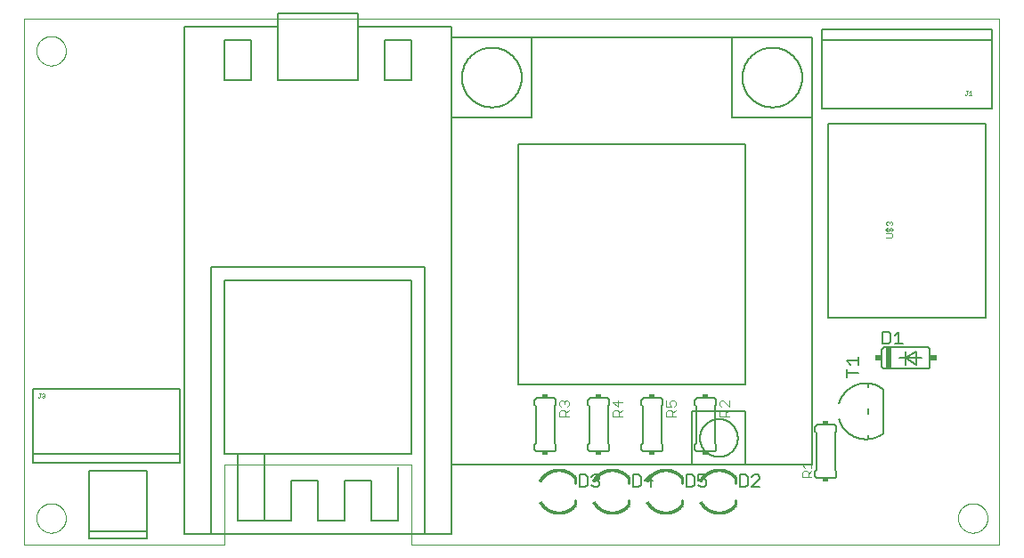
<source format=gto>
G75*
%MOIN*%
%OFA0B0*%
%FSLAX25Y25*%
%IPPOS*%
%LPD*%
%AMOC8*
5,1,8,0,0,1.08239X$1,22.5*
%
%ADD10C,0.00000*%
%ADD11C,0.00500*%
%ADD12C,0.00600*%
%ADD13R,0.02000X0.01500*%
%ADD14C,0.00400*%
%ADD15C,0.00800*%
%ADD16C,0.00200*%
%ADD17C,0.00100*%
%ADD18R,0.02000X0.08000*%
%ADD19R,0.02500X0.02000*%
%ADD20C,0.01000*%
D10*
X0001500Y0001500D02*
X0076500Y0001500D01*
X0076500Y0031500D01*
X0146500Y0031500D01*
X0146500Y0001500D01*
X0366500Y0001500D01*
X0366500Y0198350D01*
X0001500Y0198350D01*
X0001500Y0001500D01*
X0005988Y0011500D02*
X0005990Y0011648D01*
X0005996Y0011796D01*
X0006006Y0011944D01*
X0006020Y0012091D01*
X0006038Y0012238D01*
X0006059Y0012384D01*
X0006085Y0012530D01*
X0006115Y0012675D01*
X0006148Y0012819D01*
X0006186Y0012962D01*
X0006227Y0013104D01*
X0006272Y0013245D01*
X0006320Y0013385D01*
X0006373Y0013524D01*
X0006429Y0013661D01*
X0006489Y0013796D01*
X0006552Y0013930D01*
X0006619Y0014062D01*
X0006690Y0014192D01*
X0006764Y0014320D01*
X0006841Y0014446D01*
X0006922Y0014570D01*
X0007006Y0014692D01*
X0007093Y0014811D01*
X0007184Y0014928D01*
X0007278Y0015043D01*
X0007374Y0015155D01*
X0007474Y0015265D01*
X0007576Y0015371D01*
X0007682Y0015475D01*
X0007790Y0015576D01*
X0007901Y0015674D01*
X0008014Y0015770D01*
X0008130Y0015862D01*
X0008248Y0015951D01*
X0008369Y0016036D01*
X0008492Y0016119D01*
X0008617Y0016198D01*
X0008744Y0016274D01*
X0008873Y0016346D01*
X0009004Y0016415D01*
X0009137Y0016480D01*
X0009272Y0016541D01*
X0009408Y0016599D01*
X0009545Y0016654D01*
X0009684Y0016704D01*
X0009825Y0016751D01*
X0009966Y0016794D01*
X0010109Y0016834D01*
X0010253Y0016869D01*
X0010397Y0016901D01*
X0010543Y0016928D01*
X0010689Y0016952D01*
X0010836Y0016972D01*
X0010983Y0016988D01*
X0011130Y0017000D01*
X0011278Y0017008D01*
X0011426Y0017012D01*
X0011574Y0017012D01*
X0011722Y0017008D01*
X0011870Y0017000D01*
X0012017Y0016988D01*
X0012164Y0016972D01*
X0012311Y0016952D01*
X0012457Y0016928D01*
X0012603Y0016901D01*
X0012747Y0016869D01*
X0012891Y0016834D01*
X0013034Y0016794D01*
X0013175Y0016751D01*
X0013316Y0016704D01*
X0013455Y0016654D01*
X0013592Y0016599D01*
X0013728Y0016541D01*
X0013863Y0016480D01*
X0013996Y0016415D01*
X0014127Y0016346D01*
X0014256Y0016274D01*
X0014383Y0016198D01*
X0014508Y0016119D01*
X0014631Y0016036D01*
X0014752Y0015951D01*
X0014870Y0015862D01*
X0014986Y0015770D01*
X0015099Y0015674D01*
X0015210Y0015576D01*
X0015318Y0015475D01*
X0015424Y0015371D01*
X0015526Y0015265D01*
X0015626Y0015155D01*
X0015722Y0015043D01*
X0015816Y0014928D01*
X0015907Y0014811D01*
X0015994Y0014692D01*
X0016078Y0014570D01*
X0016159Y0014446D01*
X0016236Y0014320D01*
X0016310Y0014192D01*
X0016381Y0014062D01*
X0016448Y0013930D01*
X0016511Y0013796D01*
X0016571Y0013661D01*
X0016627Y0013524D01*
X0016680Y0013385D01*
X0016728Y0013245D01*
X0016773Y0013104D01*
X0016814Y0012962D01*
X0016852Y0012819D01*
X0016885Y0012675D01*
X0016915Y0012530D01*
X0016941Y0012384D01*
X0016962Y0012238D01*
X0016980Y0012091D01*
X0016994Y0011944D01*
X0017004Y0011796D01*
X0017010Y0011648D01*
X0017012Y0011500D01*
X0017010Y0011352D01*
X0017004Y0011204D01*
X0016994Y0011056D01*
X0016980Y0010909D01*
X0016962Y0010762D01*
X0016941Y0010616D01*
X0016915Y0010470D01*
X0016885Y0010325D01*
X0016852Y0010181D01*
X0016814Y0010038D01*
X0016773Y0009896D01*
X0016728Y0009755D01*
X0016680Y0009615D01*
X0016627Y0009476D01*
X0016571Y0009339D01*
X0016511Y0009204D01*
X0016448Y0009070D01*
X0016381Y0008938D01*
X0016310Y0008808D01*
X0016236Y0008680D01*
X0016159Y0008554D01*
X0016078Y0008430D01*
X0015994Y0008308D01*
X0015907Y0008189D01*
X0015816Y0008072D01*
X0015722Y0007957D01*
X0015626Y0007845D01*
X0015526Y0007735D01*
X0015424Y0007629D01*
X0015318Y0007525D01*
X0015210Y0007424D01*
X0015099Y0007326D01*
X0014986Y0007230D01*
X0014870Y0007138D01*
X0014752Y0007049D01*
X0014631Y0006964D01*
X0014508Y0006881D01*
X0014383Y0006802D01*
X0014256Y0006726D01*
X0014127Y0006654D01*
X0013996Y0006585D01*
X0013863Y0006520D01*
X0013728Y0006459D01*
X0013592Y0006401D01*
X0013455Y0006346D01*
X0013316Y0006296D01*
X0013175Y0006249D01*
X0013034Y0006206D01*
X0012891Y0006166D01*
X0012747Y0006131D01*
X0012603Y0006099D01*
X0012457Y0006072D01*
X0012311Y0006048D01*
X0012164Y0006028D01*
X0012017Y0006012D01*
X0011870Y0006000D01*
X0011722Y0005992D01*
X0011574Y0005988D01*
X0011426Y0005988D01*
X0011278Y0005992D01*
X0011130Y0006000D01*
X0010983Y0006012D01*
X0010836Y0006028D01*
X0010689Y0006048D01*
X0010543Y0006072D01*
X0010397Y0006099D01*
X0010253Y0006131D01*
X0010109Y0006166D01*
X0009966Y0006206D01*
X0009825Y0006249D01*
X0009684Y0006296D01*
X0009545Y0006346D01*
X0009408Y0006401D01*
X0009272Y0006459D01*
X0009137Y0006520D01*
X0009004Y0006585D01*
X0008873Y0006654D01*
X0008744Y0006726D01*
X0008617Y0006802D01*
X0008492Y0006881D01*
X0008369Y0006964D01*
X0008248Y0007049D01*
X0008130Y0007138D01*
X0008014Y0007230D01*
X0007901Y0007326D01*
X0007790Y0007424D01*
X0007682Y0007525D01*
X0007576Y0007629D01*
X0007474Y0007735D01*
X0007374Y0007845D01*
X0007278Y0007957D01*
X0007184Y0008072D01*
X0007093Y0008189D01*
X0007006Y0008308D01*
X0006922Y0008430D01*
X0006841Y0008554D01*
X0006764Y0008680D01*
X0006690Y0008808D01*
X0006619Y0008938D01*
X0006552Y0009070D01*
X0006489Y0009204D01*
X0006429Y0009339D01*
X0006373Y0009476D01*
X0006320Y0009615D01*
X0006272Y0009755D01*
X0006227Y0009896D01*
X0006186Y0010038D01*
X0006148Y0010181D01*
X0006115Y0010325D01*
X0006085Y0010470D01*
X0006059Y0010616D01*
X0006038Y0010762D01*
X0006020Y0010909D01*
X0006006Y0011056D01*
X0005996Y0011204D01*
X0005990Y0011352D01*
X0005988Y0011500D01*
X0005988Y0186500D02*
X0005990Y0186648D01*
X0005996Y0186796D01*
X0006006Y0186944D01*
X0006020Y0187091D01*
X0006038Y0187238D01*
X0006059Y0187384D01*
X0006085Y0187530D01*
X0006115Y0187675D01*
X0006148Y0187819D01*
X0006186Y0187962D01*
X0006227Y0188104D01*
X0006272Y0188245D01*
X0006320Y0188385D01*
X0006373Y0188524D01*
X0006429Y0188661D01*
X0006489Y0188796D01*
X0006552Y0188930D01*
X0006619Y0189062D01*
X0006690Y0189192D01*
X0006764Y0189320D01*
X0006841Y0189446D01*
X0006922Y0189570D01*
X0007006Y0189692D01*
X0007093Y0189811D01*
X0007184Y0189928D01*
X0007278Y0190043D01*
X0007374Y0190155D01*
X0007474Y0190265D01*
X0007576Y0190371D01*
X0007682Y0190475D01*
X0007790Y0190576D01*
X0007901Y0190674D01*
X0008014Y0190770D01*
X0008130Y0190862D01*
X0008248Y0190951D01*
X0008369Y0191036D01*
X0008492Y0191119D01*
X0008617Y0191198D01*
X0008744Y0191274D01*
X0008873Y0191346D01*
X0009004Y0191415D01*
X0009137Y0191480D01*
X0009272Y0191541D01*
X0009408Y0191599D01*
X0009545Y0191654D01*
X0009684Y0191704D01*
X0009825Y0191751D01*
X0009966Y0191794D01*
X0010109Y0191834D01*
X0010253Y0191869D01*
X0010397Y0191901D01*
X0010543Y0191928D01*
X0010689Y0191952D01*
X0010836Y0191972D01*
X0010983Y0191988D01*
X0011130Y0192000D01*
X0011278Y0192008D01*
X0011426Y0192012D01*
X0011574Y0192012D01*
X0011722Y0192008D01*
X0011870Y0192000D01*
X0012017Y0191988D01*
X0012164Y0191972D01*
X0012311Y0191952D01*
X0012457Y0191928D01*
X0012603Y0191901D01*
X0012747Y0191869D01*
X0012891Y0191834D01*
X0013034Y0191794D01*
X0013175Y0191751D01*
X0013316Y0191704D01*
X0013455Y0191654D01*
X0013592Y0191599D01*
X0013728Y0191541D01*
X0013863Y0191480D01*
X0013996Y0191415D01*
X0014127Y0191346D01*
X0014256Y0191274D01*
X0014383Y0191198D01*
X0014508Y0191119D01*
X0014631Y0191036D01*
X0014752Y0190951D01*
X0014870Y0190862D01*
X0014986Y0190770D01*
X0015099Y0190674D01*
X0015210Y0190576D01*
X0015318Y0190475D01*
X0015424Y0190371D01*
X0015526Y0190265D01*
X0015626Y0190155D01*
X0015722Y0190043D01*
X0015816Y0189928D01*
X0015907Y0189811D01*
X0015994Y0189692D01*
X0016078Y0189570D01*
X0016159Y0189446D01*
X0016236Y0189320D01*
X0016310Y0189192D01*
X0016381Y0189062D01*
X0016448Y0188930D01*
X0016511Y0188796D01*
X0016571Y0188661D01*
X0016627Y0188524D01*
X0016680Y0188385D01*
X0016728Y0188245D01*
X0016773Y0188104D01*
X0016814Y0187962D01*
X0016852Y0187819D01*
X0016885Y0187675D01*
X0016915Y0187530D01*
X0016941Y0187384D01*
X0016962Y0187238D01*
X0016980Y0187091D01*
X0016994Y0186944D01*
X0017004Y0186796D01*
X0017010Y0186648D01*
X0017012Y0186500D01*
X0017010Y0186352D01*
X0017004Y0186204D01*
X0016994Y0186056D01*
X0016980Y0185909D01*
X0016962Y0185762D01*
X0016941Y0185616D01*
X0016915Y0185470D01*
X0016885Y0185325D01*
X0016852Y0185181D01*
X0016814Y0185038D01*
X0016773Y0184896D01*
X0016728Y0184755D01*
X0016680Y0184615D01*
X0016627Y0184476D01*
X0016571Y0184339D01*
X0016511Y0184204D01*
X0016448Y0184070D01*
X0016381Y0183938D01*
X0016310Y0183808D01*
X0016236Y0183680D01*
X0016159Y0183554D01*
X0016078Y0183430D01*
X0015994Y0183308D01*
X0015907Y0183189D01*
X0015816Y0183072D01*
X0015722Y0182957D01*
X0015626Y0182845D01*
X0015526Y0182735D01*
X0015424Y0182629D01*
X0015318Y0182525D01*
X0015210Y0182424D01*
X0015099Y0182326D01*
X0014986Y0182230D01*
X0014870Y0182138D01*
X0014752Y0182049D01*
X0014631Y0181964D01*
X0014508Y0181881D01*
X0014383Y0181802D01*
X0014256Y0181726D01*
X0014127Y0181654D01*
X0013996Y0181585D01*
X0013863Y0181520D01*
X0013728Y0181459D01*
X0013592Y0181401D01*
X0013455Y0181346D01*
X0013316Y0181296D01*
X0013175Y0181249D01*
X0013034Y0181206D01*
X0012891Y0181166D01*
X0012747Y0181131D01*
X0012603Y0181099D01*
X0012457Y0181072D01*
X0012311Y0181048D01*
X0012164Y0181028D01*
X0012017Y0181012D01*
X0011870Y0181000D01*
X0011722Y0180992D01*
X0011574Y0180988D01*
X0011426Y0180988D01*
X0011278Y0180992D01*
X0011130Y0181000D01*
X0010983Y0181012D01*
X0010836Y0181028D01*
X0010689Y0181048D01*
X0010543Y0181072D01*
X0010397Y0181099D01*
X0010253Y0181131D01*
X0010109Y0181166D01*
X0009966Y0181206D01*
X0009825Y0181249D01*
X0009684Y0181296D01*
X0009545Y0181346D01*
X0009408Y0181401D01*
X0009272Y0181459D01*
X0009137Y0181520D01*
X0009004Y0181585D01*
X0008873Y0181654D01*
X0008744Y0181726D01*
X0008617Y0181802D01*
X0008492Y0181881D01*
X0008369Y0181964D01*
X0008248Y0182049D01*
X0008130Y0182138D01*
X0008014Y0182230D01*
X0007901Y0182326D01*
X0007790Y0182424D01*
X0007682Y0182525D01*
X0007576Y0182629D01*
X0007474Y0182735D01*
X0007374Y0182845D01*
X0007278Y0182957D01*
X0007184Y0183072D01*
X0007093Y0183189D01*
X0007006Y0183308D01*
X0006922Y0183430D01*
X0006841Y0183554D01*
X0006764Y0183680D01*
X0006690Y0183808D01*
X0006619Y0183938D01*
X0006552Y0184070D01*
X0006489Y0184204D01*
X0006429Y0184339D01*
X0006373Y0184476D01*
X0006320Y0184615D01*
X0006272Y0184755D01*
X0006227Y0184896D01*
X0006186Y0185038D01*
X0006148Y0185181D01*
X0006115Y0185325D01*
X0006085Y0185470D01*
X0006059Y0185616D01*
X0006038Y0185762D01*
X0006020Y0185909D01*
X0006006Y0186056D01*
X0005996Y0186204D01*
X0005990Y0186352D01*
X0005988Y0186500D01*
X0350988Y0011500D02*
X0350990Y0011648D01*
X0350996Y0011796D01*
X0351006Y0011944D01*
X0351020Y0012091D01*
X0351038Y0012238D01*
X0351059Y0012384D01*
X0351085Y0012530D01*
X0351115Y0012675D01*
X0351148Y0012819D01*
X0351186Y0012962D01*
X0351227Y0013104D01*
X0351272Y0013245D01*
X0351320Y0013385D01*
X0351373Y0013524D01*
X0351429Y0013661D01*
X0351489Y0013796D01*
X0351552Y0013930D01*
X0351619Y0014062D01*
X0351690Y0014192D01*
X0351764Y0014320D01*
X0351841Y0014446D01*
X0351922Y0014570D01*
X0352006Y0014692D01*
X0352093Y0014811D01*
X0352184Y0014928D01*
X0352278Y0015043D01*
X0352374Y0015155D01*
X0352474Y0015265D01*
X0352576Y0015371D01*
X0352682Y0015475D01*
X0352790Y0015576D01*
X0352901Y0015674D01*
X0353014Y0015770D01*
X0353130Y0015862D01*
X0353248Y0015951D01*
X0353369Y0016036D01*
X0353492Y0016119D01*
X0353617Y0016198D01*
X0353744Y0016274D01*
X0353873Y0016346D01*
X0354004Y0016415D01*
X0354137Y0016480D01*
X0354272Y0016541D01*
X0354408Y0016599D01*
X0354545Y0016654D01*
X0354684Y0016704D01*
X0354825Y0016751D01*
X0354966Y0016794D01*
X0355109Y0016834D01*
X0355253Y0016869D01*
X0355397Y0016901D01*
X0355543Y0016928D01*
X0355689Y0016952D01*
X0355836Y0016972D01*
X0355983Y0016988D01*
X0356130Y0017000D01*
X0356278Y0017008D01*
X0356426Y0017012D01*
X0356574Y0017012D01*
X0356722Y0017008D01*
X0356870Y0017000D01*
X0357017Y0016988D01*
X0357164Y0016972D01*
X0357311Y0016952D01*
X0357457Y0016928D01*
X0357603Y0016901D01*
X0357747Y0016869D01*
X0357891Y0016834D01*
X0358034Y0016794D01*
X0358175Y0016751D01*
X0358316Y0016704D01*
X0358455Y0016654D01*
X0358592Y0016599D01*
X0358728Y0016541D01*
X0358863Y0016480D01*
X0358996Y0016415D01*
X0359127Y0016346D01*
X0359256Y0016274D01*
X0359383Y0016198D01*
X0359508Y0016119D01*
X0359631Y0016036D01*
X0359752Y0015951D01*
X0359870Y0015862D01*
X0359986Y0015770D01*
X0360099Y0015674D01*
X0360210Y0015576D01*
X0360318Y0015475D01*
X0360424Y0015371D01*
X0360526Y0015265D01*
X0360626Y0015155D01*
X0360722Y0015043D01*
X0360816Y0014928D01*
X0360907Y0014811D01*
X0360994Y0014692D01*
X0361078Y0014570D01*
X0361159Y0014446D01*
X0361236Y0014320D01*
X0361310Y0014192D01*
X0361381Y0014062D01*
X0361448Y0013930D01*
X0361511Y0013796D01*
X0361571Y0013661D01*
X0361627Y0013524D01*
X0361680Y0013385D01*
X0361728Y0013245D01*
X0361773Y0013104D01*
X0361814Y0012962D01*
X0361852Y0012819D01*
X0361885Y0012675D01*
X0361915Y0012530D01*
X0361941Y0012384D01*
X0361962Y0012238D01*
X0361980Y0012091D01*
X0361994Y0011944D01*
X0362004Y0011796D01*
X0362010Y0011648D01*
X0362012Y0011500D01*
X0362010Y0011352D01*
X0362004Y0011204D01*
X0361994Y0011056D01*
X0361980Y0010909D01*
X0361962Y0010762D01*
X0361941Y0010616D01*
X0361915Y0010470D01*
X0361885Y0010325D01*
X0361852Y0010181D01*
X0361814Y0010038D01*
X0361773Y0009896D01*
X0361728Y0009755D01*
X0361680Y0009615D01*
X0361627Y0009476D01*
X0361571Y0009339D01*
X0361511Y0009204D01*
X0361448Y0009070D01*
X0361381Y0008938D01*
X0361310Y0008808D01*
X0361236Y0008680D01*
X0361159Y0008554D01*
X0361078Y0008430D01*
X0360994Y0008308D01*
X0360907Y0008189D01*
X0360816Y0008072D01*
X0360722Y0007957D01*
X0360626Y0007845D01*
X0360526Y0007735D01*
X0360424Y0007629D01*
X0360318Y0007525D01*
X0360210Y0007424D01*
X0360099Y0007326D01*
X0359986Y0007230D01*
X0359870Y0007138D01*
X0359752Y0007049D01*
X0359631Y0006964D01*
X0359508Y0006881D01*
X0359383Y0006802D01*
X0359256Y0006726D01*
X0359127Y0006654D01*
X0358996Y0006585D01*
X0358863Y0006520D01*
X0358728Y0006459D01*
X0358592Y0006401D01*
X0358455Y0006346D01*
X0358316Y0006296D01*
X0358175Y0006249D01*
X0358034Y0006206D01*
X0357891Y0006166D01*
X0357747Y0006131D01*
X0357603Y0006099D01*
X0357457Y0006072D01*
X0357311Y0006048D01*
X0357164Y0006028D01*
X0357017Y0006012D01*
X0356870Y0006000D01*
X0356722Y0005992D01*
X0356574Y0005988D01*
X0356426Y0005988D01*
X0356278Y0005992D01*
X0356130Y0006000D01*
X0355983Y0006012D01*
X0355836Y0006028D01*
X0355689Y0006048D01*
X0355543Y0006072D01*
X0355397Y0006099D01*
X0355253Y0006131D01*
X0355109Y0006166D01*
X0354966Y0006206D01*
X0354825Y0006249D01*
X0354684Y0006296D01*
X0354545Y0006346D01*
X0354408Y0006401D01*
X0354272Y0006459D01*
X0354137Y0006520D01*
X0354004Y0006585D01*
X0353873Y0006654D01*
X0353744Y0006726D01*
X0353617Y0006802D01*
X0353492Y0006881D01*
X0353369Y0006964D01*
X0353248Y0007049D01*
X0353130Y0007138D01*
X0353014Y0007230D01*
X0352901Y0007326D01*
X0352790Y0007424D01*
X0352682Y0007525D01*
X0352576Y0007629D01*
X0352474Y0007735D01*
X0352374Y0007845D01*
X0352278Y0007957D01*
X0352184Y0008072D01*
X0352093Y0008189D01*
X0352006Y0008308D01*
X0351922Y0008430D01*
X0351841Y0008554D01*
X0351764Y0008680D01*
X0351690Y0008808D01*
X0351619Y0008938D01*
X0351552Y0009070D01*
X0351489Y0009204D01*
X0351429Y0009339D01*
X0351373Y0009476D01*
X0351320Y0009615D01*
X0351272Y0009755D01*
X0351227Y0009896D01*
X0351186Y0010038D01*
X0351148Y0010181D01*
X0351115Y0010325D01*
X0351085Y0010470D01*
X0351059Y0010616D01*
X0351038Y0010762D01*
X0351020Y0010909D01*
X0351006Y0011056D01*
X0350996Y0011204D01*
X0350990Y0011352D01*
X0350988Y0011500D01*
D11*
X0317500Y0041048D02*
X0317500Y0042627D01*
X0323000Y0043254D02*
X0323000Y0059746D01*
X0317500Y0060373D02*
X0317500Y0061952D01*
X0313750Y0065751D02*
X0309246Y0065751D01*
X0309246Y0064250D02*
X0309246Y0067253D01*
X0310747Y0068854D02*
X0309246Y0070355D01*
X0313750Y0070355D01*
X0313750Y0068854D02*
X0313750Y0071856D01*
X0322750Y0076750D02*
X0325002Y0076750D01*
X0325753Y0077501D01*
X0325753Y0080503D01*
X0325002Y0081254D01*
X0322750Y0081254D01*
X0322750Y0076750D01*
X0327354Y0076750D02*
X0330356Y0076750D01*
X0328855Y0076750D02*
X0328855Y0081254D01*
X0327354Y0079753D01*
X0317500Y0052627D02*
X0317500Y0050373D01*
X0323000Y0043254D02*
X0322801Y0043101D01*
X0322599Y0042953D01*
X0322394Y0042810D01*
X0322185Y0042672D01*
X0321973Y0042539D01*
X0321758Y0042411D01*
X0321540Y0042289D01*
X0321319Y0042171D01*
X0321095Y0042059D01*
X0320869Y0041952D01*
X0320640Y0041851D01*
X0320409Y0041755D01*
X0320175Y0041664D01*
X0319940Y0041579D01*
X0319702Y0041500D01*
X0319463Y0041427D01*
X0319222Y0041359D01*
X0318980Y0041297D01*
X0318736Y0041241D01*
X0318490Y0041190D01*
X0318244Y0041146D01*
X0317997Y0041107D01*
X0317749Y0041075D01*
X0317500Y0041048D01*
X0317245Y0041026D01*
X0316989Y0041011D01*
X0316733Y0041003D01*
X0316476Y0041000D01*
X0316220Y0041004D01*
X0315964Y0041014D01*
X0315708Y0041030D01*
X0315453Y0041052D01*
X0315198Y0041081D01*
X0314944Y0041116D01*
X0314691Y0041157D01*
X0314439Y0041204D01*
X0314189Y0041258D01*
X0313940Y0041317D01*
X0313692Y0041383D01*
X0313446Y0041454D01*
X0313201Y0041532D01*
X0312959Y0041615D01*
X0312719Y0041704D01*
X0312481Y0041800D01*
X0312245Y0041901D01*
X0312012Y0042007D01*
X0311782Y0042120D01*
X0311554Y0042238D01*
X0311330Y0042361D01*
X0311108Y0042490D01*
X0310890Y0042624D01*
X0310675Y0042764D01*
X0310464Y0042909D01*
X0310256Y0043059D01*
X0310052Y0043213D01*
X0309851Y0043373D01*
X0309655Y0043538D01*
X0309463Y0043707D01*
X0309274Y0043882D01*
X0309091Y0044060D01*
X0308911Y0044243D01*
X0308736Y0044431D01*
X0308566Y0044622D01*
X0308401Y0044818D01*
X0308240Y0045018D01*
X0308084Y0045221D01*
X0307934Y0045428D01*
X0307788Y0045639D01*
X0307647Y0045854D01*
X0307512Y0046071D01*
X0307382Y0046292D01*
X0307258Y0046516D01*
X0307139Y0046743D01*
X0307026Y0046973D01*
X0306918Y0047206D01*
X0306816Y0047441D01*
X0306720Y0047679D01*
X0306630Y0047918D01*
X0306545Y0048160D01*
X0306467Y0048404D01*
X0306467Y0054596D02*
X0306545Y0054838D01*
X0306629Y0055078D01*
X0306718Y0055316D01*
X0306813Y0055552D01*
X0306915Y0055786D01*
X0307021Y0056017D01*
X0307134Y0056245D01*
X0307251Y0056471D01*
X0307374Y0056694D01*
X0307503Y0056913D01*
X0307637Y0057130D01*
X0307776Y0057343D01*
X0307920Y0057553D01*
X0308069Y0057759D01*
X0308223Y0057961D01*
X0308382Y0058160D01*
X0308546Y0058355D01*
X0308715Y0058546D01*
X0308888Y0058732D01*
X0309065Y0058915D01*
X0309247Y0059093D01*
X0309433Y0059266D01*
X0309624Y0059435D01*
X0309818Y0059599D01*
X0310016Y0059759D01*
X0310218Y0059914D01*
X0310424Y0060063D01*
X0310633Y0060208D01*
X0310846Y0060348D01*
X0311062Y0060482D01*
X0311282Y0060611D01*
X0311504Y0060735D01*
X0311729Y0060854D01*
X0311957Y0060966D01*
X0312188Y0061074D01*
X0312421Y0061175D01*
X0312657Y0061271D01*
X0312895Y0061362D01*
X0313135Y0061446D01*
X0313377Y0061525D01*
X0313621Y0061598D01*
X0313867Y0061664D01*
X0314114Y0061725D01*
X0314362Y0061780D01*
X0314612Y0061829D01*
X0314863Y0061872D01*
X0315115Y0061908D01*
X0315367Y0061939D01*
X0315621Y0061963D01*
X0315874Y0061981D01*
X0316129Y0061993D01*
X0316383Y0061999D01*
X0316638Y0061999D01*
X0316892Y0061993D01*
X0317146Y0061980D01*
X0317400Y0061961D01*
X0317653Y0061936D01*
X0317906Y0061905D01*
X0318158Y0061868D01*
X0318408Y0061825D01*
X0318658Y0061776D01*
X0318907Y0061720D01*
X0319154Y0061659D01*
X0319399Y0061592D01*
X0319643Y0061519D01*
X0319885Y0061440D01*
X0320124Y0061355D01*
X0320362Y0061264D01*
X0320598Y0061167D01*
X0320831Y0061065D01*
X0321061Y0060957D01*
X0321289Y0060844D01*
X0321514Y0060725D01*
X0321736Y0060601D01*
X0321955Y0060471D01*
X0322171Y0060337D01*
X0322384Y0060197D01*
X0322593Y0060051D01*
X0322798Y0059901D01*
X0323000Y0059746D01*
X0271500Y0061500D02*
X0271500Y0151500D01*
X0186500Y0151500D01*
X0186500Y0061500D01*
X0271500Y0061500D01*
X0271500Y0051500D02*
X0251500Y0051500D01*
X0251500Y0031500D01*
X0271500Y0031500D01*
X0271500Y0051500D01*
X0254429Y0041500D02*
X0254431Y0041674D01*
X0254438Y0041847D01*
X0254448Y0042020D01*
X0254463Y0042193D01*
X0254482Y0042366D01*
X0254506Y0042538D01*
X0254533Y0042709D01*
X0254565Y0042879D01*
X0254601Y0043049D01*
X0254641Y0043218D01*
X0254685Y0043386D01*
X0254733Y0043553D01*
X0254786Y0043718D01*
X0254842Y0043882D01*
X0254903Y0044045D01*
X0254967Y0044206D01*
X0255036Y0044365D01*
X0255108Y0044523D01*
X0255184Y0044679D01*
X0255264Y0044833D01*
X0255348Y0044985D01*
X0255435Y0045135D01*
X0255526Y0045283D01*
X0255621Y0045428D01*
X0255719Y0045572D01*
X0255821Y0045712D01*
X0255926Y0045850D01*
X0256034Y0045986D01*
X0256146Y0046119D01*
X0256261Y0046249D01*
X0256379Y0046376D01*
X0256500Y0046500D01*
X0256624Y0046621D01*
X0256751Y0046739D01*
X0256881Y0046854D01*
X0257014Y0046966D01*
X0257150Y0047074D01*
X0257288Y0047179D01*
X0257428Y0047281D01*
X0257572Y0047379D01*
X0257717Y0047474D01*
X0257865Y0047565D01*
X0258015Y0047652D01*
X0258167Y0047736D01*
X0258321Y0047816D01*
X0258477Y0047892D01*
X0258635Y0047964D01*
X0258794Y0048033D01*
X0258955Y0048097D01*
X0259118Y0048158D01*
X0259282Y0048214D01*
X0259447Y0048267D01*
X0259614Y0048315D01*
X0259782Y0048359D01*
X0259951Y0048399D01*
X0260121Y0048435D01*
X0260291Y0048467D01*
X0260462Y0048494D01*
X0260634Y0048518D01*
X0260807Y0048537D01*
X0260980Y0048552D01*
X0261153Y0048562D01*
X0261326Y0048569D01*
X0261500Y0048571D01*
X0261674Y0048569D01*
X0261847Y0048562D01*
X0262020Y0048552D01*
X0262193Y0048537D01*
X0262366Y0048518D01*
X0262538Y0048494D01*
X0262709Y0048467D01*
X0262879Y0048435D01*
X0263049Y0048399D01*
X0263218Y0048359D01*
X0263386Y0048315D01*
X0263553Y0048267D01*
X0263718Y0048214D01*
X0263882Y0048158D01*
X0264045Y0048097D01*
X0264206Y0048033D01*
X0264365Y0047964D01*
X0264523Y0047892D01*
X0264679Y0047816D01*
X0264833Y0047736D01*
X0264985Y0047652D01*
X0265135Y0047565D01*
X0265283Y0047474D01*
X0265428Y0047379D01*
X0265572Y0047281D01*
X0265712Y0047179D01*
X0265850Y0047074D01*
X0265986Y0046966D01*
X0266119Y0046854D01*
X0266249Y0046739D01*
X0266376Y0046621D01*
X0266500Y0046500D01*
X0266621Y0046376D01*
X0266739Y0046249D01*
X0266854Y0046119D01*
X0266966Y0045986D01*
X0267074Y0045850D01*
X0267179Y0045712D01*
X0267281Y0045572D01*
X0267379Y0045428D01*
X0267474Y0045283D01*
X0267565Y0045135D01*
X0267652Y0044985D01*
X0267736Y0044833D01*
X0267816Y0044679D01*
X0267892Y0044523D01*
X0267964Y0044365D01*
X0268033Y0044206D01*
X0268097Y0044045D01*
X0268158Y0043882D01*
X0268214Y0043718D01*
X0268267Y0043553D01*
X0268315Y0043386D01*
X0268359Y0043218D01*
X0268399Y0043049D01*
X0268435Y0042879D01*
X0268467Y0042709D01*
X0268494Y0042538D01*
X0268518Y0042366D01*
X0268537Y0042193D01*
X0268552Y0042020D01*
X0268562Y0041847D01*
X0268569Y0041674D01*
X0268571Y0041500D01*
X0268569Y0041326D01*
X0268562Y0041153D01*
X0268552Y0040980D01*
X0268537Y0040807D01*
X0268518Y0040634D01*
X0268494Y0040462D01*
X0268467Y0040291D01*
X0268435Y0040121D01*
X0268399Y0039951D01*
X0268359Y0039782D01*
X0268315Y0039614D01*
X0268267Y0039447D01*
X0268214Y0039282D01*
X0268158Y0039118D01*
X0268097Y0038955D01*
X0268033Y0038794D01*
X0267964Y0038635D01*
X0267892Y0038477D01*
X0267816Y0038321D01*
X0267736Y0038167D01*
X0267652Y0038015D01*
X0267565Y0037865D01*
X0267474Y0037717D01*
X0267379Y0037572D01*
X0267281Y0037428D01*
X0267179Y0037288D01*
X0267074Y0037150D01*
X0266966Y0037014D01*
X0266854Y0036881D01*
X0266739Y0036751D01*
X0266621Y0036624D01*
X0266500Y0036500D01*
X0266376Y0036379D01*
X0266249Y0036261D01*
X0266119Y0036146D01*
X0265986Y0036034D01*
X0265850Y0035926D01*
X0265712Y0035821D01*
X0265572Y0035719D01*
X0265428Y0035621D01*
X0265283Y0035526D01*
X0265135Y0035435D01*
X0264985Y0035348D01*
X0264833Y0035264D01*
X0264679Y0035184D01*
X0264523Y0035108D01*
X0264365Y0035036D01*
X0264206Y0034967D01*
X0264045Y0034903D01*
X0263882Y0034842D01*
X0263718Y0034786D01*
X0263553Y0034733D01*
X0263386Y0034685D01*
X0263218Y0034641D01*
X0263049Y0034601D01*
X0262879Y0034565D01*
X0262709Y0034533D01*
X0262538Y0034506D01*
X0262366Y0034482D01*
X0262193Y0034463D01*
X0262020Y0034448D01*
X0261847Y0034438D01*
X0261674Y0034431D01*
X0261500Y0034429D01*
X0261326Y0034431D01*
X0261153Y0034438D01*
X0260980Y0034448D01*
X0260807Y0034463D01*
X0260634Y0034482D01*
X0260462Y0034506D01*
X0260291Y0034533D01*
X0260121Y0034565D01*
X0259951Y0034601D01*
X0259782Y0034641D01*
X0259614Y0034685D01*
X0259447Y0034733D01*
X0259282Y0034786D01*
X0259118Y0034842D01*
X0258955Y0034903D01*
X0258794Y0034967D01*
X0258635Y0035036D01*
X0258477Y0035108D01*
X0258321Y0035184D01*
X0258167Y0035264D01*
X0258015Y0035348D01*
X0257865Y0035435D01*
X0257717Y0035526D01*
X0257572Y0035621D01*
X0257428Y0035719D01*
X0257288Y0035821D01*
X0257150Y0035926D01*
X0257014Y0036034D01*
X0256881Y0036146D01*
X0256751Y0036261D01*
X0256624Y0036379D01*
X0256500Y0036500D01*
X0256379Y0036624D01*
X0256261Y0036751D01*
X0256146Y0036881D01*
X0256034Y0037014D01*
X0255926Y0037150D01*
X0255821Y0037288D01*
X0255719Y0037428D01*
X0255621Y0037572D01*
X0255526Y0037717D01*
X0255435Y0037865D01*
X0255348Y0038015D01*
X0255264Y0038167D01*
X0255184Y0038321D01*
X0255108Y0038477D01*
X0255036Y0038635D01*
X0254967Y0038794D01*
X0254903Y0038955D01*
X0254842Y0039118D01*
X0254786Y0039282D01*
X0254733Y0039447D01*
X0254685Y0039614D01*
X0254641Y0039782D01*
X0254601Y0039951D01*
X0254565Y0040121D01*
X0254533Y0040291D01*
X0254506Y0040462D01*
X0254482Y0040634D01*
X0254463Y0040807D01*
X0254448Y0040980D01*
X0254438Y0041153D01*
X0254431Y0041326D01*
X0254429Y0041500D01*
X0251500Y0031500D02*
X0161500Y0031500D01*
X0161500Y0161500D01*
X0191500Y0161500D01*
X0191500Y0191500D01*
X0266500Y0191500D01*
X0266500Y0161500D01*
X0296500Y0161500D01*
X0296500Y0031500D01*
X0271500Y0031500D01*
X0271502Y0027754D02*
X0269250Y0027754D01*
X0269250Y0023250D01*
X0271502Y0023250D01*
X0272253Y0024001D01*
X0272253Y0027003D01*
X0271502Y0027754D01*
X0273854Y0027003D02*
X0274605Y0027754D01*
X0276106Y0027754D01*
X0276856Y0027003D01*
X0276856Y0026253D01*
X0273854Y0023250D01*
X0276856Y0023250D01*
X0256856Y0024001D02*
X0256106Y0023250D01*
X0254605Y0023250D01*
X0253854Y0024001D01*
X0253854Y0025502D02*
X0255355Y0026253D01*
X0256106Y0026253D01*
X0256856Y0025502D01*
X0256856Y0024001D01*
X0253854Y0025502D02*
X0253854Y0027754D01*
X0256856Y0027754D01*
X0252253Y0027003D02*
X0251502Y0027754D01*
X0249250Y0027754D01*
X0249250Y0023250D01*
X0251502Y0023250D01*
X0252253Y0024001D01*
X0252253Y0027003D01*
X0236856Y0025502D02*
X0233854Y0025502D01*
X0236106Y0027754D01*
X0236106Y0023250D01*
X0232253Y0024001D02*
X0232253Y0027003D01*
X0231502Y0027754D01*
X0229250Y0027754D01*
X0229250Y0023250D01*
X0231502Y0023250D01*
X0232253Y0024001D01*
X0216856Y0024001D02*
X0216106Y0023250D01*
X0214605Y0023250D01*
X0213854Y0024001D01*
X0212253Y0024001D02*
X0212253Y0027003D01*
X0211502Y0027754D01*
X0209250Y0027754D01*
X0209250Y0023250D01*
X0211502Y0023250D01*
X0212253Y0024001D01*
X0215355Y0025502D02*
X0216106Y0025502D01*
X0216856Y0024751D01*
X0216856Y0024001D01*
X0216106Y0025502D02*
X0216856Y0026253D01*
X0216856Y0027003D01*
X0216106Y0027754D01*
X0214605Y0027754D01*
X0213854Y0027003D01*
X0161500Y0005500D02*
X0161500Y0195500D01*
X0126500Y0195500D01*
X0126500Y0200500D01*
X0096500Y0200500D01*
X0096500Y0195500D01*
X0061500Y0195500D01*
X0061500Y0005500D01*
X0071500Y0005500D01*
X0071500Y0105500D01*
X0151500Y0105500D01*
X0151500Y0005500D01*
X0071500Y0005500D01*
X0081500Y0010500D02*
X0091500Y0010500D01*
X0091500Y0035500D01*
X0146500Y0035500D01*
X0146500Y0100500D01*
X0076500Y0100500D01*
X0076500Y0035500D01*
X0081500Y0035500D01*
X0081500Y0010500D01*
X0091500Y0010500D02*
X0101500Y0010500D01*
X0101500Y0025500D01*
X0111500Y0025500D01*
X0111500Y0010500D01*
X0121500Y0010500D01*
X0121500Y0025500D01*
X0131500Y0025500D01*
X0131500Y0010500D01*
X0141500Y0010500D01*
X0141500Y0030500D01*
X0151500Y0005500D02*
X0161500Y0005500D01*
X0091500Y0035500D02*
X0081500Y0035500D01*
X0161500Y0161500D02*
X0161500Y0191500D01*
X0191500Y0191500D01*
X0165320Y0176500D02*
X0165323Y0176774D01*
X0165333Y0177049D01*
X0165350Y0177322D01*
X0165374Y0177596D01*
X0165404Y0177869D01*
X0165441Y0178140D01*
X0165485Y0178411D01*
X0165535Y0178681D01*
X0165592Y0178950D01*
X0165655Y0179217D01*
X0165725Y0179482D01*
X0165801Y0179745D01*
X0165884Y0180007D01*
X0165974Y0180266D01*
X0166069Y0180524D01*
X0166171Y0180778D01*
X0166279Y0181031D01*
X0166393Y0181280D01*
X0166514Y0181527D01*
X0166640Y0181770D01*
X0166772Y0182011D01*
X0166911Y0182248D01*
X0167055Y0182481D01*
X0167204Y0182711D01*
X0167359Y0182938D01*
X0167520Y0183160D01*
X0167686Y0183378D01*
X0167858Y0183593D01*
X0168034Y0183802D01*
X0168216Y0184008D01*
X0168403Y0184209D01*
X0168595Y0184405D01*
X0168791Y0184597D01*
X0168992Y0184784D01*
X0169198Y0184966D01*
X0169407Y0185142D01*
X0169622Y0185314D01*
X0169840Y0185480D01*
X0170062Y0185641D01*
X0170289Y0185796D01*
X0170519Y0185945D01*
X0170752Y0186089D01*
X0170989Y0186228D01*
X0171230Y0186360D01*
X0171473Y0186486D01*
X0171720Y0186607D01*
X0171969Y0186721D01*
X0172222Y0186829D01*
X0172476Y0186931D01*
X0172734Y0187026D01*
X0172993Y0187116D01*
X0173255Y0187199D01*
X0173518Y0187275D01*
X0173783Y0187345D01*
X0174050Y0187408D01*
X0174319Y0187465D01*
X0174589Y0187515D01*
X0174860Y0187559D01*
X0175131Y0187596D01*
X0175404Y0187626D01*
X0175678Y0187650D01*
X0175951Y0187667D01*
X0176226Y0187677D01*
X0176500Y0187680D01*
X0176774Y0187677D01*
X0177049Y0187667D01*
X0177322Y0187650D01*
X0177596Y0187626D01*
X0177869Y0187596D01*
X0178140Y0187559D01*
X0178411Y0187515D01*
X0178681Y0187465D01*
X0178950Y0187408D01*
X0179217Y0187345D01*
X0179482Y0187275D01*
X0179745Y0187199D01*
X0180007Y0187116D01*
X0180266Y0187026D01*
X0180524Y0186931D01*
X0180778Y0186829D01*
X0181031Y0186721D01*
X0181280Y0186607D01*
X0181527Y0186486D01*
X0181770Y0186360D01*
X0182011Y0186228D01*
X0182248Y0186089D01*
X0182481Y0185945D01*
X0182711Y0185796D01*
X0182938Y0185641D01*
X0183160Y0185480D01*
X0183378Y0185314D01*
X0183593Y0185142D01*
X0183802Y0184966D01*
X0184008Y0184784D01*
X0184209Y0184597D01*
X0184405Y0184405D01*
X0184597Y0184209D01*
X0184784Y0184008D01*
X0184966Y0183802D01*
X0185142Y0183593D01*
X0185314Y0183378D01*
X0185480Y0183160D01*
X0185641Y0182938D01*
X0185796Y0182711D01*
X0185945Y0182481D01*
X0186089Y0182248D01*
X0186228Y0182011D01*
X0186360Y0181770D01*
X0186486Y0181527D01*
X0186607Y0181280D01*
X0186721Y0181031D01*
X0186829Y0180778D01*
X0186931Y0180524D01*
X0187026Y0180266D01*
X0187116Y0180007D01*
X0187199Y0179745D01*
X0187275Y0179482D01*
X0187345Y0179217D01*
X0187408Y0178950D01*
X0187465Y0178681D01*
X0187515Y0178411D01*
X0187559Y0178140D01*
X0187596Y0177869D01*
X0187626Y0177596D01*
X0187650Y0177322D01*
X0187667Y0177049D01*
X0187677Y0176774D01*
X0187680Y0176500D01*
X0187677Y0176226D01*
X0187667Y0175951D01*
X0187650Y0175678D01*
X0187626Y0175404D01*
X0187596Y0175131D01*
X0187559Y0174860D01*
X0187515Y0174589D01*
X0187465Y0174319D01*
X0187408Y0174050D01*
X0187345Y0173783D01*
X0187275Y0173518D01*
X0187199Y0173255D01*
X0187116Y0172993D01*
X0187026Y0172734D01*
X0186931Y0172476D01*
X0186829Y0172222D01*
X0186721Y0171969D01*
X0186607Y0171720D01*
X0186486Y0171473D01*
X0186360Y0171230D01*
X0186228Y0170989D01*
X0186089Y0170752D01*
X0185945Y0170519D01*
X0185796Y0170289D01*
X0185641Y0170062D01*
X0185480Y0169840D01*
X0185314Y0169622D01*
X0185142Y0169407D01*
X0184966Y0169198D01*
X0184784Y0168992D01*
X0184597Y0168791D01*
X0184405Y0168595D01*
X0184209Y0168403D01*
X0184008Y0168216D01*
X0183802Y0168034D01*
X0183593Y0167858D01*
X0183378Y0167686D01*
X0183160Y0167520D01*
X0182938Y0167359D01*
X0182711Y0167204D01*
X0182481Y0167055D01*
X0182248Y0166911D01*
X0182011Y0166772D01*
X0181770Y0166640D01*
X0181527Y0166514D01*
X0181280Y0166393D01*
X0181031Y0166279D01*
X0180778Y0166171D01*
X0180524Y0166069D01*
X0180266Y0165974D01*
X0180007Y0165884D01*
X0179745Y0165801D01*
X0179482Y0165725D01*
X0179217Y0165655D01*
X0178950Y0165592D01*
X0178681Y0165535D01*
X0178411Y0165485D01*
X0178140Y0165441D01*
X0177869Y0165404D01*
X0177596Y0165374D01*
X0177322Y0165350D01*
X0177049Y0165333D01*
X0176774Y0165323D01*
X0176500Y0165320D01*
X0176226Y0165323D01*
X0175951Y0165333D01*
X0175678Y0165350D01*
X0175404Y0165374D01*
X0175131Y0165404D01*
X0174860Y0165441D01*
X0174589Y0165485D01*
X0174319Y0165535D01*
X0174050Y0165592D01*
X0173783Y0165655D01*
X0173518Y0165725D01*
X0173255Y0165801D01*
X0172993Y0165884D01*
X0172734Y0165974D01*
X0172476Y0166069D01*
X0172222Y0166171D01*
X0171969Y0166279D01*
X0171720Y0166393D01*
X0171473Y0166514D01*
X0171230Y0166640D01*
X0170989Y0166772D01*
X0170752Y0166911D01*
X0170519Y0167055D01*
X0170289Y0167204D01*
X0170062Y0167359D01*
X0169840Y0167520D01*
X0169622Y0167686D01*
X0169407Y0167858D01*
X0169198Y0168034D01*
X0168992Y0168216D01*
X0168791Y0168403D01*
X0168595Y0168595D01*
X0168403Y0168791D01*
X0168216Y0168992D01*
X0168034Y0169198D01*
X0167858Y0169407D01*
X0167686Y0169622D01*
X0167520Y0169840D01*
X0167359Y0170062D01*
X0167204Y0170289D01*
X0167055Y0170519D01*
X0166911Y0170752D01*
X0166772Y0170989D01*
X0166640Y0171230D01*
X0166514Y0171473D01*
X0166393Y0171720D01*
X0166279Y0171969D01*
X0166171Y0172222D01*
X0166069Y0172476D01*
X0165974Y0172734D01*
X0165884Y0172993D01*
X0165801Y0173255D01*
X0165725Y0173518D01*
X0165655Y0173783D01*
X0165592Y0174050D01*
X0165535Y0174319D01*
X0165485Y0174589D01*
X0165441Y0174860D01*
X0165404Y0175131D01*
X0165374Y0175404D01*
X0165350Y0175678D01*
X0165333Y0175951D01*
X0165323Y0176226D01*
X0165320Y0176500D01*
X0146500Y0175500D02*
X0136500Y0175500D01*
X0136500Y0190500D01*
X0146500Y0190500D01*
X0146500Y0175500D01*
X0126500Y0175500D02*
X0126500Y0195500D01*
X0096500Y0195500D02*
X0096500Y0175500D01*
X0126500Y0175500D01*
X0086500Y0175500D02*
X0086500Y0190500D01*
X0076500Y0190500D01*
X0076500Y0175500D01*
X0086500Y0175500D01*
X0266500Y0191500D02*
X0296500Y0191500D01*
X0296500Y0161500D01*
X0270320Y0176500D02*
X0270323Y0176774D01*
X0270333Y0177049D01*
X0270350Y0177322D01*
X0270374Y0177596D01*
X0270404Y0177869D01*
X0270441Y0178140D01*
X0270485Y0178411D01*
X0270535Y0178681D01*
X0270592Y0178950D01*
X0270655Y0179217D01*
X0270725Y0179482D01*
X0270801Y0179745D01*
X0270884Y0180007D01*
X0270974Y0180266D01*
X0271069Y0180524D01*
X0271171Y0180778D01*
X0271279Y0181031D01*
X0271393Y0181280D01*
X0271514Y0181527D01*
X0271640Y0181770D01*
X0271772Y0182011D01*
X0271911Y0182248D01*
X0272055Y0182481D01*
X0272204Y0182711D01*
X0272359Y0182938D01*
X0272520Y0183160D01*
X0272686Y0183378D01*
X0272858Y0183593D01*
X0273034Y0183802D01*
X0273216Y0184008D01*
X0273403Y0184209D01*
X0273595Y0184405D01*
X0273791Y0184597D01*
X0273992Y0184784D01*
X0274198Y0184966D01*
X0274407Y0185142D01*
X0274622Y0185314D01*
X0274840Y0185480D01*
X0275062Y0185641D01*
X0275289Y0185796D01*
X0275519Y0185945D01*
X0275752Y0186089D01*
X0275989Y0186228D01*
X0276230Y0186360D01*
X0276473Y0186486D01*
X0276720Y0186607D01*
X0276969Y0186721D01*
X0277222Y0186829D01*
X0277476Y0186931D01*
X0277734Y0187026D01*
X0277993Y0187116D01*
X0278255Y0187199D01*
X0278518Y0187275D01*
X0278783Y0187345D01*
X0279050Y0187408D01*
X0279319Y0187465D01*
X0279589Y0187515D01*
X0279860Y0187559D01*
X0280131Y0187596D01*
X0280404Y0187626D01*
X0280678Y0187650D01*
X0280951Y0187667D01*
X0281226Y0187677D01*
X0281500Y0187680D01*
X0281774Y0187677D01*
X0282049Y0187667D01*
X0282322Y0187650D01*
X0282596Y0187626D01*
X0282869Y0187596D01*
X0283140Y0187559D01*
X0283411Y0187515D01*
X0283681Y0187465D01*
X0283950Y0187408D01*
X0284217Y0187345D01*
X0284482Y0187275D01*
X0284745Y0187199D01*
X0285007Y0187116D01*
X0285266Y0187026D01*
X0285524Y0186931D01*
X0285778Y0186829D01*
X0286031Y0186721D01*
X0286280Y0186607D01*
X0286527Y0186486D01*
X0286770Y0186360D01*
X0287011Y0186228D01*
X0287248Y0186089D01*
X0287481Y0185945D01*
X0287711Y0185796D01*
X0287938Y0185641D01*
X0288160Y0185480D01*
X0288378Y0185314D01*
X0288593Y0185142D01*
X0288802Y0184966D01*
X0289008Y0184784D01*
X0289209Y0184597D01*
X0289405Y0184405D01*
X0289597Y0184209D01*
X0289784Y0184008D01*
X0289966Y0183802D01*
X0290142Y0183593D01*
X0290314Y0183378D01*
X0290480Y0183160D01*
X0290641Y0182938D01*
X0290796Y0182711D01*
X0290945Y0182481D01*
X0291089Y0182248D01*
X0291228Y0182011D01*
X0291360Y0181770D01*
X0291486Y0181527D01*
X0291607Y0181280D01*
X0291721Y0181031D01*
X0291829Y0180778D01*
X0291931Y0180524D01*
X0292026Y0180266D01*
X0292116Y0180007D01*
X0292199Y0179745D01*
X0292275Y0179482D01*
X0292345Y0179217D01*
X0292408Y0178950D01*
X0292465Y0178681D01*
X0292515Y0178411D01*
X0292559Y0178140D01*
X0292596Y0177869D01*
X0292626Y0177596D01*
X0292650Y0177322D01*
X0292667Y0177049D01*
X0292677Y0176774D01*
X0292680Y0176500D01*
X0292677Y0176226D01*
X0292667Y0175951D01*
X0292650Y0175678D01*
X0292626Y0175404D01*
X0292596Y0175131D01*
X0292559Y0174860D01*
X0292515Y0174589D01*
X0292465Y0174319D01*
X0292408Y0174050D01*
X0292345Y0173783D01*
X0292275Y0173518D01*
X0292199Y0173255D01*
X0292116Y0172993D01*
X0292026Y0172734D01*
X0291931Y0172476D01*
X0291829Y0172222D01*
X0291721Y0171969D01*
X0291607Y0171720D01*
X0291486Y0171473D01*
X0291360Y0171230D01*
X0291228Y0170989D01*
X0291089Y0170752D01*
X0290945Y0170519D01*
X0290796Y0170289D01*
X0290641Y0170062D01*
X0290480Y0169840D01*
X0290314Y0169622D01*
X0290142Y0169407D01*
X0289966Y0169198D01*
X0289784Y0168992D01*
X0289597Y0168791D01*
X0289405Y0168595D01*
X0289209Y0168403D01*
X0289008Y0168216D01*
X0288802Y0168034D01*
X0288593Y0167858D01*
X0288378Y0167686D01*
X0288160Y0167520D01*
X0287938Y0167359D01*
X0287711Y0167204D01*
X0287481Y0167055D01*
X0287248Y0166911D01*
X0287011Y0166772D01*
X0286770Y0166640D01*
X0286527Y0166514D01*
X0286280Y0166393D01*
X0286031Y0166279D01*
X0285778Y0166171D01*
X0285524Y0166069D01*
X0285266Y0165974D01*
X0285007Y0165884D01*
X0284745Y0165801D01*
X0284482Y0165725D01*
X0284217Y0165655D01*
X0283950Y0165592D01*
X0283681Y0165535D01*
X0283411Y0165485D01*
X0283140Y0165441D01*
X0282869Y0165404D01*
X0282596Y0165374D01*
X0282322Y0165350D01*
X0282049Y0165333D01*
X0281774Y0165323D01*
X0281500Y0165320D01*
X0281226Y0165323D01*
X0280951Y0165333D01*
X0280678Y0165350D01*
X0280404Y0165374D01*
X0280131Y0165404D01*
X0279860Y0165441D01*
X0279589Y0165485D01*
X0279319Y0165535D01*
X0279050Y0165592D01*
X0278783Y0165655D01*
X0278518Y0165725D01*
X0278255Y0165801D01*
X0277993Y0165884D01*
X0277734Y0165974D01*
X0277476Y0166069D01*
X0277222Y0166171D01*
X0276969Y0166279D01*
X0276720Y0166393D01*
X0276473Y0166514D01*
X0276230Y0166640D01*
X0275989Y0166772D01*
X0275752Y0166911D01*
X0275519Y0167055D01*
X0275289Y0167204D01*
X0275062Y0167359D01*
X0274840Y0167520D01*
X0274622Y0167686D01*
X0274407Y0167858D01*
X0274198Y0168034D01*
X0273992Y0168216D01*
X0273791Y0168403D01*
X0273595Y0168595D01*
X0273403Y0168791D01*
X0273216Y0168992D01*
X0273034Y0169198D01*
X0272858Y0169407D01*
X0272686Y0169622D01*
X0272520Y0169840D01*
X0272359Y0170062D01*
X0272204Y0170289D01*
X0272055Y0170519D01*
X0271911Y0170752D01*
X0271772Y0170989D01*
X0271640Y0171230D01*
X0271514Y0171473D01*
X0271393Y0171720D01*
X0271279Y0171969D01*
X0271171Y0172222D01*
X0271069Y0172476D01*
X0270974Y0172734D01*
X0270884Y0172993D01*
X0270801Y0173255D01*
X0270725Y0173518D01*
X0270655Y0173783D01*
X0270592Y0174050D01*
X0270535Y0174319D01*
X0270485Y0174589D01*
X0270441Y0174860D01*
X0270404Y0175131D01*
X0270374Y0175404D01*
X0270350Y0175678D01*
X0270333Y0175951D01*
X0270323Y0176226D01*
X0270320Y0176500D01*
D12*
X0323500Y0075500D02*
X0339500Y0075500D01*
X0339560Y0075498D01*
X0339621Y0075493D01*
X0339680Y0075484D01*
X0339739Y0075471D01*
X0339798Y0075455D01*
X0339855Y0075435D01*
X0339910Y0075412D01*
X0339965Y0075385D01*
X0340017Y0075356D01*
X0340068Y0075323D01*
X0340117Y0075287D01*
X0340163Y0075249D01*
X0340207Y0075207D01*
X0340249Y0075163D01*
X0340287Y0075117D01*
X0340323Y0075068D01*
X0340356Y0075017D01*
X0340385Y0074965D01*
X0340412Y0074910D01*
X0340435Y0074855D01*
X0340455Y0074798D01*
X0340471Y0074739D01*
X0340484Y0074680D01*
X0340493Y0074621D01*
X0340498Y0074560D01*
X0340500Y0074500D01*
X0340500Y0068500D01*
X0340498Y0068440D01*
X0340493Y0068379D01*
X0340484Y0068320D01*
X0340471Y0068261D01*
X0340455Y0068202D01*
X0340435Y0068145D01*
X0340412Y0068090D01*
X0340385Y0068035D01*
X0340356Y0067983D01*
X0340323Y0067932D01*
X0340287Y0067883D01*
X0340249Y0067837D01*
X0340207Y0067793D01*
X0340163Y0067751D01*
X0340117Y0067713D01*
X0340068Y0067677D01*
X0340017Y0067644D01*
X0339965Y0067615D01*
X0339910Y0067588D01*
X0339855Y0067565D01*
X0339798Y0067545D01*
X0339739Y0067529D01*
X0339680Y0067516D01*
X0339621Y0067507D01*
X0339560Y0067502D01*
X0339500Y0067500D01*
X0323500Y0067500D01*
X0323440Y0067502D01*
X0323379Y0067507D01*
X0323320Y0067516D01*
X0323261Y0067529D01*
X0323202Y0067545D01*
X0323145Y0067565D01*
X0323090Y0067588D01*
X0323035Y0067615D01*
X0322983Y0067644D01*
X0322932Y0067677D01*
X0322883Y0067713D01*
X0322837Y0067751D01*
X0322793Y0067793D01*
X0322751Y0067837D01*
X0322713Y0067883D01*
X0322677Y0067932D01*
X0322644Y0067983D01*
X0322615Y0068035D01*
X0322588Y0068090D01*
X0322565Y0068145D01*
X0322545Y0068202D01*
X0322529Y0068261D01*
X0322516Y0068320D01*
X0322507Y0068379D01*
X0322502Y0068440D01*
X0322500Y0068500D01*
X0322500Y0074500D01*
X0322502Y0074560D01*
X0322507Y0074621D01*
X0322516Y0074680D01*
X0322529Y0074739D01*
X0322545Y0074798D01*
X0322565Y0074855D01*
X0322588Y0074910D01*
X0322615Y0074965D01*
X0322644Y0075017D01*
X0322677Y0075068D01*
X0322713Y0075117D01*
X0322751Y0075163D01*
X0322793Y0075207D01*
X0322837Y0075249D01*
X0322883Y0075287D01*
X0322932Y0075323D01*
X0322983Y0075356D01*
X0323035Y0075385D01*
X0323090Y0075412D01*
X0323145Y0075435D01*
X0323202Y0075455D01*
X0323261Y0075471D01*
X0323320Y0075484D01*
X0323379Y0075493D01*
X0323440Y0075498D01*
X0323500Y0075500D01*
X0329000Y0071500D02*
X0331500Y0071500D01*
X0331500Y0069000D01*
X0331500Y0071500D02*
X0331500Y0074000D01*
X0331500Y0071500D02*
X0335500Y0074000D01*
X0335500Y0069000D01*
X0331500Y0071500D01*
X0337500Y0071500D01*
X0304500Y0046500D02*
X0298500Y0046500D01*
X0298440Y0046498D01*
X0298379Y0046493D01*
X0298320Y0046484D01*
X0298261Y0046471D01*
X0298202Y0046455D01*
X0298145Y0046435D01*
X0298090Y0046412D01*
X0298035Y0046385D01*
X0297983Y0046356D01*
X0297932Y0046323D01*
X0297883Y0046287D01*
X0297837Y0046249D01*
X0297793Y0046207D01*
X0297751Y0046163D01*
X0297713Y0046117D01*
X0297677Y0046068D01*
X0297644Y0046017D01*
X0297615Y0045965D01*
X0297588Y0045910D01*
X0297565Y0045855D01*
X0297545Y0045798D01*
X0297529Y0045739D01*
X0297516Y0045680D01*
X0297507Y0045621D01*
X0297502Y0045560D01*
X0297500Y0045500D01*
X0297500Y0044000D01*
X0298000Y0043500D01*
X0298000Y0029500D01*
X0297500Y0029000D01*
X0297500Y0027500D01*
X0297502Y0027440D01*
X0297507Y0027379D01*
X0297516Y0027320D01*
X0297529Y0027261D01*
X0297545Y0027202D01*
X0297565Y0027145D01*
X0297588Y0027090D01*
X0297615Y0027035D01*
X0297644Y0026983D01*
X0297677Y0026932D01*
X0297713Y0026883D01*
X0297751Y0026837D01*
X0297793Y0026793D01*
X0297837Y0026751D01*
X0297883Y0026713D01*
X0297932Y0026677D01*
X0297983Y0026644D01*
X0298035Y0026615D01*
X0298090Y0026588D01*
X0298145Y0026565D01*
X0298202Y0026545D01*
X0298261Y0026529D01*
X0298320Y0026516D01*
X0298379Y0026507D01*
X0298440Y0026502D01*
X0298500Y0026500D01*
X0304500Y0026500D01*
X0304560Y0026502D01*
X0304621Y0026507D01*
X0304680Y0026516D01*
X0304739Y0026529D01*
X0304798Y0026545D01*
X0304855Y0026565D01*
X0304910Y0026588D01*
X0304965Y0026615D01*
X0305017Y0026644D01*
X0305068Y0026677D01*
X0305117Y0026713D01*
X0305163Y0026751D01*
X0305207Y0026793D01*
X0305249Y0026837D01*
X0305287Y0026883D01*
X0305323Y0026932D01*
X0305356Y0026983D01*
X0305385Y0027035D01*
X0305412Y0027090D01*
X0305435Y0027145D01*
X0305455Y0027202D01*
X0305471Y0027261D01*
X0305484Y0027320D01*
X0305493Y0027379D01*
X0305498Y0027440D01*
X0305500Y0027500D01*
X0305500Y0029000D01*
X0305000Y0029500D01*
X0305000Y0043500D01*
X0305500Y0044000D01*
X0305500Y0045500D01*
X0305498Y0045560D01*
X0305493Y0045621D01*
X0305484Y0045680D01*
X0305471Y0045739D01*
X0305455Y0045798D01*
X0305435Y0045855D01*
X0305412Y0045910D01*
X0305385Y0045965D01*
X0305356Y0046017D01*
X0305323Y0046068D01*
X0305287Y0046117D01*
X0305249Y0046163D01*
X0305207Y0046207D01*
X0305163Y0046249D01*
X0305117Y0046287D01*
X0305068Y0046323D01*
X0305017Y0046356D01*
X0304965Y0046385D01*
X0304910Y0046412D01*
X0304855Y0046435D01*
X0304798Y0046455D01*
X0304739Y0046471D01*
X0304680Y0046484D01*
X0304621Y0046493D01*
X0304560Y0046498D01*
X0304500Y0046500D01*
X0260500Y0039000D02*
X0260500Y0037500D01*
X0260498Y0037440D01*
X0260493Y0037379D01*
X0260484Y0037320D01*
X0260471Y0037261D01*
X0260455Y0037202D01*
X0260435Y0037145D01*
X0260412Y0037090D01*
X0260385Y0037035D01*
X0260356Y0036983D01*
X0260323Y0036932D01*
X0260287Y0036883D01*
X0260249Y0036837D01*
X0260207Y0036793D01*
X0260163Y0036751D01*
X0260117Y0036713D01*
X0260068Y0036677D01*
X0260017Y0036644D01*
X0259965Y0036615D01*
X0259910Y0036588D01*
X0259855Y0036565D01*
X0259798Y0036545D01*
X0259739Y0036529D01*
X0259680Y0036516D01*
X0259621Y0036507D01*
X0259560Y0036502D01*
X0259500Y0036500D01*
X0253500Y0036500D01*
X0253440Y0036502D01*
X0253379Y0036507D01*
X0253320Y0036516D01*
X0253261Y0036529D01*
X0253202Y0036545D01*
X0253145Y0036565D01*
X0253090Y0036588D01*
X0253035Y0036615D01*
X0252983Y0036644D01*
X0252932Y0036677D01*
X0252883Y0036713D01*
X0252837Y0036751D01*
X0252793Y0036793D01*
X0252751Y0036837D01*
X0252713Y0036883D01*
X0252677Y0036932D01*
X0252644Y0036983D01*
X0252615Y0037035D01*
X0252588Y0037090D01*
X0252565Y0037145D01*
X0252545Y0037202D01*
X0252529Y0037261D01*
X0252516Y0037320D01*
X0252507Y0037379D01*
X0252502Y0037440D01*
X0252500Y0037500D01*
X0252500Y0039000D01*
X0253000Y0039500D01*
X0253000Y0053500D01*
X0252500Y0054000D01*
X0252500Y0055500D01*
X0252502Y0055560D01*
X0252507Y0055621D01*
X0252516Y0055680D01*
X0252529Y0055739D01*
X0252545Y0055798D01*
X0252565Y0055855D01*
X0252588Y0055910D01*
X0252615Y0055965D01*
X0252644Y0056017D01*
X0252677Y0056068D01*
X0252713Y0056117D01*
X0252751Y0056163D01*
X0252793Y0056207D01*
X0252837Y0056249D01*
X0252883Y0056287D01*
X0252932Y0056323D01*
X0252983Y0056356D01*
X0253035Y0056385D01*
X0253090Y0056412D01*
X0253145Y0056435D01*
X0253202Y0056455D01*
X0253261Y0056471D01*
X0253320Y0056484D01*
X0253379Y0056493D01*
X0253440Y0056498D01*
X0253500Y0056500D01*
X0259500Y0056500D01*
X0259560Y0056498D01*
X0259621Y0056493D01*
X0259680Y0056484D01*
X0259739Y0056471D01*
X0259798Y0056455D01*
X0259855Y0056435D01*
X0259910Y0056412D01*
X0259965Y0056385D01*
X0260017Y0056356D01*
X0260068Y0056323D01*
X0260117Y0056287D01*
X0260163Y0056249D01*
X0260207Y0056207D01*
X0260249Y0056163D01*
X0260287Y0056117D01*
X0260323Y0056068D01*
X0260356Y0056017D01*
X0260385Y0055965D01*
X0260412Y0055910D01*
X0260435Y0055855D01*
X0260455Y0055798D01*
X0260471Y0055739D01*
X0260484Y0055680D01*
X0260493Y0055621D01*
X0260498Y0055560D01*
X0260500Y0055500D01*
X0260500Y0054000D01*
X0260000Y0053500D01*
X0260000Y0039500D01*
X0260500Y0039000D01*
X0240500Y0039000D02*
X0240500Y0037500D01*
X0240498Y0037440D01*
X0240493Y0037379D01*
X0240484Y0037320D01*
X0240471Y0037261D01*
X0240455Y0037202D01*
X0240435Y0037145D01*
X0240412Y0037090D01*
X0240385Y0037035D01*
X0240356Y0036983D01*
X0240323Y0036932D01*
X0240287Y0036883D01*
X0240249Y0036837D01*
X0240207Y0036793D01*
X0240163Y0036751D01*
X0240117Y0036713D01*
X0240068Y0036677D01*
X0240017Y0036644D01*
X0239965Y0036615D01*
X0239910Y0036588D01*
X0239855Y0036565D01*
X0239798Y0036545D01*
X0239739Y0036529D01*
X0239680Y0036516D01*
X0239621Y0036507D01*
X0239560Y0036502D01*
X0239500Y0036500D01*
X0233500Y0036500D01*
X0233440Y0036502D01*
X0233379Y0036507D01*
X0233320Y0036516D01*
X0233261Y0036529D01*
X0233202Y0036545D01*
X0233145Y0036565D01*
X0233090Y0036588D01*
X0233035Y0036615D01*
X0232983Y0036644D01*
X0232932Y0036677D01*
X0232883Y0036713D01*
X0232837Y0036751D01*
X0232793Y0036793D01*
X0232751Y0036837D01*
X0232713Y0036883D01*
X0232677Y0036932D01*
X0232644Y0036983D01*
X0232615Y0037035D01*
X0232588Y0037090D01*
X0232565Y0037145D01*
X0232545Y0037202D01*
X0232529Y0037261D01*
X0232516Y0037320D01*
X0232507Y0037379D01*
X0232502Y0037440D01*
X0232500Y0037500D01*
X0232500Y0039000D01*
X0233000Y0039500D01*
X0233000Y0053500D01*
X0232500Y0054000D01*
X0232500Y0055500D01*
X0232502Y0055560D01*
X0232507Y0055621D01*
X0232516Y0055680D01*
X0232529Y0055739D01*
X0232545Y0055798D01*
X0232565Y0055855D01*
X0232588Y0055910D01*
X0232615Y0055965D01*
X0232644Y0056017D01*
X0232677Y0056068D01*
X0232713Y0056117D01*
X0232751Y0056163D01*
X0232793Y0056207D01*
X0232837Y0056249D01*
X0232883Y0056287D01*
X0232932Y0056323D01*
X0232983Y0056356D01*
X0233035Y0056385D01*
X0233090Y0056412D01*
X0233145Y0056435D01*
X0233202Y0056455D01*
X0233261Y0056471D01*
X0233320Y0056484D01*
X0233379Y0056493D01*
X0233440Y0056498D01*
X0233500Y0056500D01*
X0239500Y0056500D01*
X0239560Y0056498D01*
X0239621Y0056493D01*
X0239680Y0056484D01*
X0239739Y0056471D01*
X0239798Y0056455D01*
X0239855Y0056435D01*
X0239910Y0056412D01*
X0239965Y0056385D01*
X0240017Y0056356D01*
X0240068Y0056323D01*
X0240117Y0056287D01*
X0240163Y0056249D01*
X0240207Y0056207D01*
X0240249Y0056163D01*
X0240287Y0056117D01*
X0240323Y0056068D01*
X0240356Y0056017D01*
X0240385Y0055965D01*
X0240412Y0055910D01*
X0240435Y0055855D01*
X0240455Y0055798D01*
X0240471Y0055739D01*
X0240484Y0055680D01*
X0240493Y0055621D01*
X0240498Y0055560D01*
X0240500Y0055500D01*
X0240500Y0054000D01*
X0240000Y0053500D01*
X0240000Y0039500D01*
X0240500Y0039000D01*
X0220500Y0039000D02*
X0220500Y0037500D01*
X0220498Y0037440D01*
X0220493Y0037379D01*
X0220484Y0037320D01*
X0220471Y0037261D01*
X0220455Y0037202D01*
X0220435Y0037145D01*
X0220412Y0037090D01*
X0220385Y0037035D01*
X0220356Y0036983D01*
X0220323Y0036932D01*
X0220287Y0036883D01*
X0220249Y0036837D01*
X0220207Y0036793D01*
X0220163Y0036751D01*
X0220117Y0036713D01*
X0220068Y0036677D01*
X0220017Y0036644D01*
X0219965Y0036615D01*
X0219910Y0036588D01*
X0219855Y0036565D01*
X0219798Y0036545D01*
X0219739Y0036529D01*
X0219680Y0036516D01*
X0219621Y0036507D01*
X0219560Y0036502D01*
X0219500Y0036500D01*
X0213500Y0036500D01*
X0213440Y0036502D01*
X0213379Y0036507D01*
X0213320Y0036516D01*
X0213261Y0036529D01*
X0213202Y0036545D01*
X0213145Y0036565D01*
X0213090Y0036588D01*
X0213035Y0036615D01*
X0212983Y0036644D01*
X0212932Y0036677D01*
X0212883Y0036713D01*
X0212837Y0036751D01*
X0212793Y0036793D01*
X0212751Y0036837D01*
X0212713Y0036883D01*
X0212677Y0036932D01*
X0212644Y0036983D01*
X0212615Y0037035D01*
X0212588Y0037090D01*
X0212565Y0037145D01*
X0212545Y0037202D01*
X0212529Y0037261D01*
X0212516Y0037320D01*
X0212507Y0037379D01*
X0212502Y0037440D01*
X0212500Y0037500D01*
X0212500Y0039000D01*
X0213000Y0039500D01*
X0213000Y0053500D01*
X0212500Y0054000D01*
X0212500Y0055500D01*
X0212502Y0055560D01*
X0212507Y0055621D01*
X0212516Y0055680D01*
X0212529Y0055739D01*
X0212545Y0055798D01*
X0212565Y0055855D01*
X0212588Y0055910D01*
X0212615Y0055965D01*
X0212644Y0056017D01*
X0212677Y0056068D01*
X0212713Y0056117D01*
X0212751Y0056163D01*
X0212793Y0056207D01*
X0212837Y0056249D01*
X0212883Y0056287D01*
X0212932Y0056323D01*
X0212983Y0056356D01*
X0213035Y0056385D01*
X0213090Y0056412D01*
X0213145Y0056435D01*
X0213202Y0056455D01*
X0213261Y0056471D01*
X0213320Y0056484D01*
X0213379Y0056493D01*
X0213440Y0056498D01*
X0213500Y0056500D01*
X0219500Y0056500D01*
X0219560Y0056498D01*
X0219621Y0056493D01*
X0219680Y0056484D01*
X0219739Y0056471D01*
X0219798Y0056455D01*
X0219855Y0056435D01*
X0219910Y0056412D01*
X0219965Y0056385D01*
X0220017Y0056356D01*
X0220068Y0056323D01*
X0220117Y0056287D01*
X0220163Y0056249D01*
X0220207Y0056207D01*
X0220249Y0056163D01*
X0220287Y0056117D01*
X0220323Y0056068D01*
X0220356Y0056017D01*
X0220385Y0055965D01*
X0220412Y0055910D01*
X0220435Y0055855D01*
X0220455Y0055798D01*
X0220471Y0055739D01*
X0220484Y0055680D01*
X0220493Y0055621D01*
X0220498Y0055560D01*
X0220500Y0055500D01*
X0220500Y0054000D01*
X0220000Y0053500D01*
X0220000Y0039500D01*
X0220500Y0039000D01*
X0200500Y0039000D02*
X0200500Y0037500D01*
X0200498Y0037440D01*
X0200493Y0037379D01*
X0200484Y0037320D01*
X0200471Y0037261D01*
X0200455Y0037202D01*
X0200435Y0037145D01*
X0200412Y0037090D01*
X0200385Y0037035D01*
X0200356Y0036983D01*
X0200323Y0036932D01*
X0200287Y0036883D01*
X0200249Y0036837D01*
X0200207Y0036793D01*
X0200163Y0036751D01*
X0200117Y0036713D01*
X0200068Y0036677D01*
X0200017Y0036644D01*
X0199965Y0036615D01*
X0199910Y0036588D01*
X0199855Y0036565D01*
X0199798Y0036545D01*
X0199739Y0036529D01*
X0199680Y0036516D01*
X0199621Y0036507D01*
X0199560Y0036502D01*
X0199500Y0036500D01*
X0193500Y0036500D01*
X0193440Y0036502D01*
X0193379Y0036507D01*
X0193320Y0036516D01*
X0193261Y0036529D01*
X0193202Y0036545D01*
X0193145Y0036565D01*
X0193090Y0036588D01*
X0193035Y0036615D01*
X0192983Y0036644D01*
X0192932Y0036677D01*
X0192883Y0036713D01*
X0192837Y0036751D01*
X0192793Y0036793D01*
X0192751Y0036837D01*
X0192713Y0036883D01*
X0192677Y0036932D01*
X0192644Y0036983D01*
X0192615Y0037035D01*
X0192588Y0037090D01*
X0192565Y0037145D01*
X0192545Y0037202D01*
X0192529Y0037261D01*
X0192516Y0037320D01*
X0192507Y0037379D01*
X0192502Y0037440D01*
X0192500Y0037500D01*
X0192500Y0039000D01*
X0193000Y0039500D01*
X0193000Y0053500D01*
X0192500Y0054000D01*
X0192500Y0055500D01*
X0192502Y0055560D01*
X0192507Y0055621D01*
X0192516Y0055680D01*
X0192529Y0055739D01*
X0192545Y0055798D01*
X0192565Y0055855D01*
X0192588Y0055910D01*
X0192615Y0055965D01*
X0192644Y0056017D01*
X0192677Y0056068D01*
X0192713Y0056117D01*
X0192751Y0056163D01*
X0192793Y0056207D01*
X0192837Y0056249D01*
X0192883Y0056287D01*
X0192932Y0056323D01*
X0192983Y0056356D01*
X0193035Y0056385D01*
X0193090Y0056412D01*
X0193145Y0056435D01*
X0193202Y0056455D01*
X0193261Y0056471D01*
X0193320Y0056484D01*
X0193379Y0056493D01*
X0193440Y0056498D01*
X0193500Y0056500D01*
X0199500Y0056500D01*
X0199560Y0056498D01*
X0199621Y0056493D01*
X0199680Y0056484D01*
X0199739Y0056471D01*
X0199798Y0056455D01*
X0199855Y0056435D01*
X0199910Y0056412D01*
X0199965Y0056385D01*
X0200017Y0056356D01*
X0200068Y0056323D01*
X0200117Y0056287D01*
X0200163Y0056249D01*
X0200207Y0056207D01*
X0200249Y0056163D01*
X0200287Y0056117D01*
X0200323Y0056068D01*
X0200356Y0056017D01*
X0200385Y0055965D01*
X0200412Y0055910D01*
X0200435Y0055855D01*
X0200455Y0055798D01*
X0200471Y0055739D01*
X0200484Y0055680D01*
X0200493Y0055621D01*
X0200498Y0055560D01*
X0200500Y0055500D01*
X0200500Y0054000D01*
X0200000Y0053500D01*
X0200000Y0039500D01*
X0200500Y0039000D01*
D13*
X0196500Y0035750D03*
X0216500Y0035750D03*
X0236500Y0035750D03*
X0256500Y0035750D03*
X0256500Y0057250D03*
X0236500Y0057250D03*
X0216500Y0057250D03*
X0196500Y0057250D03*
X0301500Y0047250D03*
X0301500Y0025750D03*
D14*
X0296200Y0026700D02*
X0292697Y0026700D01*
X0292697Y0028451D01*
X0293281Y0029035D01*
X0294449Y0029035D01*
X0295032Y0028451D01*
X0295032Y0026700D01*
X0295032Y0027868D02*
X0296200Y0029035D01*
X0296200Y0030291D02*
X0296200Y0032626D01*
X0296200Y0031459D02*
X0292697Y0031459D01*
X0293865Y0030291D01*
X0265300Y0049518D02*
X0261797Y0049518D01*
X0261797Y0051269D01*
X0262381Y0051853D01*
X0263549Y0051853D01*
X0264132Y0051269D01*
X0264132Y0049518D01*
X0264132Y0050686D02*
X0265300Y0051853D01*
X0265300Y0053109D02*
X0262965Y0055444D01*
X0262381Y0055444D01*
X0261797Y0054860D01*
X0261797Y0053693D01*
X0262381Y0053109D01*
X0265300Y0053109D02*
X0265300Y0055444D01*
X0245300Y0054860D02*
X0245300Y0053693D01*
X0244716Y0053109D01*
X0243549Y0053109D02*
X0242965Y0054277D01*
X0242965Y0054860D01*
X0243549Y0055444D01*
X0244716Y0055444D01*
X0245300Y0054860D01*
X0243549Y0053109D02*
X0241797Y0053109D01*
X0241797Y0055444D01*
X0242381Y0051853D02*
X0243549Y0051853D01*
X0244132Y0051269D01*
X0244132Y0049518D01*
X0244132Y0050686D02*
X0245300Y0051853D01*
X0245300Y0049518D02*
X0241797Y0049518D01*
X0241797Y0051269D01*
X0242381Y0051853D01*
X0225300Y0051853D02*
X0224132Y0050686D01*
X0224132Y0051269D02*
X0224132Y0049518D01*
X0225300Y0049518D02*
X0221797Y0049518D01*
X0221797Y0051269D01*
X0222381Y0051853D01*
X0223549Y0051853D01*
X0224132Y0051269D01*
X0223549Y0053109D02*
X0223549Y0055444D01*
X0225300Y0054860D02*
X0221797Y0054860D01*
X0223549Y0053109D01*
X0205300Y0053693D02*
X0204716Y0053109D01*
X0205300Y0053693D02*
X0205300Y0054860D01*
X0204716Y0055444D01*
X0204132Y0055444D01*
X0203549Y0054860D01*
X0203549Y0054277D01*
X0203549Y0054860D02*
X0202965Y0055444D01*
X0202381Y0055444D01*
X0201797Y0054860D01*
X0201797Y0053693D01*
X0202381Y0053109D01*
X0202381Y0051853D02*
X0203549Y0051853D01*
X0204132Y0051269D01*
X0204132Y0049518D01*
X0204132Y0050686D02*
X0205300Y0051853D01*
X0205300Y0049518D02*
X0201797Y0049518D01*
X0201797Y0051269D01*
X0202381Y0051853D01*
D15*
X0302445Y0086500D02*
X0302445Y0159335D01*
X0361500Y0159335D01*
X0361500Y0086500D01*
X0302445Y0086500D01*
X0299925Y0164965D02*
X0299925Y0190555D01*
X0363705Y0190555D01*
X0363705Y0164965D01*
X0299925Y0164965D01*
X0299925Y0190555D02*
X0299925Y0194492D01*
X0363705Y0194492D01*
X0363705Y0190555D01*
X0059728Y0059886D02*
X0059728Y0035476D01*
X0004610Y0035476D01*
X0004610Y0059886D01*
X0059728Y0059886D01*
X0059728Y0035476D02*
X0059728Y0032327D01*
X0004610Y0032327D01*
X0004610Y0035476D01*
X0025752Y0029295D02*
X0047406Y0029295D01*
X0047406Y0006657D01*
X0025752Y0006657D01*
X0025752Y0029295D01*
X0025752Y0006657D02*
X0025752Y0003705D01*
X0047406Y0003705D01*
X0047406Y0006657D01*
D16*
X0324198Y0116600D02*
X0326033Y0116600D01*
X0326400Y0116967D01*
X0326400Y0117701D01*
X0326033Y0118068D01*
X0324198Y0118068D01*
X0324565Y0118810D02*
X0324198Y0119177D01*
X0324198Y0119911D01*
X0324565Y0120278D01*
X0324565Y0121020D02*
X0324198Y0121387D01*
X0324198Y0122121D01*
X0324565Y0122488D01*
X0324932Y0122488D01*
X0325299Y0122121D01*
X0325666Y0122488D01*
X0326033Y0122488D01*
X0326400Y0122121D01*
X0326400Y0121387D01*
X0326033Y0121020D01*
X0326033Y0120278D02*
X0325666Y0120278D01*
X0325299Y0119911D01*
X0325299Y0119177D01*
X0324932Y0118810D01*
X0324565Y0118810D01*
X0323831Y0119544D02*
X0326767Y0119544D01*
X0326400Y0119911D02*
X0326033Y0120278D01*
X0326400Y0119911D02*
X0326400Y0119177D01*
X0326033Y0118810D01*
X0325299Y0121754D02*
X0325299Y0122121D01*
D17*
X0353854Y0169950D02*
X0353603Y0170200D01*
X0353854Y0169950D02*
X0354104Y0169950D01*
X0354354Y0170200D01*
X0354354Y0171451D01*
X0354104Y0171451D02*
X0354604Y0171451D01*
X0355077Y0170951D02*
X0355577Y0171451D01*
X0355577Y0169950D01*
X0355077Y0169950D02*
X0356078Y0169950D01*
X0261450Y0029949D02*
X0261450Y0029049D01*
X0261450Y0029050D02*
X0261267Y0029046D01*
X0261084Y0029039D01*
X0260901Y0029026D01*
X0260718Y0029009D01*
X0260536Y0028988D01*
X0260355Y0028963D01*
X0260174Y0028933D01*
X0259994Y0028898D01*
X0259815Y0028860D01*
X0259637Y0028817D01*
X0259460Y0028769D01*
X0259285Y0028718D01*
X0259110Y0028662D01*
X0258937Y0028602D01*
X0258766Y0028537D01*
X0258596Y0028469D01*
X0258427Y0028397D01*
X0258261Y0028320D01*
X0258097Y0028239D01*
X0257934Y0028155D01*
X0257774Y0028066D01*
X0257615Y0027974D01*
X0257459Y0027878D01*
X0257306Y0027778D01*
X0257155Y0027674D01*
X0257006Y0027567D01*
X0256860Y0027456D01*
X0256717Y0027342D01*
X0256577Y0027224D01*
X0256440Y0027103D01*
X0256305Y0026979D01*
X0256174Y0026851D01*
X0256045Y0026720D01*
X0255920Y0026586D01*
X0255799Y0026450D01*
X0255680Y0026310D01*
X0255565Y0026167D01*
X0255454Y0026022D01*
X0255346Y0025874D01*
X0255242Y0025723D01*
X0255141Y0025570D01*
X0255044Y0025415D01*
X0254951Y0025257D01*
X0254862Y0025097D01*
X0254068Y0025520D01*
X0254168Y0025700D01*
X0254272Y0025877D01*
X0254380Y0026051D01*
X0254493Y0026223D01*
X0254610Y0026391D01*
X0254731Y0026557D01*
X0254855Y0026720D01*
X0254984Y0026880D01*
X0255117Y0027037D01*
X0255253Y0027190D01*
X0255393Y0027340D01*
X0255537Y0027487D01*
X0255684Y0027630D01*
X0255835Y0027770D01*
X0255989Y0027905D01*
X0256146Y0028037D01*
X0256306Y0028165D01*
X0256470Y0028290D01*
X0256636Y0028410D01*
X0256806Y0028526D01*
X0256978Y0028638D01*
X0257152Y0028746D01*
X0257330Y0028849D01*
X0257509Y0028948D01*
X0257692Y0029043D01*
X0257876Y0029133D01*
X0258062Y0029219D01*
X0258251Y0029300D01*
X0258441Y0029377D01*
X0258634Y0029449D01*
X0258828Y0029516D01*
X0259023Y0029579D01*
X0259220Y0029637D01*
X0259418Y0029690D01*
X0259618Y0029738D01*
X0259819Y0029781D01*
X0260020Y0029819D01*
X0260223Y0029853D01*
X0260426Y0029881D01*
X0260630Y0029905D01*
X0260835Y0029924D01*
X0261039Y0029937D01*
X0261244Y0029946D01*
X0261450Y0029950D01*
X0261450Y0029856D01*
X0261247Y0029852D01*
X0261044Y0029844D01*
X0260841Y0029830D01*
X0260639Y0029812D01*
X0260438Y0029788D01*
X0260237Y0029760D01*
X0260036Y0029727D01*
X0259837Y0029689D01*
X0259639Y0029646D01*
X0259441Y0029598D01*
X0259245Y0029546D01*
X0259050Y0029489D01*
X0258857Y0029427D01*
X0258665Y0029360D01*
X0258475Y0029289D01*
X0258287Y0029214D01*
X0258101Y0029133D01*
X0257916Y0029048D01*
X0257734Y0028959D01*
X0257554Y0028865D01*
X0257376Y0028767D01*
X0257201Y0028665D01*
X0257028Y0028559D01*
X0256858Y0028448D01*
X0256690Y0028333D01*
X0256526Y0028214D01*
X0256364Y0028091D01*
X0256206Y0027965D01*
X0256050Y0027834D01*
X0255898Y0027700D01*
X0255749Y0027562D01*
X0255603Y0027421D01*
X0255461Y0027276D01*
X0255323Y0027127D01*
X0255188Y0026976D01*
X0255057Y0026821D01*
X0254930Y0026663D01*
X0254806Y0026501D01*
X0254687Y0026337D01*
X0254571Y0026170D01*
X0254460Y0026001D01*
X0254352Y0025828D01*
X0254249Y0025653D01*
X0254151Y0025476D01*
X0254234Y0025432D01*
X0254331Y0025607D01*
X0254433Y0025780D01*
X0254539Y0025950D01*
X0254649Y0026118D01*
X0254763Y0026283D01*
X0254882Y0026445D01*
X0255004Y0026605D01*
X0255130Y0026761D01*
X0255259Y0026914D01*
X0255393Y0027064D01*
X0255529Y0027211D01*
X0255670Y0027354D01*
X0255814Y0027494D01*
X0255961Y0027630D01*
X0256112Y0027763D01*
X0256265Y0027892D01*
X0256422Y0028017D01*
X0256582Y0028139D01*
X0256745Y0028256D01*
X0256910Y0028370D01*
X0257078Y0028479D01*
X0257249Y0028585D01*
X0257422Y0028686D01*
X0257598Y0028783D01*
X0257776Y0028875D01*
X0257956Y0028963D01*
X0258139Y0029047D01*
X0258323Y0029127D01*
X0258509Y0029202D01*
X0258697Y0029272D01*
X0258887Y0029338D01*
X0259078Y0029399D01*
X0259270Y0029455D01*
X0259464Y0029507D01*
X0259659Y0029554D01*
X0259855Y0029597D01*
X0260053Y0029634D01*
X0260251Y0029667D01*
X0260449Y0029695D01*
X0260649Y0029718D01*
X0260848Y0029736D01*
X0261049Y0029750D01*
X0261249Y0029758D01*
X0261450Y0029762D01*
X0261450Y0029668D01*
X0261251Y0029664D01*
X0261053Y0029656D01*
X0260855Y0029643D01*
X0260658Y0029624D01*
X0260461Y0029602D01*
X0260264Y0029574D01*
X0260069Y0029542D01*
X0259874Y0029504D01*
X0259680Y0029463D01*
X0259487Y0029416D01*
X0259295Y0029365D01*
X0259105Y0029309D01*
X0258916Y0029249D01*
X0258729Y0029184D01*
X0258543Y0029114D01*
X0258359Y0029040D01*
X0258177Y0028961D01*
X0257997Y0028878D01*
X0257818Y0028791D01*
X0257642Y0028700D01*
X0257469Y0028604D01*
X0257297Y0028504D01*
X0257129Y0028400D01*
X0256962Y0028292D01*
X0256799Y0028179D01*
X0256638Y0028063D01*
X0256480Y0027943D01*
X0256325Y0027819D01*
X0256173Y0027692D01*
X0256024Y0027561D01*
X0255879Y0027426D01*
X0255736Y0027288D01*
X0255598Y0027146D01*
X0255462Y0027001D01*
X0255330Y0026853D01*
X0255202Y0026701D01*
X0255078Y0026547D01*
X0254957Y0026390D01*
X0254840Y0026229D01*
X0254727Y0026066D01*
X0254619Y0025900D01*
X0254514Y0025732D01*
X0254413Y0025561D01*
X0254317Y0025388D01*
X0254399Y0025343D01*
X0254495Y0025515D01*
X0254594Y0025684D01*
X0254698Y0025850D01*
X0254806Y0026014D01*
X0254917Y0026175D01*
X0255033Y0026334D01*
X0255152Y0026489D01*
X0255275Y0026642D01*
X0255402Y0026791D01*
X0255532Y0026938D01*
X0255666Y0027081D01*
X0255803Y0027221D01*
X0255944Y0027358D01*
X0256087Y0027491D01*
X0256234Y0027621D01*
X0256385Y0027747D01*
X0256538Y0027869D01*
X0256694Y0027988D01*
X0256853Y0028103D01*
X0257015Y0028213D01*
X0257179Y0028320D01*
X0257346Y0028423D01*
X0257515Y0028522D01*
X0257687Y0028617D01*
X0257861Y0028707D01*
X0258037Y0028794D01*
X0258215Y0028875D01*
X0258395Y0028953D01*
X0258577Y0029026D01*
X0258760Y0029095D01*
X0258946Y0029159D01*
X0259132Y0029219D01*
X0259320Y0029274D01*
X0259510Y0029325D01*
X0259700Y0029371D01*
X0259892Y0029412D01*
X0260085Y0029449D01*
X0260278Y0029481D01*
X0260472Y0029508D01*
X0260667Y0029531D01*
X0260862Y0029549D01*
X0261058Y0029562D01*
X0261254Y0029570D01*
X0261450Y0029574D01*
X0261450Y0029480D01*
X0261256Y0029476D01*
X0261062Y0029468D01*
X0260869Y0029455D01*
X0260676Y0029437D01*
X0260484Y0029415D01*
X0260292Y0029388D01*
X0260101Y0029356D01*
X0259910Y0029320D01*
X0259721Y0029279D01*
X0259533Y0029234D01*
X0259346Y0029184D01*
X0259160Y0029129D01*
X0258975Y0029070D01*
X0258792Y0029007D01*
X0258611Y0028939D01*
X0258431Y0028866D01*
X0258253Y0028790D01*
X0258077Y0028709D01*
X0257903Y0028623D01*
X0257731Y0028534D01*
X0257561Y0028440D01*
X0257394Y0028343D01*
X0257229Y0028241D01*
X0257067Y0028135D01*
X0256907Y0028026D01*
X0256750Y0027912D01*
X0256596Y0027795D01*
X0256444Y0027674D01*
X0256296Y0027550D01*
X0256151Y0027422D01*
X0256008Y0027290D01*
X0255869Y0027155D01*
X0255734Y0027017D01*
X0255602Y0026875D01*
X0255473Y0026730D01*
X0255348Y0026582D01*
X0255226Y0026431D01*
X0255108Y0026278D01*
X0254994Y0026121D01*
X0254884Y0025962D01*
X0254778Y0025800D01*
X0254675Y0025635D01*
X0254577Y0025468D01*
X0254482Y0025299D01*
X0254565Y0025255D01*
X0254659Y0025422D01*
X0254756Y0025587D01*
X0254857Y0025750D01*
X0254962Y0025910D01*
X0255071Y0026067D01*
X0255184Y0026222D01*
X0255300Y0026374D01*
X0255420Y0026523D01*
X0255544Y0026669D01*
X0255671Y0026812D01*
X0255802Y0026952D01*
X0255936Y0027088D01*
X0256073Y0027222D01*
X0256214Y0027352D01*
X0256357Y0027479D01*
X0256504Y0027602D01*
X0256654Y0027721D01*
X0256806Y0027837D01*
X0256961Y0027949D01*
X0257119Y0028057D01*
X0257280Y0028162D01*
X0257443Y0028262D01*
X0257608Y0028359D01*
X0257775Y0028451D01*
X0257945Y0028539D01*
X0258117Y0028624D01*
X0258291Y0028704D01*
X0258467Y0028779D01*
X0258645Y0028851D01*
X0258824Y0028918D01*
X0259005Y0028981D01*
X0259187Y0029039D01*
X0259371Y0029093D01*
X0259556Y0029143D01*
X0259742Y0029187D01*
X0259929Y0029228D01*
X0260117Y0029264D01*
X0260306Y0029295D01*
X0260495Y0029322D01*
X0260685Y0029344D01*
X0260876Y0029361D01*
X0261067Y0029374D01*
X0261258Y0029382D01*
X0261450Y0029386D01*
X0261450Y0029292D01*
X0261261Y0029288D01*
X0261072Y0029280D01*
X0260883Y0029268D01*
X0260695Y0029250D01*
X0260507Y0029228D01*
X0260320Y0029202D01*
X0260133Y0029171D01*
X0259947Y0029136D01*
X0259762Y0029096D01*
X0259578Y0029051D01*
X0259396Y0029002D01*
X0259214Y0028949D01*
X0259034Y0028892D01*
X0258856Y0028830D01*
X0258678Y0028763D01*
X0258503Y0028693D01*
X0258329Y0028618D01*
X0258157Y0028539D01*
X0257988Y0028455D01*
X0257820Y0028368D01*
X0257654Y0028277D01*
X0257491Y0028181D01*
X0257330Y0028082D01*
X0257171Y0027979D01*
X0257015Y0027872D01*
X0256862Y0027761D01*
X0256711Y0027647D01*
X0256564Y0027529D01*
X0256419Y0027407D01*
X0256277Y0027282D01*
X0256138Y0027154D01*
X0256003Y0027022D01*
X0255870Y0026887D01*
X0255741Y0026749D01*
X0255615Y0026607D01*
X0255493Y0026463D01*
X0255374Y0026316D01*
X0255259Y0026166D01*
X0255148Y0026013D01*
X0255040Y0025857D01*
X0254936Y0025699D01*
X0254836Y0025539D01*
X0254740Y0025376D01*
X0254648Y0025211D01*
X0254731Y0025166D01*
X0254822Y0025330D01*
X0254917Y0025491D01*
X0255016Y0025649D01*
X0255118Y0025805D01*
X0255225Y0025959D01*
X0255335Y0026110D01*
X0255449Y0026258D01*
X0255566Y0026404D01*
X0255687Y0026546D01*
X0255811Y0026686D01*
X0255938Y0026822D01*
X0256069Y0026956D01*
X0256203Y0027086D01*
X0256340Y0027213D01*
X0256480Y0027336D01*
X0256623Y0027456D01*
X0256769Y0027573D01*
X0256918Y0027686D01*
X0257070Y0027795D01*
X0257224Y0027901D01*
X0257380Y0028003D01*
X0257539Y0028101D01*
X0257701Y0028195D01*
X0257864Y0028285D01*
X0258030Y0028372D01*
X0258198Y0028454D01*
X0258367Y0028532D01*
X0258539Y0028606D01*
X0258712Y0028675D01*
X0258887Y0028741D01*
X0259064Y0028802D01*
X0259242Y0028859D01*
X0259421Y0028912D01*
X0259601Y0028960D01*
X0259783Y0029004D01*
X0259966Y0029044D01*
X0260149Y0029079D01*
X0260333Y0029109D01*
X0260518Y0029135D01*
X0260704Y0029157D01*
X0260890Y0029174D01*
X0261076Y0029186D01*
X0261263Y0029194D01*
X0261450Y0029198D01*
X0261450Y0029104D01*
X0261265Y0029100D01*
X0261081Y0029092D01*
X0260897Y0029080D01*
X0260713Y0029063D01*
X0260530Y0029042D01*
X0260347Y0029016D01*
X0260165Y0028986D01*
X0259984Y0028951D01*
X0259804Y0028912D01*
X0259624Y0028869D01*
X0259446Y0028821D01*
X0259269Y0028769D01*
X0259093Y0028713D01*
X0258919Y0028653D01*
X0258746Y0028588D01*
X0258575Y0028519D01*
X0258406Y0028446D01*
X0258238Y0028369D01*
X0258072Y0028288D01*
X0257909Y0028202D01*
X0257747Y0028113D01*
X0257588Y0028020D01*
X0257431Y0027923D01*
X0257276Y0027823D01*
X0257124Y0027718D01*
X0256974Y0027610D01*
X0256827Y0027499D01*
X0256683Y0027384D01*
X0256542Y0027265D01*
X0256403Y0027143D01*
X0256268Y0027018D01*
X0256136Y0026889D01*
X0256006Y0026757D01*
X0255880Y0026623D01*
X0255758Y0026485D01*
X0255639Y0026344D01*
X0255523Y0026200D01*
X0255410Y0026054D01*
X0255302Y0025905D01*
X0255197Y0025753D01*
X0255095Y0025599D01*
X0254998Y0025442D01*
X0254904Y0025283D01*
X0254814Y0025122D01*
X0254189Y0017265D02*
X0254970Y0017711D01*
X0255063Y0017554D01*
X0255160Y0017400D01*
X0255261Y0017248D01*
X0255366Y0017099D01*
X0255474Y0016952D01*
X0255585Y0016807D01*
X0255700Y0016666D01*
X0255819Y0016527D01*
X0255941Y0016392D01*
X0256066Y0016259D01*
X0256194Y0016129D01*
X0256325Y0016003D01*
X0256459Y0015879D01*
X0256596Y0015759D01*
X0256736Y0015642D01*
X0256879Y0015529D01*
X0257025Y0015419D01*
X0257173Y0015313D01*
X0257324Y0015210D01*
X0257477Y0015111D01*
X0257632Y0015016D01*
X0257790Y0014925D01*
X0257950Y0014837D01*
X0258112Y0014753D01*
X0258275Y0014673D01*
X0258441Y0014597D01*
X0258609Y0014526D01*
X0258778Y0014458D01*
X0258949Y0014394D01*
X0259121Y0014335D01*
X0259295Y0014279D01*
X0259470Y0014228D01*
X0259646Y0014181D01*
X0259823Y0014139D01*
X0260002Y0014100D01*
X0260181Y0014066D01*
X0260361Y0014036D01*
X0260541Y0014011D01*
X0260722Y0013990D01*
X0260904Y0013974D01*
X0261086Y0013961D01*
X0261268Y0013954D01*
X0261450Y0013950D01*
X0261451Y0013051D01*
X0261450Y0013050D01*
X0261246Y0013054D01*
X0261042Y0013062D01*
X0260838Y0013076D01*
X0260634Y0013094D01*
X0260431Y0013118D01*
X0260229Y0013146D01*
X0260027Y0013179D01*
X0259827Y0013217D01*
X0259627Y0013260D01*
X0259428Y0013308D01*
X0259231Y0013360D01*
X0259035Y0013418D01*
X0258840Y0013480D01*
X0258647Y0013546D01*
X0258455Y0013618D01*
X0258266Y0013694D01*
X0258078Y0013774D01*
X0257892Y0013859D01*
X0257708Y0013949D01*
X0257527Y0014042D01*
X0257348Y0014141D01*
X0257171Y0014243D01*
X0256997Y0014350D01*
X0256825Y0014461D01*
X0256656Y0014576D01*
X0256490Y0014695D01*
X0256327Y0014818D01*
X0256167Y0014945D01*
X0256010Y0015076D01*
X0255856Y0015211D01*
X0255706Y0015349D01*
X0255559Y0015491D01*
X0255415Y0015636D01*
X0255275Y0015785D01*
X0255139Y0015937D01*
X0255006Y0016093D01*
X0254878Y0016251D01*
X0254753Y0016413D01*
X0254632Y0016578D01*
X0254515Y0016745D01*
X0254402Y0016916D01*
X0254293Y0017089D01*
X0254188Y0017264D01*
X0254270Y0017311D01*
X0254373Y0017137D01*
X0254481Y0016966D01*
X0254593Y0016798D01*
X0254708Y0016632D01*
X0254828Y0016469D01*
X0254952Y0016310D01*
X0255079Y0016153D01*
X0255210Y0015999D01*
X0255345Y0015849D01*
X0255483Y0015701D01*
X0255625Y0015558D01*
X0255771Y0015417D01*
X0255919Y0015281D01*
X0256071Y0015148D01*
X0256227Y0015018D01*
X0256385Y0014893D01*
X0256546Y0014771D01*
X0256710Y0014653D01*
X0256877Y0014539D01*
X0257047Y0014430D01*
X0257219Y0014324D01*
X0257394Y0014223D01*
X0257571Y0014125D01*
X0257750Y0014033D01*
X0257932Y0013944D01*
X0258116Y0013860D01*
X0258301Y0013780D01*
X0258489Y0013705D01*
X0258678Y0013635D01*
X0258869Y0013569D01*
X0259062Y0013508D01*
X0259256Y0013451D01*
X0259451Y0013399D01*
X0259647Y0013352D01*
X0259845Y0013310D01*
X0260043Y0013272D01*
X0260243Y0013239D01*
X0260443Y0013211D01*
X0260644Y0013188D01*
X0260845Y0013170D01*
X0261046Y0013156D01*
X0261248Y0013148D01*
X0261450Y0013144D01*
X0261450Y0013238D01*
X0261251Y0013242D01*
X0261051Y0013250D01*
X0260852Y0013263D01*
X0260653Y0013282D01*
X0260454Y0013304D01*
X0260257Y0013332D01*
X0260059Y0013365D01*
X0259863Y0013402D01*
X0259668Y0013444D01*
X0259474Y0013490D01*
X0259281Y0013542D01*
X0259089Y0013598D01*
X0258899Y0013658D01*
X0258710Y0013723D01*
X0258523Y0013793D01*
X0258337Y0013867D01*
X0258154Y0013946D01*
X0257972Y0014029D01*
X0257792Y0014117D01*
X0257615Y0014208D01*
X0257440Y0014304D01*
X0257267Y0014405D01*
X0257097Y0014509D01*
X0256929Y0014618D01*
X0256764Y0014730D01*
X0256602Y0014846D01*
X0256443Y0014967D01*
X0256286Y0015091D01*
X0256133Y0015219D01*
X0255982Y0015350D01*
X0255835Y0015486D01*
X0255692Y0015624D01*
X0255551Y0015766D01*
X0255414Y0015912D01*
X0255281Y0016061D01*
X0255151Y0016213D01*
X0255025Y0016368D01*
X0254903Y0016526D01*
X0254785Y0016687D01*
X0254671Y0016850D01*
X0254560Y0017017D01*
X0254454Y0017186D01*
X0254352Y0017357D01*
X0254433Y0017404D01*
X0254534Y0017234D01*
X0254639Y0017067D01*
X0254749Y0016903D01*
X0254862Y0016741D01*
X0254979Y0016582D01*
X0255099Y0016426D01*
X0255224Y0016272D01*
X0255352Y0016122D01*
X0255484Y0015975D01*
X0255619Y0015831D01*
X0255758Y0015691D01*
X0255900Y0015554D01*
X0256045Y0015420D01*
X0256194Y0015290D01*
X0256346Y0015164D01*
X0256500Y0015041D01*
X0256658Y0014922D01*
X0256818Y0014807D01*
X0256981Y0014696D01*
X0257147Y0014589D01*
X0257315Y0014485D01*
X0257486Y0014386D01*
X0257659Y0014291D01*
X0257835Y0014201D01*
X0258012Y0014114D01*
X0258192Y0014032D01*
X0258373Y0013954D01*
X0258556Y0013881D01*
X0258741Y0013812D01*
X0258928Y0013748D01*
X0259116Y0013688D01*
X0259306Y0013632D01*
X0259496Y0013582D01*
X0259688Y0013535D01*
X0259881Y0013494D01*
X0260075Y0013457D01*
X0260270Y0013425D01*
X0260466Y0013398D01*
X0260662Y0013375D01*
X0260859Y0013357D01*
X0261056Y0013344D01*
X0261253Y0013336D01*
X0261450Y0013332D01*
X0261450Y0013426D01*
X0261255Y0013430D01*
X0261060Y0013438D01*
X0260865Y0013451D01*
X0260671Y0013469D01*
X0260477Y0013491D01*
X0260284Y0013518D01*
X0260091Y0013550D01*
X0259900Y0013586D01*
X0259709Y0013627D01*
X0259519Y0013673D01*
X0259331Y0013723D01*
X0259143Y0013778D01*
X0258957Y0013837D01*
X0258773Y0013900D01*
X0258590Y0013969D01*
X0258409Y0014041D01*
X0258230Y0014118D01*
X0258052Y0014199D01*
X0257877Y0014285D01*
X0257703Y0014374D01*
X0257532Y0014468D01*
X0257364Y0014566D01*
X0257197Y0014668D01*
X0257033Y0014774D01*
X0256872Y0014884D01*
X0256714Y0014998D01*
X0256558Y0015115D01*
X0256405Y0015237D01*
X0256255Y0015362D01*
X0256108Y0015490D01*
X0255965Y0015622D01*
X0255824Y0015758D01*
X0255687Y0015897D01*
X0255553Y0016039D01*
X0255423Y0016184D01*
X0255296Y0016332D01*
X0255173Y0016484D01*
X0255054Y0016638D01*
X0254938Y0016795D01*
X0254827Y0016955D01*
X0254719Y0017118D01*
X0254615Y0017283D01*
X0254515Y0017451D01*
X0254596Y0017497D01*
X0254695Y0017332D01*
X0254798Y0017168D01*
X0254905Y0017008D01*
X0255015Y0016850D01*
X0255129Y0016694D01*
X0255247Y0016542D01*
X0255369Y0016392D01*
X0255494Y0016246D01*
X0255623Y0016102D01*
X0255755Y0015962D01*
X0255890Y0015824D01*
X0256029Y0015690D01*
X0256171Y0015560D01*
X0256316Y0015433D01*
X0256464Y0015309D01*
X0256615Y0015190D01*
X0256769Y0015073D01*
X0256926Y0014961D01*
X0257085Y0014852D01*
X0257247Y0014748D01*
X0257412Y0014647D01*
X0257578Y0014550D01*
X0257748Y0014457D01*
X0257919Y0014369D01*
X0258092Y0014284D01*
X0258268Y0014204D01*
X0258445Y0014128D01*
X0258624Y0014056D01*
X0258805Y0013989D01*
X0258987Y0013926D01*
X0259171Y0013868D01*
X0259356Y0013814D01*
X0259542Y0013764D01*
X0259730Y0013719D01*
X0259918Y0013678D01*
X0260107Y0013642D01*
X0260298Y0013611D01*
X0260489Y0013584D01*
X0260680Y0013562D01*
X0260872Y0013545D01*
X0261065Y0013532D01*
X0261257Y0013524D01*
X0261450Y0013520D01*
X0261450Y0013614D01*
X0261260Y0013618D01*
X0261069Y0013626D01*
X0260879Y0013638D01*
X0260689Y0013656D01*
X0260500Y0013678D01*
X0260312Y0013704D01*
X0260124Y0013735D01*
X0259936Y0013771D01*
X0259750Y0013811D01*
X0259565Y0013855D01*
X0259381Y0013904D01*
X0259198Y0013958D01*
X0259016Y0014015D01*
X0258836Y0014078D01*
X0258658Y0014144D01*
X0258481Y0014215D01*
X0258306Y0014290D01*
X0258132Y0014369D01*
X0257961Y0014453D01*
X0257792Y0014540D01*
X0257625Y0014632D01*
X0257460Y0014728D01*
X0257297Y0014827D01*
X0257137Y0014931D01*
X0256980Y0015038D01*
X0256825Y0015149D01*
X0256673Y0015264D01*
X0256524Y0015382D01*
X0256378Y0015504D01*
X0256234Y0015630D01*
X0256094Y0015759D01*
X0255957Y0015891D01*
X0255823Y0016027D01*
X0255692Y0016165D01*
X0255565Y0016307D01*
X0255441Y0016452D01*
X0255321Y0016600D01*
X0255205Y0016751D01*
X0255092Y0016904D01*
X0254983Y0017060D01*
X0254877Y0017219D01*
X0254776Y0017380D01*
X0254678Y0017544D01*
X0254760Y0017591D01*
X0254856Y0017429D01*
X0254956Y0017270D01*
X0255060Y0017113D01*
X0255168Y0016958D01*
X0255280Y0016807D01*
X0255395Y0016658D01*
X0255514Y0016512D01*
X0255636Y0016369D01*
X0255762Y0016229D01*
X0255891Y0016092D01*
X0256023Y0015958D01*
X0256159Y0015827D01*
X0256297Y0015700D01*
X0256439Y0015576D01*
X0256583Y0015455D01*
X0256731Y0015338D01*
X0256881Y0015225D01*
X0257034Y0015115D01*
X0257190Y0015009D01*
X0257348Y0014907D01*
X0257508Y0014808D01*
X0257671Y0014714D01*
X0257836Y0014623D01*
X0258003Y0014537D01*
X0258172Y0014454D01*
X0258343Y0014376D01*
X0258516Y0014302D01*
X0258691Y0014232D01*
X0258868Y0014166D01*
X0259046Y0014105D01*
X0259225Y0014048D01*
X0259406Y0013995D01*
X0259588Y0013946D01*
X0259771Y0013902D01*
X0259955Y0013863D01*
X0260140Y0013828D01*
X0260325Y0013797D01*
X0260512Y0013771D01*
X0260699Y0013749D01*
X0260886Y0013732D01*
X0261074Y0013720D01*
X0261262Y0013712D01*
X0261450Y0013708D01*
X0261450Y0013802D01*
X0261264Y0013806D01*
X0261079Y0013814D01*
X0260893Y0013826D01*
X0260708Y0013843D01*
X0260523Y0013864D01*
X0260339Y0013890D01*
X0260156Y0013920D01*
X0259973Y0013955D01*
X0259791Y0013994D01*
X0259610Y0014038D01*
X0259431Y0014085D01*
X0259252Y0014138D01*
X0259075Y0014194D01*
X0258899Y0014255D01*
X0258725Y0014320D01*
X0258552Y0014389D01*
X0258381Y0014462D01*
X0258212Y0014539D01*
X0258045Y0014621D01*
X0257880Y0014706D01*
X0257717Y0014796D01*
X0257556Y0014889D01*
X0257398Y0014986D01*
X0257242Y0015087D01*
X0257088Y0015192D01*
X0256937Y0015300D01*
X0256788Y0015412D01*
X0256643Y0015528D01*
X0256500Y0015647D01*
X0256360Y0015769D01*
X0256223Y0015895D01*
X0256089Y0016024D01*
X0255959Y0016157D01*
X0255831Y0016292D01*
X0255707Y0016430D01*
X0255586Y0016572D01*
X0255469Y0016716D01*
X0255355Y0016863D01*
X0255245Y0017013D01*
X0255138Y0017165D01*
X0255036Y0017320D01*
X0254937Y0017478D01*
X0254841Y0017637D01*
X0254923Y0017684D01*
X0255017Y0017526D01*
X0255115Y0017371D01*
X0255216Y0017218D01*
X0255322Y0017067D01*
X0255431Y0016919D01*
X0255543Y0016774D01*
X0255659Y0016632D01*
X0255778Y0016492D01*
X0255901Y0016355D01*
X0256027Y0016222D01*
X0256156Y0016091D01*
X0256288Y0015963D01*
X0256423Y0015839D01*
X0256561Y0015718D01*
X0256702Y0015601D01*
X0256846Y0015487D01*
X0256993Y0015376D01*
X0257142Y0015269D01*
X0257294Y0015165D01*
X0257448Y0015066D01*
X0257604Y0014970D01*
X0257763Y0014878D01*
X0257924Y0014789D01*
X0258087Y0014705D01*
X0258252Y0014624D01*
X0258419Y0014548D01*
X0258588Y0014476D01*
X0258759Y0014407D01*
X0258931Y0014343D01*
X0259104Y0014283D01*
X0259279Y0014227D01*
X0259456Y0014176D01*
X0259633Y0014129D01*
X0259812Y0014086D01*
X0259991Y0014047D01*
X0260172Y0014013D01*
X0260353Y0013983D01*
X0260535Y0013958D01*
X0260717Y0013936D01*
X0260900Y0013920D01*
X0261083Y0013907D01*
X0261267Y0013900D01*
X0261450Y0013896D01*
X0261549Y0013051D02*
X0261549Y0013951D01*
X0261550Y0013950D02*
X0261734Y0013954D01*
X0261919Y0013962D01*
X0262103Y0013974D01*
X0262286Y0013991D01*
X0262470Y0014013D01*
X0262652Y0014038D01*
X0262834Y0014069D01*
X0263015Y0014104D01*
X0263196Y0014143D01*
X0263375Y0014187D01*
X0263553Y0014235D01*
X0263730Y0014287D01*
X0263906Y0014344D01*
X0264080Y0014404D01*
X0264252Y0014470D01*
X0264423Y0014539D01*
X0264593Y0014612D01*
X0264760Y0014690D01*
X0264925Y0014772D01*
X0265089Y0014857D01*
X0265250Y0014947D01*
X0265409Y0015041D01*
X0265566Y0015138D01*
X0265720Y0015239D01*
X0265872Y0015344D01*
X0266021Y0015453D01*
X0266167Y0015565D01*
X0266311Y0015681D01*
X0266451Y0015800D01*
X0266589Y0015923D01*
X0266724Y0016049D01*
X0266856Y0016178D01*
X0266984Y0016311D01*
X0267109Y0016446D01*
X0267231Y0016585D01*
X0267918Y0016004D01*
X0267782Y0015848D01*
X0267641Y0015696D01*
X0267497Y0015547D01*
X0267350Y0015402D01*
X0267199Y0015261D01*
X0267045Y0015124D01*
X0266887Y0014990D01*
X0266726Y0014860D01*
X0266562Y0014734D01*
X0266395Y0014612D01*
X0266225Y0014494D01*
X0266052Y0014381D01*
X0265876Y0014272D01*
X0265698Y0014167D01*
X0265517Y0014066D01*
X0265334Y0013970D01*
X0265149Y0013878D01*
X0264961Y0013791D01*
X0264771Y0013709D01*
X0264580Y0013631D01*
X0264386Y0013558D01*
X0264191Y0013490D01*
X0263994Y0013426D01*
X0263796Y0013368D01*
X0263596Y0013314D01*
X0263395Y0013265D01*
X0263193Y0013221D01*
X0262990Y0013182D01*
X0262786Y0013148D01*
X0262581Y0013119D01*
X0262376Y0013095D01*
X0262170Y0013077D01*
X0261963Y0013063D01*
X0261757Y0013054D01*
X0261550Y0013050D01*
X0261550Y0013144D01*
X0261754Y0013148D01*
X0261959Y0013157D01*
X0262163Y0013170D01*
X0262366Y0013189D01*
X0262569Y0013213D01*
X0262772Y0013241D01*
X0262974Y0013275D01*
X0263174Y0013313D01*
X0263374Y0013357D01*
X0263573Y0013405D01*
X0263770Y0013458D01*
X0263967Y0013516D01*
X0264161Y0013579D01*
X0264354Y0013647D01*
X0264546Y0013719D01*
X0264735Y0013796D01*
X0264923Y0013877D01*
X0265108Y0013963D01*
X0265291Y0014054D01*
X0265473Y0014149D01*
X0265651Y0014248D01*
X0265827Y0014352D01*
X0266001Y0014460D01*
X0266172Y0014572D01*
X0266340Y0014689D01*
X0266505Y0014809D01*
X0266668Y0014934D01*
X0266827Y0015062D01*
X0266983Y0015194D01*
X0267135Y0015330D01*
X0267285Y0015470D01*
X0267430Y0015613D01*
X0267573Y0015760D01*
X0267711Y0015911D01*
X0267846Y0016064D01*
X0267775Y0016125D01*
X0267641Y0015973D01*
X0267504Y0015824D01*
X0267363Y0015679D01*
X0267219Y0015538D01*
X0267072Y0015399D01*
X0266921Y0015265D01*
X0266767Y0015134D01*
X0266609Y0015007D01*
X0266449Y0014884D01*
X0266285Y0014765D01*
X0266119Y0014650D01*
X0265950Y0014539D01*
X0265779Y0014432D01*
X0265604Y0014330D01*
X0265428Y0014231D01*
X0265249Y0014137D01*
X0265067Y0014048D01*
X0264884Y0013963D01*
X0264699Y0013882D01*
X0264511Y0013806D01*
X0264322Y0013735D01*
X0264131Y0013668D01*
X0263939Y0013606D01*
X0263745Y0013549D01*
X0263550Y0013496D01*
X0263353Y0013449D01*
X0263156Y0013406D01*
X0262957Y0013368D01*
X0262758Y0013334D01*
X0262558Y0013306D01*
X0262357Y0013283D01*
X0262156Y0013264D01*
X0261954Y0013250D01*
X0261752Y0013242D01*
X0261550Y0013238D01*
X0261550Y0013332D01*
X0261750Y0013336D01*
X0261949Y0013344D01*
X0262149Y0013358D01*
X0262348Y0013376D01*
X0262546Y0013399D01*
X0262744Y0013427D01*
X0262941Y0013460D01*
X0263137Y0013498D01*
X0263333Y0013540D01*
X0263527Y0013587D01*
X0263720Y0013639D01*
X0263911Y0013696D01*
X0264102Y0013757D01*
X0264290Y0013823D01*
X0264477Y0013894D01*
X0264662Y0013969D01*
X0264846Y0014049D01*
X0265027Y0014133D01*
X0265206Y0014221D01*
X0265383Y0014314D01*
X0265558Y0014411D01*
X0265730Y0014513D01*
X0265899Y0014618D01*
X0266067Y0014728D01*
X0266231Y0014842D01*
X0266392Y0014959D01*
X0266551Y0015081D01*
X0266706Y0015206D01*
X0266859Y0015336D01*
X0267008Y0015469D01*
X0267154Y0015605D01*
X0267296Y0015745D01*
X0267435Y0015889D01*
X0267571Y0016036D01*
X0267703Y0016186D01*
X0267631Y0016246D01*
X0267501Y0016098D01*
X0267367Y0015953D01*
X0267229Y0015811D01*
X0267088Y0015673D01*
X0266944Y0015538D01*
X0266797Y0015406D01*
X0266646Y0015279D01*
X0266492Y0015155D01*
X0266336Y0015034D01*
X0266176Y0014918D01*
X0266014Y0014806D01*
X0265849Y0014697D01*
X0265681Y0014593D01*
X0265511Y0014493D01*
X0265338Y0014397D01*
X0265163Y0014305D01*
X0264986Y0014217D01*
X0264807Y0014134D01*
X0264626Y0014056D01*
X0264443Y0013981D01*
X0264258Y0013912D01*
X0264072Y0013847D01*
X0263884Y0013786D01*
X0263694Y0013730D01*
X0263504Y0013679D01*
X0263312Y0013632D01*
X0263119Y0013590D01*
X0262925Y0013553D01*
X0262730Y0013520D01*
X0262534Y0013493D01*
X0262338Y0013470D01*
X0262142Y0013452D01*
X0261945Y0013438D01*
X0261747Y0013430D01*
X0261550Y0013426D01*
X0261550Y0013520D01*
X0261745Y0013524D01*
X0261940Y0013532D01*
X0262135Y0013545D01*
X0262329Y0013563D01*
X0262523Y0013586D01*
X0262716Y0013613D01*
X0262909Y0013645D01*
X0263100Y0013682D01*
X0263291Y0013724D01*
X0263481Y0013770D01*
X0263669Y0013820D01*
X0263856Y0013876D01*
X0264042Y0013936D01*
X0264226Y0014000D01*
X0264409Y0014069D01*
X0264590Y0014142D01*
X0264769Y0014220D01*
X0264946Y0014302D01*
X0265121Y0014389D01*
X0265293Y0014479D01*
X0265464Y0014574D01*
X0265632Y0014673D01*
X0265798Y0014776D01*
X0265961Y0014883D01*
X0266122Y0014994D01*
X0266279Y0015109D01*
X0266434Y0015228D01*
X0266586Y0015351D01*
X0266735Y0015477D01*
X0266881Y0015607D01*
X0267023Y0015740D01*
X0267162Y0015877D01*
X0267298Y0016017D01*
X0267430Y0016161D01*
X0267559Y0016307D01*
X0267487Y0016368D01*
X0267360Y0016223D01*
X0267229Y0016081D01*
X0267095Y0015943D01*
X0266958Y0015808D01*
X0266817Y0015676D01*
X0266673Y0015548D01*
X0266526Y0015423D01*
X0266376Y0015302D01*
X0266223Y0015185D01*
X0266067Y0015071D01*
X0265908Y0014961D01*
X0265747Y0014855D01*
X0265583Y0014754D01*
X0265417Y0014656D01*
X0265249Y0014562D01*
X0265078Y0014472D01*
X0264905Y0014387D01*
X0264730Y0014306D01*
X0264553Y0014229D01*
X0264375Y0014157D01*
X0264194Y0014088D01*
X0264012Y0014025D01*
X0263829Y0013966D01*
X0263644Y0013911D01*
X0263458Y0013861D01*
X0263270Y0013815D01*
X0263082Y0013774D01*
X0262892Y0013738D01*
X0262702Y0013706D01*
X0262511Y0013679D01*
X0262320Y0013657D01*
X0262128Y0013639D01*
X0261935Y0013626D01*
X0261743Y0013618D01*
X0261550Y0013614D01*
X0261550Y0013708D01*
X0261740Y0013712D01*
X0261931Y0013720D01*
X0262121Y0013733D01*
X0262310Y0013750D01*
X0262500Y0013772D01*
X0262688Y0013799D01*
X0262876Y0013830D01*
X0263063Y0013866D01*
X0263249Y0013907D01*
X0263434Y0013952D01*
X0263618Y0014001D01*
X0263801Y0014056D01*
X0263982Y0014114D01*
X0264162Y0014177D01*
X0264340Y0014244D01*
X0264517Y0014316D01*
X0264692Y0014392D01*
X0264864Y0014472D01*
X0265035Y0014556D01*
X0265204Y0014645D01*
X0265370Y0014737D01*
X0265535Y0014834D01*
X0265696Y0014934D01*
X0265856Y0015039D01*
X0266012Y0015147D01*
X0266166Y0015260D01*
X0266317Y0015376D01*
X0266466Y0015495D01*
X0266611Y0015618D01*
X0266753Y0015745D01*
X0266892Y0015875D01*
X0267028Y0016009D01*
X0267161Y0016145D01*
X0267290Y0016285D01*
X0267416Y0016429D01*
X0267344Y0016489D01*
X0267220Y0016348D01*
X0267092Y0016210D01*
X0266961Y0016075D01*
X0266827Y0015943D01*
X0266690Y0015814D01*
X0266549Y0015689D01*
X0266405Y0015567D01*
X0266259Y0015449D01*
X0266110Y0015335D01*
X0265958Y0015224D01*
X0265803Y0015117D01*
X0265646Y0015014D01*
X0265486Y0014914D01*
X0265324Y0014819D01*
X0265159Y0014727D01*
X0264993Y0014640D01*
X0264824Y0014557D01*
X0264653Y0014477D01*
X0264481Y0014402D01*
X0264306Y0014332D01*
X0264130Y0014265D01*
X0263953Y0014203D01*
X0263773Y0014145D01*
X0263593Y0014092D01*
X0263411Y0014043D01*
X0263229Y0013999D01*
X0263045Y0013959D01*
X0262860Y0013923D01*
X0262674Y0013892D01*
X0262488Y0013866D01*
X0262301Y0013844D01*
X0262114Y0013827D01*
X0261926Y0013814D01*
X0261738Y0013806D01*
X0261550Y0013802D01*
X0261550Y0013896D01*
X0261736Y0013900D01*
X0261921Y0013908D01*
X0262107Y0013920D01*
X0262292Y0013937D01*
X0262476Y0013959D01*
X0262660Y0013985D01*
X0262844Y0014016D01*
X0263026Y0014051D01*
X0263208Y0014090D01*
X0263388Y0014134D01*
X0263568Y0014183D01*
X0263746Y0014235D01*
X0263923Y0014292D01*
X0264098Y0014354D01*
X0264272Y0014419D01*
X0264444Y0014489D01*
X0264615Y0014563D01*
X0264783Y0014641D01*
X0264950Y0014724D01*
X0265114Y0014810D01*
X0265277Y0014900D01*
X0265437Y0014995D01*
X0265595Y0015093D01*
X0265750Y0015195D01*
X0265903Y0015300D01*
X0266053Y0015410D01*
X0266201Y0015523D01*
X0266345Y0015640D01*
X0266487Y0015760D01*
X0266626Y0015883D01*
X0266762Y0016010D01*
X0266894Y0016140D01*
X0267023Y0016274D01*
X0267150Y0016410D01*
X0267272Y0016550D01*
X0267959Y0026948D02*
X0267267Y0026371D01*
X0267268Y0026372D02*
X0267149Y0026509D01*
X0267028Y0026643D01*
X0266903Y0026774D01*
X0266775Y0026902D01*
X0266644Y0027026D01*
X0266510Y0027148D01*
X0266373Y0027267D01*
X0266234Y0027382D01*
X0266091Y0027493D01*
X0265946Y0027602D01*
X0265799Y0027707D01*
X0265649Y0027808D01*
X0265497Y0027905D01*
X0265342Y0027999D01*
X0265185Y0028090D01*
X0265026Y0028176D01*
X0264865Y0028259D01*
X0264702Y0028337D01*
X0264537Y0028412D01*
X0264371Y0028483D01*
X0264203Y0028550D01*
X0264033Y0028612D01*
X0263862Y0028671D01*
X0263689Y0028726D01*
X0263516Y0028776D01*
X0263341Y0028822D01*
X0263165Y0028864D01*
X0262988Y0028902D01*
X0262810Y0028935D01*
X0262631Y0028965D01*
X0262452Y0028990D01*
X0262272Y0029010D01*
X0262092Y0029027D01*
X0261912Y0029039D01*
X0261731Y0029046D01*
X0261550Y0029050D01*
X0261549Y0029949D01*
X0261550Y0029950D01*
X0261753Y0029946D01*
X0261955Y0029938D01*
X0262158Y0029924D01*
X0262360Y0029906D01*
X0262561Y0029883D01*
X0262762Y0029855D01*
X0262962Y0029822D01*
X0263162Y0029785D01*
X0263360Y0029743D01*
X0263558Y0029696D01*
X0263754Y0029644D01*
X0263948Y0029587D01*
X0264142Y0029526D01*
X0264334Y0029461D01*
X0264524Y0029390D01*
X0264713Y0029315D01*
X0264899Y0029236D01*
X0265084Y0029152D01*
X0265267Y0029064D01*
X0265447Y0028971D01*
X0265625Y0028875D01*
X0265801Y0028773D01*
X0265974Y0028668D01*
X0266145Y0028559D01*
X0266313Y0028445D01*
X0266479Y0028328D01*
X0266641Y0028206D01*
X0266801Y0028081D01*
X0266957Y0027952D01*
X0267110Y0027819D01*
X0267260Y0027682D01*
X0267407Y0027542D01*
X0267550Y0027399D01*
X0267690Y0027252D01*
X0267827Y0027102D01*
X0267959Y0026948D01*
X0267887Y0026888D01*
X0267756Y0027040D01*
X0267621Y0027188D01*
X0267483Y0027333D01*
X0267341Y0027475D01*
X0267196Y0027614D01*
X0267048Y0027749D01*
X0266896Y0027880D01*
X0266741Y0028008D01*
X0266584Y0028132D01*
X0266423Y0028252D01*
X0266260Y0028368D01*
X0266093Y0028480D01*
X0265925Y0028588D01*
X0265753Y0028693D01*
X0265579Y0028793D01*
X0265403Y0028888D01*
X0265225Y0028980D01*
X0265044Y0029067D01*
X0264861Y0029150D01*
X0264677Y0029229D01*
X0264491Y0029303D01*
X0264302Y0029372D01*
X0264113Y0029437D01*
X0263921Y0029497D01*
X0263729Y0029553D01*
X0263535Y0029604D01*
X0263340Y0029651D01*
X0263144Y0029693D01*
X0262947Y0029730D01*
X0262749Y0029762D01*
X0262550Y0029790D01*
X0262351Y0029813D01*
X0262151Y0029831D01*
X0261951Y0029844D01*
X0261750Y0029852D01*
X0261550Y0029856D01*
X0261550Y0029762D01*
X0261748Y0029758D01*
X0261946Y0029750D01*
X0262144Y0029737D01*
X0262342Y0029719D01*
X0262539Y0029696D01*
X0262735Y0029669D01*
X0262931Y0029637D01*
X0263125Y0029601D01*
X0263319Y0029559D01*
X0263512Y0029513D01*
X0263704Y0029463D01*
X0263894Y0029407D01*
X0264083Y0029348D01*
X0264271Y0029283D01*
X0264457Y0029215D01*
X0264641Y0029142D01*
X0264824Y0029064D01*
X0265004Y0028982D01*
X0265183Y0028896D01*
X0265359Y0028805D01*
X0265533Y0028711D01*
X0265705Y0028612D01*
X0265875Y0028509D01*
X0266042Y0028402D01*
X0266206Y0028291D01*
X0266367Y0028176D01*
X0266526Y0028057D01*
X0266682Y0027935D01*
X0266835Y0027809D01*
X0266985Y0027679D01*
X0267132Y0027545D01*
X0267275Y0027408D01*
X0267415Y0027268D01*
X0267552Y0027125D01*
X0267685Y0026978D01*
X0267815Y0026828D01*
X0267743Y0026768D01*
X0267614Y0026916D01*
X0267483Y0027061D01*
X0267348Y0027203D01*
X0267209Y0027341D01*
X0267067Y0027477D01*
X0266922Y0027609D01*
X0266774Y0027737D01*
X0266623Y0027862D01*
X0266469Y0027983D01*
X0266312Y0028100D01*
X0266152Y0028214D01*
X0265990Y0028323D01*
X0265825Y0028429D01*
X0265657Y0028531D01*
X0265487Y0028629D01*
X0265315Y0028722D01*
X0265141Y0028812D01*
X0264964Y0028897D01*
X0264786Y0028978D01*
X0264606Y0029055D01*
X0264423Y0029127D01*
X0264240Y0029195D01*
X0264054Y0029258D01*
X0263867Y0029317D01*
X0263679Y0029372D01*
X0263490Y0029422D01*
X0263299Y0029467D01*
X0263107Y0029508D01*
X0262915Y0029545D01*
X0262721Y0029576D01*
X0262527Y0029603D01*
X0262332Y0029625D01*
X0262137Y0029643D01*
X0261942Y0029656D01*
X0261746Y0029664D01*
X0261550Y0029668D01*
X0261550Y0029574D01*
X0261744Y0029570D01*
X0261937Y0029562D01*
X0262130Y0029549D01*
X0262323Y0029532D01*
X0262516Y0029510D01*
X0262708Y0029483D01*
X0262899Y0029452D01*
X0263089Y0029416D01*
X0263279Y0029376D01*
X0263467Y0029331D01*
X0263654Y0029281D01*
X0263840Y0029227D01*
X0264025Y0029169D01*
X0264208Y0029106D01*
X0264390Y0029039D01*
X0264570Y0028968D01*
X0264748Y0028892D01*
X0264925Y0028812D01*
X0265099Y0028728D01*
X0265271Y0028639D01*
X0265441Y0028547D01*
X0265609Y0028450D01*
X0265775Y0028349D01*
X0265938Y0028245D01*
X0266098Y0028137D01*
X0266256Y0028024D01*
X0266411Y0027908D01*
X0266564Y0027789D01*
X0266713Y0027665D01*
X0266860Y0027539D01*
X0267003Y0027408D01*
X0267143Y0027275D01*
X0267280Y0027138D01*
X0267413Y0026997D01*
X0267544Y0026854D01*
X0267670Y0026707D01*
X0267598Y0026647D01*
X0267473Y0026792D01*
X0267344Y0026934D01*
X0267212Y0027072D01*
X0267077Y0027208D01*
X0266938Y0027340D01*
X0266797Y0027469D01*
X0266652Y0027594D01*
X0266505Y0027716D01*
X0266354Y0027834D01*
X0266201Y0027949D01*
X0266045Y0028059D01*
X0265886Y0028167D01*
X0265725Y0028270D01*
X0265561Y0028369D01*
X0265395Y0028465D01*
X0265227Y0028556D01*
X0265057Y0028643D01*
X0264885Y0028727D01*
X0264710Y0028806D01*
X0264534Y0028881D01*
X0264356Y0028951D01*
X0264177Y0029018D01*
X0263996Y0029080D01*
X0263813Y0029137D01*
X0263629Y0029191D01*
X0263444Y0029240D01*
X0263258Y0029284D01*
X0263071Y0029324D01*
X0262883Y0029359D01*
X0262694Y0029390D01*
X0262504Y0029417D01*
X0262314Y0029438D01*
X0262124Y0029456D01*
X0261933Y0029468D01*
X0261741Y0029476D01*
X0261550Y0029480D01*
X0261550Y0029386D01*
X0261739Y0029382D01*
X0261928Y0029374D01*
X0262117Y0029362D01*
X0262305Y0029345D01*
X0262493Y0029323D01*
X0262680Y0029297D01*
X0262867Y0029267D01*
X0263053Y0029232D01*
X0263238Y0029192D01*
X0263422Y0029148D01*
X0263604Y0029100D01*
X0263786Y0029047D01*
X0263966Y0028990D01*
X0264145Y0028929D01*
X0264323Y0028863D01*
X0264499Y0028794D01*
X0264673Y0028720D01*
X0264845Y0028642D01*
X0265015Y0028559D01*
X0265183Y0028473D01*
X0265349Y0028383D01*
X0265513Y0028288D01*
X0265675Y0028190D01*
X0265834Y0028088D01*
X0265991Y0027982D01*
X0266145Y0027873D01*
X0266297Y0027759D01*
X0266445Y0027643D01*
X0266591Y0027522D01*
X0266734Y0027399D01*
X0266874Y0027271D01*
X0267011Y0027141D01*
X0267145Y0027007D01*
X0267275Y0026870D01*
X0267402Y0026730D01*
X0267526Y0026587D01*
X0267454Y0026527D01*
X0267331Y0026668D01*
X0267206Y0026806D01*
X0267077Y0026942D01*
X0266945Y0027074D01*
X0266810Y0027203D01*
X0266671Y0027328D01*
X0266530Y0027451D01*
X0266386Y0027570D01*
X0266239Y0027685D01*
X0266090Y0027797D01*
X0265937Y0027905D01*
X0265782Y0028010D01*
X0265625Y0028110D01*
X0265465Y0028207D01*
X0265304Y0028301D01*
X0265139Y0028390D01*
X0264973Y0028475D01*
X0264805Y0028556D01*
X0264635Y0028634D01*
X0264463Y0028707D01*
X0264289Y0028776D01*
X0264114Y0028840D01*
X0263937Y0028901D01*
X0263759Y0028957D01*
X0263580Y0029009D01*
X0263399Y0029057D01*
X0263217Y0029100D01*
X0263035Y0029139D01*
X0262851Y0029174D01*
X0262667Y0029204D01*
X0262482Y0029230D01*
X0262296Y0029251D01*
X0262110Y0029268D01*
X0261923Y0029280D01*
X0261737Y0029288D01*
X0261550Y0029292D01*
X0261550Y0029198D01*
X0261734Y0029194D01*
X0261919Y0029187D01*
X0262103Y0029174D01*
X0262287Y0029158D01*
X0262470Y0029137D01*
X0262653Y0029111D01*
X0262835Y0029081D01*
X0263016Y0029047D01*
X0263197Y0029009D01*
X0263376Y0028966D01*
X0263555Y0028919D01*
X0263732Y0028867D01*
X0263908Y0028812D01*
X0264083Y0028752D01*
X0264256Y0028688D01*
X0264427Y0028620D01*
X0264597Y0028548D01*
X0264765Y0028471D01*
X0264931Y0028391D01*
X0265095Y0028307D01*
X0265258Y0028219D01*
X0265418Y0028127D01*
X0265575Y0028031D01*
X0265731Y0027931D01*
X0265884Y0027828D01*
X0266034Y0027721D01*
X0266182Y0027611D01*
X0266327Y0027497D01*
X0266469Y0027379D01*
X0266609Y0027258D01*
X0266745Y0027134D01*
X0266879Y0027007D01*
X0267009Y0026876D01*
X0267137Y0026743D01*
X0267261Y0026606D01*
X0267381Y0026467D01*
X0267309Y0026406D01*
X0267190Y0026544D01*
X0267067Y0026679D01*
X0266942Y0026811D01*
X0266813Y0026940D01*
X0266681Y0027066D01*
X0266546Y0027188D01*
X0266408Y0027308D01*
X0266268Y0027424D01*
X0266124Y0027536D01*
X0265978Y0027645D01*
X0265830Y0027751D01*
X0265679Y0027853D01*
X0265525Y0027951D01*
X0265370Y0028046D01*
X0265212Y0028137D01*
X0265051Y0028224D01*
X0264889Y0028307D01*
X0264725Y0028386D01*
X0264559Y0028461D01*
X0264391Y0028533D01*
X0264222Y0028600D01*
X0264051Y0028663D01*
X0263879Y0028722D01*
X0263705Y0028777D01*
X0263530Y0028828D01*
X0263354Y0028875D01*
X0263176Y0028917D01*
X0262998Y0028955D01*
X0262819Y0028989D01*
X0262639Y0029018D01*
X0262459Y0029043D01*
X0262278Y0029064D01*
X0262096Y0029081D01*
X0261914Y0029093D01*
X0261732Y0029100D01*
X0261550Y0029104D01*
X0241450Y0029949D02*
X0241450Y0029049D01*
X0241450Y0029050D02*
X0241267Y0029046D01*
X0241084Y0029039D01*
X0240901Y0029026D01*
X0240718Y0029009D01*
X0240536Y0028988D01*
X0240355Y0028963D01*
X0240174Y0028933D01*
X0239994Y0028898D01*
X0239815Y0028860D01*
X0239637Y0028817D01*
X0239460Y0028769D01*
X0239285Y0028718D01*
X0239110Y0028662D01*
X0238937Y0028602D01*
X0238766Y0028537D01*
X0238596Y0028469D01*
X0238427Y0028397D01*
X0238261Y0028320D01*
X0238097Y0028239D01*
X0237934Y0028155D01*
X0237774Y0028066D01*
X0237615Y0027974D01*
X0237459Y0027878D01*
X0237306Y0027778D01*
X0237155Y0027674D01*
X0237006Y0027567D01*
X0236860Y0027456D01*
X0236717Y0027342D01*
X0236577Y0027224D01*
X0236440Y0027103D01*
X0236305Y0026979D01*
X0236174Y0026851D01*
X0236045Y0026720D01*
X0235920Y0026586D01*
X0235799Y0026450D01*
X0235680Y0026310D01*
X0235565Y0026167D01*
X0235454Y0026022D01*
X0235346Y0025874D01*
X0235242Y0025723D01*
X0235141Y0025570D01*
X0235044Y0025415D01*
X0234951Y0025257D01*
X0234862Y0025097D01*
X0234068Y0025520D01*
X0234168Y0025700D01*
X0234272Y0025877D01*
X0234380Y0026051D01*
X0234493Y0026223D01*
X0234610Y0026391D01*
X0234731Y0026557D01*
X0234855Y0026720D01*
X0234984Y0026880D01*
X0235117Y0027037D01*
X0235253Y0027190D01*
X0235393Y0027340D01*
X0235537Y0027487D01*
X0235684Y0027630D01*
X0235835Y0027770D01*
X0235989Y0027905D01*
X0236146Y0028037D01*
X0236306Y0028165D01*
X0236470Y0028290D01*
X0236636Y0028410D01*
X0236806Y0028526D01*
X0236978Y0028638D01*
X0237152Y0028746D01*
X0237330Y0028849D01*
X0237509Y0028948D01*
X0237692Y0029043D01*
X0237876Y0029133D01*
X0238062Y0029219D01*
X0238251Y0029300D01*
X0238441Y0029377D01*
X0238634Y0029449D01*
X0238828Y0029516D01*
X0239023Y0029579D01*
X0239220Y0029637D01*
X0239418Y0029690D01*
X0239618Y0029738D01*
X0239819Y0029781D01*
X0240020Y0029819D01*
X0240223Y0029853D01*
X0240426Y0029881D01*
X0240630Y0029905D01*
X0240835Y0029924D01*
X0241039Y0029937D01*
X0241244Y0029946D01*
X0241450Y0029950D01*
X0241450Y0029856D01*
X0241247Y0029852D01*
X0241044Y0029844D01*
X0240841Y0029830D01*
X0240639Y0029812D01*
X0240438Y0029788D01*
X0240237Y0029760D01*
X0240036Y0029727D01*
X0239837Y0029689D01*
X0239639Y0029646D01*
X0239441Y0029598D01*
X0239245Y0029546D01*
X0239050Y0029489D01*
X0238857Y0029427D01*
X0238665Y0029360D01*
X0238475Y0029289D01*
X0238287Y0029214D01*
X0238101Y0029133D01*
X0237916Y0029048D01*
X0237734Y0028959D01*
X0237554Y0028865D01*
X0237376Y0028767D01*
X0237201Y0028665D01*
X0237028Y0028559D01*
X0236858Y0028448D01*
X0236690Y0028333D01*
X0236526Y0028214D01*
X0236364Y0028091D01*
X0236206Y0027965D01*
X0236050Y0027834D01*
X0235898Y0027700D01*
X0235749Y0027562D01*
X0235603Y0027421D01*
X0235461Y0027276D01*
X0235323Y0027127D01*
X0235188Y0026976D01*
X0235057Y0026821D01*
X0234930Y0026663D01*
X0234806Y0026501D01*
X0234687Y0026337D01*
X0234571Y0026170D01*
X0234460Y0026001D01*
X0234352Y0025828D01*
X0234249Y0025653D01*
X0234151Y0025476D01*
X0234234Y0025432D01*
X0234331Y0025607D01*
X0234433Y0025780D01*
X0234539Y0025950D01*
X0234649Y0026118D01*
X0234763Y0026283D01*
X0234882Y0026445D01*
X0235004Y0026605D01*
X0235130Y0026761D01*
X0235259Y0026914D01*
X0235393Y0027064D01*
X0235529Y0027211D01*
X0235670Y0027354D01*
X0235814Y0027494D01*
X0235961Y0027630D01*
X0236112Y0027763D01*
X0236265Y0027892D01*
X0236422Y0028017D01*
X0236582Y0028139D01*
X0236745Y0028256D01*
X0236910Y0028370D01*
X0237078Y0028479D01*
X0237249Y0028585D01*
X0237422Y0028686D01*
X0237598Y0028783D01*
X0237776Y0028875D01*
X0237956Y0028963D01*
X0238139Y0029047D01*
X0238323Y0029127D01*
X0238509Y0029202D01*
X0238697Y0029272D01*
X0238887Y0029338D01*
X0239078Y0029399D01*
X0239270Y0029455D01*
X0239464Y0029507D01*
X0239659Y0029554D01*
X0239855Y0029597D01*
X0240053Y0029634D01*
X0240251Y0029667D01*
X0240449Y0029695D01*
X0240649Y0029718D01*
X0240848Y0029736D01*
X0241049Y0029750D01*
X0241249Y0029758D01*
X0241450Y0029762D01*
X0241450Y0029668D01*
X0241251Y0029664D01*
X0241053Y0029656D01*
X0240855Y0029643D01*
X0240658Y0029624D01*
X0240461Y0029602D01*
X0240264Y0029574D01*
X0240069Y0029542D01*
X0239874Y0029504D01*
X0239680Y0029463D01*
X0239487Y0029416D01*
X0239295Y0029365D01*
X0239105Y0029309D01*
X0238916Y0029249D01*
X0238729Y0029184D01*
X0238543Y0029114D01*
X0238359Y0029040D01*
X0238177Y0028961D01*
X0237997Y0028878D01*
X0237818Y0028791D01*
X0237642Y0028700D01*
X0237469Y0028604D01*
X0237297Y0028504D01*
X0237129Y0028400D01*
X0236962Y0028292D01*
X0236799Y0028179D01*
X0236638Y0028063D01*
X0236480Y0027943D01*
X0236325Y0027819D01*
X0236173Y0027692D01*
X0236024Y0027561D01*
X0235879Y0027426D01*
X0235736Y0027288D01*
X0235598Y0027146D01*
X0235462Y0027001D01*
X0235330Y0026853D01*
X0235202Y0026701D01*
X0235078Y0026547D01*
X0234957Y0026390D01*
X0234840Y0026229D01*
X0234727Y0026066D01*
X0234619Y0025900D01*
X0234514Y0025732D01*
X0234413Y0025561D01*
X0234317Y0025388D01*
X0234399Y0025343D01*
X0234495Y0025515D01*
X0234594Y0025684D01*
X0234698Y0025850D01*
X0234806Y0026014D01*
X0234917Y0026175D01*
X0235033Y0026334D01*
X0235152Y0026489D01*
X0235275Y0026642D01*
X0235402Y0026791D01*
X0235532Y0026938D01*
X0235666Y0027081D01*
X0235803Y0027221D01*
X0235944Y0027358D01*
X0236087Y0027491D01*
X0236234Y0027621D01*
X0236385Y0027747D01*
X0236538Y0027869D01*
X0236694Y0027988D01*
X0236853Y0028103D01*
X0237015Y0028213D01*
X0237179Y0028320D01*
X0237346Y0028423D01*
X0237515Y0028522D01*
X0237687Y0028617D01*
X0237861Y0028707D01*
X0238037Y0028794D01*
X0238215Y0028875D01*
X0238395Y0028953D01*
X0238577Y0029026D01*
X0238760Y0029095D01*
X0238946Y0029159D01*
X0239132Y0029219D01*
X0239320Y0029274D01*
X0239510Y0029325D01*
X0239700Y0029371D01*
X0239892Y0029412D01*
X0240085Y0029449D01*
X0240278Y0029481D01*
X0240472Y0029508D01*
X0240667Y0029531D01*
X0240862Y0029549D01*
X0241058Y0029562D01*
X0241254Y0029570D01*
X0241450Y0029574D01*
X0241450Y0029480D01*
X0241256Y0029476D01*
X0241062Y0029468D01*
X0240869Y0029455D01*
X0240676Y0029437D01*
X0240484Y0029415D01*
X0240292Y0029388D01*
X0240101Y0029356D01*
X0239910Y0029320D01*
X0239721Y0029279D01*
X0239533Y0029234D01*
X0239346Y0029184D01*
X0239160Y0029129D01*
X0238975Y0029070D01*
X0238792Y0029007D01*
X0238611Y0028939D01*
X0238431Y0028866D01*
X0238253Y0028790D01*
X0238077Y0028709D01*
X0237903Y0028623D01*
X0237731Y0028534D01*
X0237561Y0028440D01*
X0237394Y0028343D01*
X0237229Y0028241D01*
X0237067Y0028135D01*
X0236907Y0028026D01*
X0236750Y0027912D01*
X0236596Y0027795D01*
X0236444Y0027674D01*
X0236296Y0027550D01*
X0236151Y0027422D01*
X0236008Y0027290D01*
X0235869Y0027155D01*
X0235734Y0027017D01*
X0235602Y0026875D01*
X0235473Y0026730D01*
X0235348Y0026582D01*
X0235226Y0026431D01*
X0235108Y0026278D01*
X0234994Y0026121D01*
X0234884Y0025962D01*
X0234778Y0025800D01*
X0234675Y0025635D01*
X0234577Y0025468D01*
X0234482Y0025299D01*
X0234565Y0025255D01*
X0234659Y0025422D01*
X0234756Y0025587D01*
X0234857Y0025750D01*
X0234962Y0025910D01*
X0235071Y0026067D01*
X0235184Y0026222D01*
X0235300Y0026374D01*
X0235420Y0026523D01*
X0235544Y0026669D01*
X0235671Y0026812D01*
X0235802Y0026952D01*
X0235936Y0027088D01*
X0236073Y0027222D01*
X0236214Y0027352D01*
X0236357Y0027479D01*
X0236504Y0027602D01*
X0236654Y0027721D01*
X0236806Y0027837D01*
X0236961Y0027949D01*
X0237119Y0028057D01*
X0237280Y0028162D01*
X0237443Y0028262D01*
X0237608Y0028359D01*
X0237775Y0028451D01*
X0237945Y0028539D01*
X0238117Y0028624D01*
X0238291Y0028704D01*
X0238467Y0028779D01*
X0238645Y0028851D01*
X0238824Y0028918D01*
X0239005Y0028981D01*
X0239187Y0029039D01*
X0239371Y0029093D01*
X0239556Y0029143D01*
X0239742Y0029187D01*
X0239929Y0029228D01*
X0240117Y0029264D01*
X0240306Y0029295D01*
X0240495Y0029322D01*
X0240685Y0029344D01*
X0240876Y0029361D01*
X0241067Y0029374D01*
X0241258Y0029382D01*
X0241450Y0029386D01*
X0241450Y0029292D01*
X0241261Y0029288D01*
X0241072Y0029280D01*
X0240883Y0029268D01*
X0240695Y0029250D01*
X0240507Y0029228D01*
X0240320Y0029202D01*
X0240133Y0029171D01*
X0239947Y0029136D01*
X0239762Y0029096D01*
X0239578Y0029051D01*
X0239396Y0029002D01*
X0239214Y0028949D01*
X0239034Y0028892D01*
X0238856Y0028830D01*
X0238678Y0028763D01*
X0238503Y0028693D01*
X0238329Y0028618D01*
X0238157Y0028539D01*
X0237988Y0028455D01*
X0237820Y0028368D01*
X0237654Y0028277D01*
X0237491Y0028181D01*
X0237330Y0028082D01*
X0237171Y0027979D01*
X0237015Y0027872D01*
X0236862Y0027761D01*
X0236711Y0027647D01*
X0236564Y0027529D01*
X0236419Y0027407D01*
X0236277Y0027282D01*
X0236138Y0027154D01*
X0236003Y0027022D01*
X0235870Y0026887D01*
X0235741Y0026749D01*
X0235615Y0026607D01*
X0235493Y0026463D01*
X0235374Y0026316D01*
X0235259Y0026166D01*
X0235148Y0026013D01*
X0235040Y0025857D01*
X0234936Y0025699D01*
X0234836Y0025539D01*
X0234740Y0025376D01*
X0234648Y0025211D01*
X0234731Y0025166D01*
X0234822Y0025330D01*
X0234917Y0025491D01*
X0235016Y0025649D01*
X0235118Y0025805D01*
X0235225Y0025959D01*
X0235335Y0026110D01*
X0235449Y0026258D01*
X0235566Y0026404D01*
X0235687Y0026546D01*
X0235811Y0026686D01*
X0235938Y0026822D01*
X0236069Y0026956D01*
X0236203Y0027086D01*
X0236340Y0027213D01*
X0236480Y0027336D01*
X0236623Y0027456D01*
X0236769Y0027573D01*
X0236918Y0027686D01*
X0237070Y0027795D01*
X0237224Y0027901D01*
X0237380Y0028003D01*
X0237539Y0028101D01*
X0237701Y0028195D01*
X0237864Y0028285D01*
X0238030Y0028372D01*
X0238198Y0028454D01*
X0238367Y0028532D01*
X0238539Y0028606D01*
X0238712Y0028675D01*
X0238887Y0028741D01*
X0239064Y0028802D01*
X0239242Y0028859D01*
X0239421Y0028912D01*
X0239601Y0028960D01*
X0239783Y0029004D01*
X0239966Y0029044D01*
X0240149Y0029079D01*
X0240333Y0029109D01*
X0240518Y0029135D01*
X0240704Y0029157D01*
X0240890Y0029174D01*
X0241076Y0029186D01*
X0241263Y0029194D01*
X0241450Y0029198D01*
X0241450Y0029104D01*
X0241265Y0029100D01*
X0241081Y0029092D01*
X0240897Y0029080D01*
X0240713Y0029063D01*
X0240530Y0029042D01*
X0240347Y0029016D01*
X0240165Y0028986D01*
X0239984Y0028951D01*
X0239804Y0028912D01*
X0239624Y0028869D01*
X0239446Y0028821D01*
X0239269Y0028769D01*
X0239093Y0028713D01*
X0238919Y0028653D01*
X0238746Y0028588D01*
X0238575Y0028519D01*
X0238406Y0028446D01*
X0238238Y0028369D01*
X0238072Y0028288D01*
X0237909Y0028202D01*
X0237747Y0028113D01*
X0237588Y0028020D01*
X0237431Y0027923D01*
X0237276Y0027823D01*
X0237124Y0027718D01*
X0236974Y0027610D01*
X0236827Y0027499D01*
X0236683Y0027384D01*
X0236542Y0027265D01*
X0236403Y0027143D01*
X0236268Y0027018D01*
X0236136Y0026889D01*
X0236006Y0026757D01*
X0235880Y0026623D01*
X0235758Y0026485D01*
X0235639Y0026344D01*
X0235523Y0026200D01*
X0235410Y0026054D01*
X0235302Y0025905D01*
X0235197Y0025753D01*
X0235095Y0025599D01*
X0234998Y0025442D01*
X0234904Y0025283D01*
X0234814Y0025122D01*
X0234189Y0017265D02*
X0234970Y0017711D01*
X0235063Y0017554D01*
X0235160Y0017400D01*
X0235261Y0017248D01*
X0235366Y0017099D01*
X0235474Y0016952D01*
X0235585Y0016807D01*
X0235700Y0016666D01*
X0235819Y0016527D01*
X0235941Y0016392D01*
X0236066Y0016259D01*
X0236194Y0016129D01*
X0236325Y0016003D01*
X0236459Y0015879D01*
X0236596Y0015759D01*
X0236736Y0015642D01*
X0236879Y0015529D01*
X0237025Y0015419D01*
X0237173Y0015313D01*
X0237324Y0015210D01*
X0237477Y0015111D01*
X0237632Y0015016D01*
X0237790Y0014925D01*
X0237950Y0014837D01*
X0238112Y0014753D01*
X0238275Y0014673D01*
X0238441Y0014597D01*
X0238609Y0014526D01*
X0238778Y0014458D01*
X0238949Y0014394D01*
X0239121Y0014335D01*
X0239295Y0014279D01*
X0239470Y0014228D01*
X0239646Y0014181D01*
X0239823Y0014139D01*
X0240002Y0014100D01*
X0240181Y0014066D01*
X0240361Y0014036D01*
X0240541Y0014011D01*
X0240722Y0013990D01*
X0240904Y0013974D01*
X0241086Y0013961D01*
X0241268Y0013954D01*
X0241450Y0013950D01*
X0241451Y0013051D01*
X0241450Y0013050D01*
X0241246Y0013054D01*
X0241042Y0013062D01*
X0240838Y0013076D01*
X0240634Y0013094D01*
X0240431Y0013118D01*
X0240229Y0013146D01*
X0240027Y0013179D01*
X0239827Y0013217D01*
X0239627Y0013260D01*
X0239428Y0013308D01*
X0239231Y0013360D01*
X0239035Y0013418D01*
X0238840Y0013480D01*
X0238647Y0013546D01*
X0238455Y0013618D01*
X0238266Y0013694D01*
X0238078Y0013774D01*
X0237892Y0013859D01*
X0237708Y0013949D01*
X0237527Y0014042D01*
X0237348Y0014141D01*
X0237171Y0014243D01*
X0236997Y0014350D01*
X0236825Y0014461D01*
X0236656Y0014576D01*
X0236490Y0014695D01*
X0236327Y0014818D01*
X0236167Y0014945D01*
X0236010Y0015076D01*
X0235856Y0015211D01*
X0235706Y0015349D01*
X0235559Y0015491D01*
X0235415Y0015636D01*
X0235275Y0015785D01*
X0235139Y0015937D01*
X0235006Y0016093D01*
X0234878Y0016251D01*
X0234753Y0016413D01*
X0234632Y0016578D01*
X0234515Y0016745D01*
X0234402Y0016916D01*
X0234293Y0017089D01*
X0234188Y0017264D01*
X0234270Y0017311D01*
X0234373Y0017137D01*
X0234481Y0016966D01*
X0234593Y0016798D01*
X0234708Y0016632D01*
X0234828Y0016469D01*
X0234952Y0016310D01*
X0235079Y0016153D01*
X0235210Y0015999D01*
X0235345Y0015849D01*
X0235483Y0015701D01*
X0235625Y0015558D01*
X0235771Y0015417D01*
X0235919Y0015281D01*
X0236071Y0015148D01*
X0236227Y0015018D01*
X0236385Y0014893D01*
X0236546Y0014771D01*
X0236710Y0014653D01*
X0236877Y0014539D01*
X0237047Y0014430D01*
X0237219Y0014324D01*
X0237394Y0014223D01*
X0237571Y0014125D01*
X0237750Y0014033D01*
X0237932Y0013944D01*
X0238116Y0013860D01*
X0238301Y0013780D01*
X0238489Y0013705D01*
X0238678Y0013635D01*
X0238869Y0013569D01*
X0239062Y0013508D01*
X0239256Y0013451D01*
X0239451Y0013399D01*
X0239647Y0013352D01*
X0239845Y0013310D01*
X0240043Y0013272D01*
X0240243Y0013239D01*
X0240443Y0013211D01*
X0240644Y0013188D01*
X0240845Y0013170D01*
X0241046Y0013156D01*
X0241248Y0013148D01*
X0241450Y0013144D01*
X0241450Y0013238D01*
X0241251Y0013242D01*
X0241051Y0013250D01*
X0240852Y0013263D01*
X0240653Y0013282D01*
X0240454Y0013304D01*
X0240257Y0013332D01*
X0240059Y0013365D01*
X0239863Y0013402D01*
X0239668Y0013444D01*
X0239474Y0013490D01*
X0239281Y0013542D01*
X0239089Y0013598D01*
X0238899Y0013658D01*
X0238710Y0013723D01*
X0238523Y0013793D01*
X0238337Y0013867D01*
X0238154Y0013946D01*
X0237972Y0014029D01*
X0237792Y0014117D01*
X0237615Y0014208D01*
X0237440Y0014304D01*
X0237267Y0014405D01*
X0237097Y0014509D01*
X0236929Y0014618D01*
X0236764Y0014730D01*
X0236602Y0014846D01*
X0236443Y0014967D01*
X0236286Y0015091D01*
X0236133Y0015219D01*
X0235982Y0015350D01*
X0235835Y0015486D01*
X0235692Y0015624D01*
X0235551Y0015766D01*
X0235414Y0015912D01*
X0235281Y0016061D01*
X0235151Y0016213D01*
X0235025Y0016368D01*
X0234903Y0016526D01*
X0234785Y0016687D01*
X0234671Y0016850D01*
X0234560Y0017017D01*
X0234454Y0017186D01*
X0234352Y0017357D01*
X0234433Y0017404D01*
X0234534Y0017234D01*
X0234639Y0017067D01*
X0234749Y0016903D01*
X0234862Y0016741D01*
X0234979Y0016582D01*
X0235099Y0016426D01*
X0235224Y0016272D01*
X0235352Y0016122D01*
X0235484Y0015975D01*
X0235619Y0015831D01*
X0235758Y0015691D01*
X0235900Y0015554D01*
X0236045Y0015420D01*
X0236194Y0015290D01*
X0236346Y0015164D01*
X0236500Y0015041D01*
X0236658Y0014922D01*
X0236818Y0014807D01*
X0236981Y0014696D01*
X0237147Y0014589D01*
X0237315Y0014485D01*
X0237486Y0014386D01*
X0237659Y0014291D01*
X0237835Y0014201D01*
X0238012Y0014114D01*
X0238192Y0014032D01*
X0238373Y0013954D01*
X0238556Y0013881D01*
X0238741Y0013812D01*
X0238928Y0013748D01*
X0239116Y0013688D01*
X0239306Y0013632D01*
X0239496Y0013582D01*
X0239688Y0013535D01*
X0239881Y0013494D01*
X0240075Y0013457D01*
X0240270Y0013425D01*
X0240466Y0013398D01*
X0240662Y0013375D01*
X0240859Y0013357D01*
X0241056Y0013344D01*
X0241253Y0013336D01*
X0241450Y0013332D01*
X0241450Y0013426D01*
X0241255Y0013430D01*
X0241060Y0013438D01*
X0240865Y0013451D01*
X0240671Y0013469D01*
X0240477Y0013491D01*
X0240284Y0013518D01*
X0240091Y0013550D01*
X0239900Y0013586D01*
X0239709Y0013627D01*
X0239519Y0013673D01*
X0239331Y0013723D01*
X0239143Y0013778D01*
X0238957Y0013837D01*
X0238773Y0013900D01*
X0238590Y0013969D01*
X0238409Y0014041D01*
X0238230Y0014118D01*
X0238052Y0014199D01*
X0237877Y0014285D01*
X0237703Y0014374D01*
X0237532Y0014468D01*
X0237364Y0014566D01*
X0237197Y0014668D01*
X0237033Y0014774D01*
X0236872Y0014884D01*
X0236714Y0014998D01*
X0236558Y0015115D01*
X0236405Y0015237D01*
X0236255Y0015362D01*
X0236108Y0015490D01*
X0235965Y0015622D01*
X0235824Y0015758D01*
X0235687Y0015897D01*
X0235553Y0016039D01*
X0235423Y0016184D01*
X0235296Y0016332D01*
X0235173Y0016484D01*
X0235054Y0016638D01*
X0234938Y0016795D01*
X0234827Y0016955D01*
X0234719Y0017118D01*
X0234615Y0017283D01*
X0234515Y0017451D01*
X0234596Y0017497D01*
X0234695Y0017332D01*
X0234798Y0017168D01*
X0234905Y0017008D01*
X0235015Y0016850D01*
X0235129Y0016694D01*
X0235247Y0016542D01*
X0235369Y0016392D01*
X0235494Y0016246D01*
X0235623Y0016102D01*
X0235755Y0015962D01*
X0235890Y0015824D01*
X0236029Y0015690D01*
X0236171Y0015560D01*
X0236316Y0015433D01*
X0236464Y0015309D01*
X0236615Y0015190D01*
X0236769Y0015073D01*
X0236926Y0014961D01*
X0237085Y0014852D01*
X0237247Y0014748D01*
X0237412Y0014647D01*
X0237578Y0014550D01*
X0237748Y0014457D01*
X0237919Y0014369D01*
X0238092Y0014284D01*
X0238268Y0014204D01*
X0238445Y0014128D01*
X0238624Y0014056D01*
X0238805Y0013989D01*
X0238987Y0013926D01*
X0239171Y0013868D01*
X0239356Y0013814D01*
X0239542Y0013764D01*
X0239730Y0013719D01*
X0239918Y0013678D01*
X0240107Y0013642D01*
X0240298Y0013611D01*
X0240489Y0013584D01*
X0240680Y0013562D01*
X0240872Y0013545D01*
X0241065Y0013532D01*
X0241257Y0013524D01*
X0241450Y0013520D01*
X0241450Y0013614D01*
X0241260Y0013618D01*
X0241069Y0013626D01*
X0240879Y0013638D01*
X0240689Y0013656D01*
X0240500Y0013678D01*
X0240312Y0013704D01*
X0240124Y0013735D01*
X0239936Y0013771D01*
X0239750Y0013811D01*
X0239565Y0013855D01*
X0239381Y0013904D01*
X0239198Y0013958D01*
X0239016Y0014015D01*
X0238836Y0014078D01*
X0238658Y0014144D01*
X0238481Y0014215D01*
X0238306Y0014290D01*
X0238132Y0014369D01*
X0237961Y0014453D01*
X0237792Y0014540D01*
X0237625Y0014632D01*
X0237460Y0014728D01*
X0237297Y0014827D01*
X0237137Y0014931D01*
X0236980Y0015038D01*
X0236825Y0015149D01*
X0236673Y0015264D01*
X0236524Y0015382D01*
X0236378Y0015504D01*
X0236234Y0015630D01*
X0236094Y0015759D01*
X0235957Y0015891D01*
X0235823Y0016027D01*
X0235692Y0016165D01*
X0235565Y0016307D01*
X0235441Y0016452D01*
X0235321Y0016600D01*
X0235205Y0016751D01*
X0235092Y0016904D01*
X0234983Y0017060D01*
X0234877Y0017219D01*
X0234776Y0017380D01*
X0234678Y0017544D01*
X0234760Y0017591D01*
X0234856Y0017429D01*
X0234956Y0017270D01*
X0235060Y0017113D01*
X0235168Y0016958D01*
X0235280Y0016807D01*
X0235395Y0016658D01*
X0235514Y0016512D01*
X0235636Y0016369D01*
X0235762Y0016229D01*
X0235891Y0016092D01*
X0236023Y0015958D01*
X0236159Y0015827D01*
X0236297Y0015700D01*
X0236439Y0015576D01*
X0236583Y0015455D01*
X0236731Y0015338D01*
X0236881Y0015225D01*
X0237034Y0015115D01*
X0237190Y0015009D01*
X0237348Y0014907D01*
X0237508Y0014808D01*
X0237671Y0014714D01*
X0237836Y0014623D01*
X0238003Y0014537D01*
X0238172Y0014454D01*
X0238343Y0014376D01*
X0238516Y0014302D01*
X0238691Y0014232D01*
X0238868Y0014166D01*
X0239046Y0014105D01*
X0239225Y0014048D01*
X0239406Y0013995D01*
X0239588Y0013946D01*
X0239771Y0013902D01*
X0239955Y0013863D01*
X0240140Y0013828D01*
X0240325Y0013797D01*
X0240512Y0013771D01*
X0240699Y0013749D01*
X0240886Y0013732D01*
X0241074Y0013720D01*
X0241262Y0013712D01*
X0241450Y0013708D01*
X0241450Y0013802D01*
X0241264Y0013806D01*
X0241079Y0013814D01*
X0240893Y0013826D01*
X0240708Y0013843D01*
X0240523Y0013864D01*
X0240339Y0013890D01*
X0240156Y0013920D01*
X0239973Y0013955D01*
X0239791Y0013994D01*
X0239610Y0014038D01*
X0239431Y0014085D01*
X0239252Y0014138D01*
X0239075Y0014194D01*
X0238899Y0014255D01*
X0238725Y0014320D01*
X0238552Y0014389D01*
X0238381Y0014462D01*
X0238212Y0014539D01*
X0238045Y0014621D01*
X0237880Y0014706D01*
X0237717Y0014796D01*
X0237556Y0014889D01*
X0237398Y0014986D01*
X0237242Y0015087D01*
X0237088Y0015192D01*
X0236937Y0015300D01*
X0236788Y0015412D01*
X0236643Y0015528D01*
X0236500Y0015647D01*
X0236360Y0015769D01*
X0236223Y0015895D01*
X0236089Y0016024D01*
X0235959Y0016157D01*
X0235831Y0016292D01*
X0235707Y0016430D01*
X0235586Y0016572D01*
X0235469Y0016716D01*
X0235355Y0016863D01*
X0235245Y0017013D01*
X0235138Y0017165D01*
X0235036Y0017320D01*
X0234937Y0017478D01*
X0234841Y0017637D01*
X0234923Y0017684D01*
X0235017Y0017526D01*
X0235115Y0017371D01*
X0235216Y0017218D01*
X0235322Y0017067D01*
X0235431Y0016919D01*
X0235543Y0016774D01*
X0235659Y0016632D01*
X0235778Y0016492D01*
X0235901Y0016355D01*
X0236027Y0016222D01*
X0236156Y0016091D01*
X0236288Y0015963D01*
X0236423Y0015839D01*
X0236561Y0015718D01*
X0236702Y0015601D01*
X0236846Y0015487D01*
X0236993Y0015376D01*
X0237142Y0015269D01*
X0237294Y0015165D01*
X0237448Y0015066D01*
X0237604Y0014970D01*
X0237763Y0014878D01*
X0237924Y0014789D01*
X0238087Y0014705D01*
X0238252Y0014624D01*
X0238419Y0014548D01*
X0238588Y0014476D01*
X0238759Y0014407D01*
X0238931Y0014343D01*
X0239104Y0014283D01*
X0239279Y0014227D01*
X0239456Y0014176D01*
X0239633Y0014129D01*
X0239812Y0014086D01*
X0239991Y0014047D01*
X0240172Y0014013D01*
X0240353Y0013983D01*
X0240535Y0013958D01*
X0240717Y0013936D01*
X0240900Y0013920D01*
X0241083Y0013907D01*
X0241267Y0013900D01*
X0241450Y0013896D01*
X0241549Y0013051D02*
X0241549Y0013951D01*
X0241550Y0013950D02*
X0241734Y0013954D01*
X0241919Y0013962D01*
X0242103Y0013974D01*
X0242286Y0013991D01*
X0242470Y0014013D01*
X0242652Y0014038D01*
X0242834Y0014069D01*
X0243015Y0014104D01*
X0243196Y0014143D01*
X0243375Y0014187D01*
X0243553Y0014235D01*
X0243730Y0014287D01*
X0243906Y0014344D01*
X0244080Y0014404D01*
X0244252Y0014470D01*
X0244423Y0014539D01*
X0244593Y0014612D01*
X0244760Y0014690D01*
X0244925Y0014772D01*
X0245089Y0014857D01*
X0245250Y0014947D01*
X0245409Y0015041D01*
X0245566Y0015138D01*
X0245720Y0015239D01*
X0245872Y0015344D01*
X0246021Y0015453D01*
X0246167Y0015565D01*
X0246311Y0015681D01*
X0246451Y0015800D01*
X0246589Y0015923D01*
X0246724Y0016049D01*
X0246856Y0016178D01*
X0246984Y0016311D01*
X0247109Y0016446D01*
X0247231Y0016585D01*
X0247918Y0016004D01*
X0247782Y0015848D01*
X0247641Y0015696D01*
X0247497Y0015547D01*
X0247350Y0015402D01*
X0247199Y0015261D01*
X0247045Y0015124D01*
X0246887Y0014990D01*
X0246726Y0014860D01*
X0246562Y0014734D01*
X0246395Y0014612D01*
X0246225Y0014494D01*
X0246052Y0014381D01*
X0245876Y0014272D01*
X0245698Y0014167D01*
X0245517Y0014066D01*
X0245334Y0013970D01*
X0245149Y0013878D01*
X0244961Y0013791D01*
X0244771Y0013709D01*
X0244580Y0013631D01*
X0244386Y0013558D01*
X0244191Y0013490D01*
X0243994Y0013426D01*
X0243796Y0013368D01*
X0243596Y0013314D01*
X0243395Y0013265D01*
X0243193Y0013221D01*
X0242990Y0013182D01*
X0242786Y0013148D01*
X0242581Y0013119D01*
X0242376Y0013095D01*
X0242170Y0013077D01*
X0241963Y0013063D01*
X0241757Y0013054D01*
X0241550Y0013050D01*
X0241550Y0013144D01*
X0241754Y0013148D01*
X0241959Y0013157D01*
X0242163Y0013170D01*
X0242366Y0013189D01*
X0242569Y0013213D01*
X0242772Y0013241D01*
X0242974Y0013275D01*
X0243174Y0013313D01*
X0243374Y0013357D01*
X0243573Y0013405D01*
X0243770Y0013458D01*
X0243967Y0013516D01*
X0244161Y0013579D01*
X0244354Y0013647D01*
X0244546Y0013719D01*
X0244735Y0013796D01*
X0244923Y0013877D01*
X0245108Y0013963D01*
X0245291Y0014054D01*
X0245473Y0014149D01*
X0245651Y0014248D01*
X0245827Y0014352D01*
X0246001Y0014460D01*
X0246172Y0014572D01*
X0246340Y0014689D01*
X0246505Y0014809D01*
X0246668Y0014934D01*
X0246827Y0015062D01*
X0246983Y0015194D01*
X0247135Y0015330D01*
X0247285Y0015470D01*
X0247430Y0015613D01*
X0247573Y0015760D01*
X0247711Y0015911D01*
X0247846Y0016064D01*
X0247775Y0016125D01*
X0247641Y0015973D01*
X0247504Y0015824D01*
X0247363Y0015679D01*
X0247219Y0015538D01*
X0247072Y0015399D01*
X0246921Y0015265D01*
X0246767Y0015134D01*
X0246609Y0015007D01*
X0246449Y0014884D01*
X0246285Y0014765D01*
X0246119Y0014650D01*
X0245950Y0014539D01*
X0245779Y0014432D01*
X0245604Y0014330D01*
X0245428Y0014231D01*
X0245249Y0014137D01*
X0245067Y0014048D01*
X0244884Y0013963D01*
X0244699Y0013882D01*
X0244511Y0013806D01*
X0244322Y0013735D01*
X0244131Y0013668D01*
X0243939Y0013606D01*
X0243745Y0013549D01*
X0243550Y0013496D01*
X0243353Y0013449D01*
X0243156Y0013406D01*
X0242957Y0013368D01*
X0242758Y0013334D01*
X0242558Y0013306D01*
X0242357Y0013283D01*
X0242156Y0013264D01*
X0241954Y0013250D01*
X0241752Y0013242D01*
X0241550Y0013238D01*
X0241550Y0013332D01*
X0241750Y0013336D01*
X0241949Y0013344D01*
X0242149Y0013358D01*
X0242348Y0013376D01*
X0242546Y0013399D01*
X0242744Y0013427D01*
X0242941Y0013460D01*
X0243137Y0013498D01*
X0243333Y0013540D01*
X0243527Y0013587D01*
X0243720Y0013639D01*
X0243911Y0013696D01*
X0244102Y0013757D01*
X0244290Y0013823D01*
X0244477Y0013894D01*
X0244662Y0013969D01*
X0244846Y0014049D01*
X0245027Y0014133D01*
X0245206Y0014221D01*
X0245383Y0014314D01*
X0245558Y0014411D01*
X0245730Y0014513D01*
X0245899Y0014618D01*
X0246067Y0014728D01*
X0246231Y0014842D01*
X0246392Y0014959D01*
X0246551Y0015081D01*
X0246706Y0015206D01*
X0246859Y0015336D01*
X0247008Y0015469D01*
X0247154Y0015605D01*
X0247296Y0015745D01*
X0247435Y0015889D01*
X0247571Y0016036D01*
X0247703Y0016186D01*
X0247631Y0016246D01*
X0247501Y0016098D01*
X0247367Y0015953D01*
X0247229Y0015811D01*
X0247088Y0015673D01*
X0246944Y0015538D01*
X0246797Y0015406D01*
X0246646Y0015279D01*
X0246492Y0015155D01*
X0246336Y0015034D01*
X0246176Y0014918D01*
X0246014Y0014806D01*
X0245849Y0014697D01*
X0245681Y0014593D01*
X0245511Y0014493D01*
X0245338Y0014397D01*
X0245163Y0014305D01*
X0244986Y0014217D01*
X0244807Y0014134D01*
X0244626Y0014056D01*
X0244443Y0013981D01*
X0244258Y0013912D01*
X0244072Y0013847D01*
X0243884Y0013786D01*
X0243694Y0013730D01*
X0243504Y0013679D01*
X0243312Y0013632D01*
X0243119Y0013590D01*
X0242925Y0013553D01*
X0242730Y0013520D01*
X0242534Y0013493D01*
X0242338Y0013470D01*
X0242142Y0013452D01*
X0241945Y0013438D01*
X0241747Y0013430D01*
X0241550Y0013426D01*
X0241550Y0013520D01*
X0241745Y0013524D01*
X0241940Y0013532D01*
X0242135Y0013545D01*
X0242329Y0013563D01*
X0242523Y0013586D01*
X0242716Y0013613D01*
X0242909Y0013645D01*
X0243100Y0013682D01*
X0243291Y0013724D01*
X0243481Y0013770D01*
X0243669Y0013820D01*
X0243856Y0013876D01*
X0244042Y0013936D01*
X0244226Y0014000D01*
X0244409Y0014069D01*
X0244590Y0014142D01*
X0244769Y0014220D01*
X0244946Y0014302D01*
X0245121Y0014389D01*
X0245293Y0014479D01*
X0245464Y0014574D01*
X0245632Y0014673D01*
X0245798Y0014776D01*
X0245961Y0014883D01*
X0246122Y0014994D01*
X0246279Y0015109D01*
X0246434Y0015228D01*
X0246586Y0015351D01*
X0246735Y0015477D01*
X0246881Y0015607D01*
X0247023Y0015740D01*
X0247162Y0015877D01*
X0247298Y0016017D01*
X0247430Y0016161D01*
X0247559Y0016307D01*
X0247487Y0016368D01*
X0247360Y0016223D01*
X0247229Y0016081D01*
X0247095Y0015943D01*
X0246958Y0015808D01*
X0246817Y0015676D01*
X0246673Y0015548D01*
X0246526Y0015423D01*
X0246376Y0015302D01*
X0246223Y0015185D01*
X0246067Y0015071D01*
X0245908Y0014961D01*
X0245747Y0014855D01*
X0245583Y0014754D01*
X0245417Y0014656D01*
X0245249Y0014562D01*
X0245078Y0014472D01*
X0244905Y0014387D01*
X0244730Y0014306D01*
X0244553Y0014229D01*
X0244375Y0014157D01*
X0244194Y0014088D01*
X0244012Y0014025D01*
X0243829Y0013966D01*
X0243644Y0013911D01*
X0243458Y0013861D01*
X0243270Y0013815D01*
X0243082Y0013774D01*
X0242892Y0013738D01*
X0242702Y0013706D01*
X0242511Y0013679D01*
X0242320Y0013657D01*
X0242128Y0013639D01*
X0241935Y0013626D01*
X0241743Y0013618D01*
X0241550Y0013614D01*
X0241550Y0013708D01*
X0241740Y0013712D01*
X0241931Y0013720D01*
X0242121Y0013733D01*
X0242310Y0013750D01*
X0242500Y0013772D01*
X0242688Y0013799D01*
X0242876Y0013830D01*
X0243063Y0013866D01*
X0243249Y0013907D01*
X0243434Y0013952D01*
X0243618Y0014001D01*
X0243801Y0014056D01*
X0243982Y0014114D01*
X0244162Y0014177D01*
X0244340Y0014244D01*
X0244517Y0014316D01*
X0244692Y0014392D01*
X0244864Y0014472D01*
X0245035Y0014556D01*
X0245204Y0014645D01*
X0245370Y0014737D01*
X0245535Y0014834D01*
X0245696Y0014934D01*
X0245856Y0015039D01*
X0246012Y0015147D01*
X0246166Y0015260D01*
X0246317Y0015376D01*
X0246466Y0015495D01*
X0246611Y0015618D01*
X0246753Y0015745D01*
X0246892Y0015875D01*
X0247028Y0016009D01*
X0247161Y0016145D01*
X0247290Y0016285D01*
X0247416Y0016429D01*
X0247344Y0016489D01*
X0247220Y0016348D01*
X0247092Y0016210D01*
X0246961Y0016075D01*
X0246827Y0015943D01*
X0246690Y0015814D01*
X0246549Y0015689D01*
X0246405Y0015567D01*
X0246259Y0015449D01*
X0246110Y0015335D01*
X0245958Y0015224D01*
X0245803Y0015117D01*
X0245646Y0015014D01*
X0245486Y0014914D01*
X0245324Y0014819D01*
X0245159Y0014727D01*
X0244993Y0014640D01*
X0244824Y0014557D01*
X0244653Y0014477D01*
X0244481Y0014402D01*
X0244306Y0014332D01*
X0244130Y0014265D01*
X0243953Y0014203D01*
X0243773Y0014145D01*
X0243593Y0014092D01*
X0243411Y0014043D01*
X0243229Y0013999D01*
X0243045Y0013959D01*
X0242860Y0013923D01*
X0242674Y0013892D01*
X0242488Y0013866D01*
X0242301Y0013844D01*
X0242114Y0013827D01*
X0241926Y0013814D01*
X0241738Y0013806D01*
X0241550Y0013802D01*
X0241550Y0013896D01*
X0241736Y0013900D01*
X0241921Y0013908D01*
X0242107Y0013920D01*
X0242292Y0013937D01*
X0242476Y0013959D01*
X0242660Y0013985D01*
X0242844Y0014016D01*
X0243026Y0014051D01*
X0243208Y0014090D01*
X0243388Y0014134D01*
X0243568Y0014183D01*
X0243746Y0014235D01*
X0243923Y0014292D01*
X0244098Y0014354D01*
X0244272Y0014419D01*
X0244444Y0014489D01*
X0244615Y0014563D01*
X0244783Y0014641D01*
X0244950Y0014724D01*
X0245114Y0014810D01*
X0245277Y0014900D01*
X0245437Y0014995D01*
X0245595Y0015093D01*
X0245750Y0015195D01*
X0245903Y0015300D01*
X0246053Y0015410D01*
X0246201Y0015523D01*
X0246345Y0015640D01*
X0246487Y0015760D01*
X0246626Y0015883D01*
X0246762Y0016010D01*
X0246894Y0016140D01*
X0247023Y0016274D01*
X0247150Y0016410D01*
X0247272Y0016550D01*
X0247959Y0026948D02*
X0247267Y0026371D01*
X0247268Y0026372D02*
X0247149Y0026509D01*
X0247028Y0026643D01*
X0246903Y0026774D01*
X0246775Y0026902D01*
X0246644Y0027026D01*
X0246510Y0027148D01*
X0246373Y0027267D01*
X0246234Y0027382D01*
X0246091Y0027493D01*
X0245946Y0027602D01*
X0245799Y0027707D01*
X0245649Y0027808D01*
X0245497Y0027905D01*
X0245342Y0027999D01*
X0245185Y0028090D01*
X0245026Y0028176D01*
X0244865Y0028259D01*
X0244702Y0028337D01*
X0244537Y0028412D01*
X0244371Y0028483D01*
X0244203Y0028550D01*
X0244033Y0028612D01*
X0243862Y0028671D01*
X0243689Y0028726D01*
X0243516Y0028776D01*
X0243341Y0028822D01*
X0243165Y0028864D01*
X0242988Y0028902D01*
X0242810Y0028935D01*
X0242631Y0028965D01*
X0242452Y0028990D01*
X0242272Y0029010D01*
X0242092Y0029027D01*
X0241912Y0029039D01*
X0241731Y0029046D01*
X0241550Y0029050D01*
X0241549Y0029949D01*
X0241550Y0029950D01*
X0241753Y0029946D01*
X0241955Y0029938D01*
X0242158Y0029924D01*
X0242360Y0029906D01*
X0242561Y0029883D01*
X0242762Y0029855D01*
X0242962Y0029822D01*
X0243162Y0029785D01*
X0243360Y0029743D01*
X0243558Y0029696D01*
X0243754Y0029644D01*
X0243948Y0029587D01*
X0244142Y0029526D01*
X0244334Y0029461D01*
X0244524Y0029390D01*
X0244713Y0029315D01*
X0244899Y0029236D01*
X0245084Y0029152D01*
X0245267Y0029064D01*
X0245447Y0028971D01*
X0245625Y0028875D01*
X0245801Y0028773D01*
X0245974Y0028668D01*
X0246145Y0028559D01*
X0246313Y0028445D01*
X0246479Y0028328D01*
X0246641Y0028206D01*
X0246801Y0028081D01*
X0246957Y0027952D01*
X0247110Y0027819D01*
X0247260Y0027682D01*
X0247407Y0027542D01*
X0247550Y0027399D01*
X0247690Y0027252D01*
X0247827Y0027102D01*
X0247959Y0026948D01*
X0247887Y0026888D01*
X0247756Y0027040D01*
X0247621Y0027188D01*
X0247483Y0027333D01*
X0247341Y0027475D01*
X0247196Y0027614D01*
X0247048Y0027749D01*
X0246896Y0027880D01*
X0246741Y0028008D01*
X0246584Y0028132D01*
X0246423Y0028252D01*
X0246260Y0028368D01*
X0246093Y0028480D01*
X0245925Y0028588D01*
X0245753Y0028693D01*
X0245579Y0028793D01*
X0245403Y0028888D01*
X0245225Y0028980D01*
X0245044Y0029067D01*
X0244861Y0029150D01*
X0244677Y0029229D01*
X0244491Y0029303D01*
X0244302Y0029372D01*
X0244113Y0029437D01*
X0243921Y0029497D01*
X0243729Y0029553D01*
X0243535Y0029604D01*
X0243340Y0029651D01*
X0243144Y0029693D01*
X0242947Y0029730D01*
X0242749Y0029762D01*
X0242550Y0029790D01*
X0242351Y0029813D01*
X0242151Y0029831D01*
X0241951Y0029844D01*
X0241750Y0029852D01*
X0241550Y0029856D01*
X0241550Y0029762D01*
X0241748Y0029758D01*
X0241946Y0029750D01*
X0242144Y0029737D01*
X0242342Y0029719D01*
X0242539Y0029696D01*
X0242735Y0029669D01*
X0242931Y0029637D01*
X0243125Y0029601D01*
X0243319Y0029559D01*
X0243512Y0029513D01*
X0243704Y0029463D01*
X0243894Y0029407D01*
X0244083Y0029348D01*
X0244271Y0029283D01*
X0244457Y0029215D01*
X0244641Y0029142D01*
X0244824Y0029064D01*
X0245004Y0028982D01*
X0245183Y0028896D01*
X0245359Y0028805D01*
X0245533Y0028711D01*
X0245705Y0028612D01*
X0245875Y0028509D01*
X0246042Y0028402D01*
X0246206Y0028291D01*
X0246367Y0028176D01*
X0246526Y0028057D01*
X0246682Y0027935D01*
X0246835Y0027809D01*
X0246985Y0027679D01*
X0247132Y0027545D01*
X0247275Y0027408D01*
X0247415Y0027268D01*
X0247552Y0027125D01*
X0247685Y0026978D01*
X0247815Y0026828D01*
X0247743Y0026768D01*
X0247614Y0026916D01*
X0247483Y0027061D01*
X0247348Y0027203D01*
X0247209Y0027341D01*
X0247067Y0027477D01*
X0246922Y0027609D01*
X0246774Y0027737D01*
X0246623Y0027862D01*
X0246469Y0027983D01*
X0246312Y0028100D01*
X0246152Y0028214D01*
X0245990Y0028323D01*
X0245825Y0028429D01*
X0245657Y0028531D01*
X0245487Y0028629D01*
X0245315Y0028722D01*
X0245141Y0028812D01*
X0244964Y0028897D01*
X0244786Y0028978D01*
X0244606Y0029055D01*
X0244423Y0029127D01*
X0244240Y0029195D01*
X0244054Y0029258D01*
X0243867Y0029317D01*
X0243679Y0029372D01*
X0243490Y0029422D01*
X0243299Y0029467D01*
X0243107Y0029508D01*
X0242915Y0029545D01*
X0242721Y0029576D01*
X0242527Y0029603D01*
X0242332Y0029625D01*
X0242137Y0029643D01*
X0241942Y0029656D01*
X0241746Y0029664D01*
X0241550Y0029668D01*
X0241550Y0029574D01*
X0241744Y0029570D01*
X0241937Y0029562D01*
X0242130Y0029549D01*
X0242323Y0029532D01*
X0242516Y0029510D01*
X0242708Y0029483D01*
X0242899Y0029452D01*
X0243089Y0029416D01*
X0243279Y0029376D01*
X0243467Y0029331D01*
X0243654Y0029281D01*
X0243840Y0029227D01*
X0244025Y0029169D01*
X0244208Y0029106D01*
X0244390Y0029039D01*
X0244570Y0028968D01*
X0244748Y0028892D01*
X0244925Y0028812D01*
X0245099Y0028728D01*
X0245271Y0028639D01*
X0245441Y0028547D01*
X0245609Y0028450D01*
X0245775Y0028349D01*
X0245938Y0028245D01*
X0246098Y0028137D01*
X0246256Y0028024D01*
X0246411Y0027908D01*
X0246564Y0027789D01*
X0246713Y0027665D01*
X0246860Y0027539D01*
X0247003Y0027408D01*
X0247143Y0027275D01*
X0247280Y0027138D01*
X0247413Y0026997D01*
X0247544Y0026854D01*
X0247670Y0026707D01*
X0247598Y0026647D01*
X0247473Y0026792D01*
X0247344Y0026934D01*
X0247212Y0027072D01*
X0247077Y0027208D01*
X0246938Y0027340D01*
X0246797Y0027469D01*
X0246652Y0027594D01*
X0246505Y0027716D01*
X0246354Y0027834D01*
X0246201Y0027949D01*
X0246045Y0028059D01*
X0245886Y0028167D01*
X0245725Y0028270D01*
X0245561Y0028369D01*
X0245395Y0028465D01*
X0245227Y0028556D01*
X0245057Y0028643D01*
X0244885Y0028727D01*
X0244710Y0028806D01*
X0244534Y0028881D01*
X0244356Y0028951D01*
X0244177Y0029018D01*
X0243996Y0029080D01*
X0243813Y0029137D01*
X0243629Y0029191D01*
X0243444Y0029240D01*
X0243258Y0029284D01*
X0243071Y0029324D01*
X0242883Y0029359D01*
X0242694Y0029390D01*
X0242504Y0029417D01*
X0242314Y0029438D01*
X0242124Y0029456D01*
X0241933Y0029468D01*
X0241741Y0029476D01*
X0241550Y0029480D01*
X0241550Y0029386D01*
X0241739Y0029382D01*
X0241928Y0029374D01*
X0242117Y0029362D01*
X0242305Y0029345D01*
X0242493Y0029323D01*
X0242680Y0029297D01*
X0242867Y0029267D01*
X0243053Y0029232D01*
X0243238Y0029192D01*
X0243422Y0029148D01*
X0243604Y0029100D01*
X0243786Y0029047D01*
X0243966Y0028990D01*
X0244145Y0028929D01*
X0244323Y0028863D01*
X0244499Y0028794D01*
X0244673Y0028720D01*
X0244845Y0028642D01*
X0245015Y0028559D01*
X0245183Y0028473D01*
X0245349Y0028383D01*
X0245513Y0028288D01*
X0245675Y0028190D01*
X0245834Y0028088D01*
X0245991Y0027982D01*
X0246145Y0027873D01*
X0246297Y0027759D01*
X0246445Y0027643D01*
X0246591Y0027522D01*
X0246734Y0027399D01*
X0246874Y0027271D01*
X0247011Y0027141D01*
X0247145Y0027007D01*
X0247275Y0026870D01*
X0247402Y0026730D01*
X0247526Y0026587D01*
X0247454Y0026527D01*
X0247331Y0026668D01*
X0247206Y0026806D01*
X0247077Y0026942D01*
X0246945Y0027074D01*
X0246810Y0027203D01*
X0246671Y0027328D01*
X0246530Y0027451D01*
X0246386Y0027570D01*
X0246239Y0027685D01*
X0246090Y0027797D01*
X0245937Y0027905D01*
X0245782Y0028010D01*
X0245625Y0028110D01*
X0245465Y0028207D01*
X0245304Y0028301D01*
X0245139Y0028390D01*
X0244973Y0028475D01*
X0244805Y0028556D01*
X0244635Y0028634D01*
X0244463Y0028707D01*
X0244289Y0028776D01*
X0244114Y0028840D01*
X0243937Y0028901D01*
X0243759Y0028957D01*
X0243580Y0029009D01*
X0243399Y0029057D01*
X0243217Y0029100D01*
X0243035Y0029139D01*
X0242851Y0029174D01*
X0242667Y0029204D01*
X0242482Y0029230D01*
X0242296Y0029251D01*
X0242110Y0029268D01*
X0241923Y0029280D01*
X0241737Y0029288D01*
X0241550Y0029292D01*
X0241550Y0029198D01*
X0241734Y0029194D01*
X0241919Y0029187D01*
X0242103Y0029174D01*
X0242287Y0029158D01*
X0242470Y0029137D01*
X0242653Y0029111D01*
X0242835Y0029081D01*
X0243016Y0029047D01*
X0243197Y0029009D01*
X0243376Y0028966D01*
X0243555Y0028919D01*
X0243732Y0028867D01*
X0243908Y0028812D01*
X0244083Y0028752D01*
X0244256Y0028688D01*
X0244427Y0028620D01*
X0244597Y0028548D01*
X0244765Y0028471D01*
X0244931Y0028391D01*
X0245095Y0028307D01*
X0245258Y0028219D01*
X0245418Y0028127D01*
X0245575Y0028031D01*
X0245731Y0027931D01*
X0245884Y0027828D01*
X0246034Y0027721D01*
X0246182Y0027611D01*
X0246327Y0027497D01*
X0246469Y0027379D01*
X0246609Y0027258D01*
X0246745Y0027134D01*
X0246879Y0027007D01*
X0247009Y0026876D01*
X0247137Y0026743D01*
X0247261Y0026606D01*
X0247381Y0026467D01*
X0247309Y0026406D01*
X0247190Y0026544D01*
X0247067Y0026679D01*
X0246942Y0026811D01*
X0246813Y0026940D01*
X0246681Y0027066D01*
X0246546Y0027188D01*
X0246408Y0027308D01*
X0246268Y0027424D01*
X0246124Y0027536D01*
X0245978Y0027645D01*
X0245830Y0027751D01*
X0245679Y0027853D01*
X0245525Y0027951D01*
X0245370Y0028046D01*
X0245212Y0028137D01*
X0245051Y0028224D01*
X0244889Y0028307D01*
X0244725Y0028386D01*
X0244559Y0028461D01*
X0244391Y0028533D01*
X0244222Y0028600D01*
X0244051Y0028663D01*
X0243879Y0028722D01*
X0243705Y0028777D01*
X0243530Y0028828D01*
X0243354Y0028875D01*
X0243176Y0028917D01*
X0242998Y0028955D01*
X0242819Y0028989D01*
X0242639Y0029018D01*
X0242459Y0029043D01*
X0242278Y0029064D01*
X0242096Y0029081D01*
X0241914Y0029093D01*
X0241732Y0029100D01*
X0241550Y0029104D01*
X0221450Y0029949D02*
X0221450Y0029049D01*
X0221450Y0029050D02*
X0221267Y0029046D01*
X0221084Y0029039D01*
X0220901Y0029026D01*
X0220718Y0029009D01*
X0220536Y0028988D01*
X0220355Y0028963D01*
X0220174Y0028933D01*
X0219994Y0028898D01*
X0219815Y0028860D01*
X0219637Y0028817D01*
X0219460Y0028769D01*
X0219285Y0028718D01*
X0219110Y0028662D01*
X0218937Y0028602D01*
X0218766Y0028537D01*
X0218596Y0028469D01*
X0218427Y0028397D01*
X0218261Y0028320D01*
X0218097Y0028239D01*
X0217934Y0028155D01*
X0217774Y0028066D01*
X0217615Y0027974D01*
X0217459Y0027878D01*
X0217306Y0027778D01*
X0217155Y0027674D01*
X0217006Y0027567D01*
X0216860Y0027456D01*
X0216717Y0027342D01*
X0216577Y0027224D01*
X0216440Y0027103D01*
X0216305Y0026979D01*
X0216174Y0026851D01*
X0216045Y0026720D01*
X0215920Y0026586D01*
X0215799Y0026450D01*
X0215680Y0026310D01*
X0215565Y0026167D01*
X0215454Y0026022D01*
X0215346Y0025874D01*
X0215242Y0025723D01*
X0215141Y0025570D01*
X0215044Y0025415D01*
X0214951Y0025257D01*
X0214862Y0025097D01*
X0214068Y0025520D01*
X0214168Y0025700D01*
X0214272Y0025877D01*
X0214380Y0026051D01*
X0214493Y0026223D01*
X0214610Y0026391D01*
X0214731Y0026557D01*
X0214855Y0026720D01*
X0214984Y0026880D01*
X0215117Y0027037D01*
X0215253Y0027190D01*
X0215393Y0027340D01*
X0215537Y0027487D01*
X0215684Y0027630D01*
X0215835Y0027770D01*
X0215989Y0027905D01*
X0216146Y0028037D01*
X0216306Y0028165D01*
X0216470Y0028290D01*
X0216636Y0028410D01*
X0216806Y0028526D01*
X0216978Y0028638D01*
X0217152Y0028746D01*
X0217330Y0028849D01*
X0217509Y0028948D01*
X0217692Y0029043D01*
X0217876Y0029133D01*
X0218062Y0029219D01*
X0218251Y0029300D01*
X0218441Y0029377D01*
X0218634Y0029449D01*
X0218828Y0029516D01*
X0219023Y0029579D01*
X0219220Y0029637D01*
X0219418Y0029690D01*
X0219618Y0029738D01*
X0219819Y0029781D01*
X0220020Y0029819D01*
X0220223Y0029853D01*
X0220426Y0029881D01*
X0220630Y0029905D01*
X0220835Y0029924D01*
X0221039Y0029937D01*
X0221244Y0029946D01*
X0221450Y0029950D01*
X0221450Y0029856D01*
X0221247Y0029852D01*
X0221044Y0029844D01*
X0220841Y0029830D01*
X0220639Y0029812D01*
X0220438Y0029788D01*
X0220237Y0029760D01*
X0220036Y0029727D01*
X0219837Y0029689D01*
X0219639Y0029646D01*
X0219441Y0029598D01*
X0219245Y0029546D01*
X0219050Y0029489D01*
X0218857Y0029427D01*
X0218665Y0029360D01*
X0218475Y0029289D01*
X0218287Y0029214D01*
X0218101Y0029133D01*
X0217916Y0029048D01*
X0217734Y0028959D01*
X0217554Y0028865D01*
X0217376Y0028767D01*
X0217201Y0028665D01*
X0217028Y0028559D01*
X0216858Y0028448D01*
X0216690Y0028333D01*
X0216526Y0028214D01*
X0216364Y0028091D01*
X0216206Y0027965D01*
X0216050Y0027834D01*
X0215898Y0027700D01*
X0215749Y0027562D01*
X0215603Y0027421D01*
X0215461Y0027276D01*
X0215323Y0027127D01*
X0215188Y0026976D01*
X0215057Y0026821D01*
X0214930Y0026663D01*
X0214806Y0026501D01*
X0214687Y0026337D01*
X0214571Y0026170D01*
X0214460Y0026001D01*
X0214352Y0025828D01*
X0214249Y0025653D01*
X0214151Y0025476D01*
X0214234Y0025432D01*
X0214331Y0025607D01*
X0214433Y0025780D01*
X0214539Y0025950D01*
X0214649Y0026118D01*
X0214763Y0026283D01*
X0214882Y0026445D01*
X0215004Y0026605D01*
X0215130Y0026761D01*
X0215259Y0026914D01*
X0215393Y0027064D01*
X0215529Y0027211D01*
X0215670Y0027354D01*
X0215814Y0027494D01*
X0215961Y0027630D01*
X0216112Y0027763D01*
X0216265Y0027892D01*
X0216422Y0028017D01*
X0216582Y0028139D01*
X0216745Y0028256D01*
X0216910Y0028370D01*
X0217078Y0028479D01*
X0217249Y0028585D01*
X0217422Y0028686D01*
X0217598Y0028783D01*
X0217776Y0028875D01*
X0217956Y0028963D01*
X0218139Y0029047D01*
X0218323Y0029127D01*
X0218509Y0029202D01*
X0218697Y0029272D01*
X0218887Y0029338D01*
X0219078Y0029399D01*
X0219270Y0029455D01*
X0219464Y0029507D01*
X0219659Y0029554D01*
X0219855Y0029597D01*
X0220053Y0029634D01*
X0220251Y0029667D01*
X0220449Y0029695D01*
X0220649Y0029718D01*
X0220848Y0029736D01*
X0221049Y0029750D01*
X0221249Y0029758D01*
X0221450Y0029762D01*
X0221450Y0029668D01*
X0221251Y0029664D01*
X0221053Y0029656D01*
X0220855Y0029643D01*
X0220658Y0029624D01*
X0220461Y0029602D01*
X0220264Y0029574D01*
X0220069Y0029542D01*
X0219874Y0029504D01*
X0219680Y0029463D01*
X0219487Y0029416D01*
X0219295Y0029365D01*
X0219105Y0029309D01*
X0218916Y0029249D01*
X0218729Y0029184D01*
X0218543Y0029114D01*
X0218359Y0029040D01*
X0218177Y0028961D01*
X0217997Y0028878D01*
X0217818Y0028791D01*
X0217642Y0028700D01*
X0217469Y0028604D01*
X0217297Y0028504D01*
X0217129Y0028400D01*
X0216962Y0028292D01*
X0216799Y0028179D01*
X0216638Y0028063D01*
X0216480Y0027943D01*
X0216325Y0027819D01*
X0216173Y0027692D01*
X0216024Y0027561D01*
X0215879Y0027426D01*
X0215736Y0027288D01*
X0215598Y0027146D01*
X0215462Y0027001D01*
X0215330Y0026853D01*
X0215202Y0026701D01*
X0215078Y0026547D01*
X0214957Y0026390D01*
X0214840Y0026229D01*
X0214727Y0026066D01*
X0214619Y0025900D01*
X0214514Y0025732D01*
X0214413Y0025561D01*
X0214317Y0025388D01*
X0214399Y0025343D01*
X0214495Y0025515D01*
X0214594Y0025684D01*
X0214698Y0025850D01*
X0214806Y0026014D01*
X0214917Y0026175D01*
X0215033Y0026334D01*
X0215152Y0026489D01*
X0215275Y0026642D01*
X0215402Y0026791D01*
X0215532Y0026938D01*
X0215666Y0027081D01*
X0215803Y0027221D01*
X0215944Y0027358D01*
X0216087Y0027491D01*
X0216234Y0027621D01*
X0216385Y0027747D01*
X0216538Y0027869D01*
X0216694Y0027988D01*
X0216853Y0028103D01*
X0217015Y0028213D01*
X0217179Y0028320D01*
X0217346Y0028423D01*
X0217515Y0028522D01*
X0217687Y0028617D01*
X0217861Y0028707D01*
X0218037Y0028794D01*
X0218215Y0028875D01*
X0218395Y0028953D01*
X0218577Y0029026D01*
X0218760Y0029095D01*
X0218946Y0029159D01*
X0219132Y0029219D01*
X0219320Y0029274D01*
X0219510Y0029325D01*
X0219700Y0029371D01*
X0219892Y0029412D01*
X0220085Y0029449D01*
X0220278Y0029481D01*
X0220472Y0029508D01*
X0220667Y0029531D01*
X0220862Y0029549D01*
X0221058Y0029562D01*
X0221254Y0029570D01*
X0221450Y0029574D01*
X0221450Y0029480D01*
X0221256Y0029476D01*
X0221062Y0029468D01*
X0220869Y0029455D01*
X0220676Y0029437D01*
X0220484Y0029415D01*
X0220292Y0029388D01*
X0220101Y0029356D01*
X0219910Y0029320D01*
X0219721Y0029279D01*
X0219533Y0029234D01*
X0219346Y0029184D01*
X0219160Y0029129D01*
X0218975Y0029070D01*
X0218792Y0029007D01*
X0218611Y0028939D01*
X0218431Y0028866D01*
X0218253Y0028790D01*
X0218077Y0028709D01*
X0217903Y0028623D01*
X0217731Y0028534D01*
X0217561Y0028440D01*
X0217394Y0028343D01*
X0217229Y0028241D01*
X0217067Y0028135D01*
X0216907Y0028026D01*
X0216750Y0027912D01*
X0216596Y0027795D01*
X0216444Y0027674D01*
X0216296Y0027550D01*
X0216151Y0027422D01*
X0216008Y0027290D01*
X0215869Y0027155D01*
X0215734Y0027017D01*
X0215602Y0026875D01*
X0215473Y0026730D01*
X0215348Y0026582D01*
X0215226Y0026431D01*
X0215108Y0026278D01*
X0214994Y0026121D01*
X0214884Y0025962D01*
X0214778Y0025800D01*
X0214675Y0025635D01*
X0214577Y0025468D01*
X0214482Y0025299D01*
X0214565Y0025255D01*
X0214659Y0025422D01*
X0214756Y0025587D01*
X0214857Y0025750D01*
X0214962Y0025910D01*
X0215071Y0026067D01*
X0215184Y0026222D01*
X0215300Y0026374D01*
X0215420Y0026523D01*
X0215544Y0026669D01*
X0215671Y0026812D01*
X0215802Y0026952D01*
X0215936Y0027088D01*
X0216073Y0027222D01*
X0216214Y0027352D01*
X0216357Y0027479D01*
X0216504Y0027602D01*
X0216654Y0027721D01*
X0216806Y0027837D01*
X0216961Y0027949D01*
X0217119Y0028057D01*
X0217280Y0028162D01*
X0217443Y0028262D01*
X0217608Y0028359D01*
X0217775Y0028451D01*
X0217945Y0028539D01*
X0218117Y0028624D01*
X0218291Y0028704D01*
X0218467Y0028779D01*
X0218645Y0028851D01*
X0218824Y0028918D01*
X0219005Y0028981D01*
X0219187Y0029039D01*
X0219371Y0029093D01*
X0219556Y0029143D01*
X0219742Y0029187D01*
X0219929Y0029228D01*
X0220117Y0029264D01*
X0220306Y0029295D01*
X0220495Y0029322D01*
X0220685Y0029344D01*
X0220876Y0029361D01*
X0221067Y0029374D01*
X0221258Y0029382D01*
X0221450Y0029386D01*
X0221450Y0029292D01*
X0221261Y0029288D01*
X0221072Y0029280D01*
X0220883Y0029268D01*
X0220695Y0029250D01*
X0220507Y0029228D01*
X0220320Y0029202D01*
X0220133Y0029171D01*
X0219947Y0029136D01*
X0219762Y0029096D01*
X0219578Y0029051D01*
X0219396Y0029002D01*
X0219214Y0028949D01*
X0219034Y0028892D01*
X0218856Y0028830D01*
X0218678Y0028763D01*
X0218503Y0028693D01*
X0218329Y0028618D01*
X0218157Y0028539D01*
X0217988Y0028455D01*
X0217820Y0028368D01*
X0217654Y0028277D01*
X0217491Y0028181D01*
X0217330Y0028082D01*
X0217171Y0027979D01*
X0217015Y0027872D01*
X0216862Y0027761D01*
X0216711Y0027647D01*
X0216564Y0027529D01*
X0216419Y0027407D01*
X0216277Y0027282D01*
X0216138Y0027154D01*
X0216003Y0027022D01*
X0215870Y0026887D01*
X0215741Y0026749D01*
X0215615Y0026607D01*
X0215493Y0026463D01*
X0215374Y0026316D01*
X0215259Y0026166D01*
X0215148Y0026013D01*
X0215040Y0025857D01*
X0214936Y0025699D01*
X0214836Y0025539D01*
X0214740Y0025376D01*
X0214648Y0025211D01*
X0214731Y0025166D01*
X0214822Y0025330D01*
X0214917Y0025491D01*
X0215016Y0025649D01*
X0215118Y0025805D01*
X0215225Y0025959D01*
X0215335Y0026110D01*
X0215449Y0026258D01*
X0215566Y0026404D01*
X0215687Y0026546D01*
X0215811Y0026686D01*
X0215938Y0026822D01*
X0216069Y0026956D01*
X0216203Y0027086D01*
X0216340Y0027213D01*
X0216480Y0027336D01*
X0216623Y0027456D01*
X0216769Y0027573D01*
X0216918Y0027686D01*
X0217070Y0027795D01*
X0217224Y0027901D01*
X0217380Y0028003D01*
X0217539Y0028101D01*
X0217701Y0028195D01*
X0217864Y0028285D01*
X0218030Y0028372D01*
X0218198Y0028454D01*
X0218367Y0028532D01*
X0218539Y0028606D01*
X0218712Y0028675D01*
X0218887Y0028741D01*
X0219064Y0028802D01*
X0219242Y0028859D01*
X0219421Y0028912D01*
X0219601Y0028960D01*
X0219783Y0029004D01*
X0219966Y0029044D01*
X0220149Y0029079D01*
X0220333Y0029109D01*
X0220518Y0029135D01*
X0220704Y0029157D01*
X0220890Y0029174D01*
X0221076Y0029186D01*
X0221263Y0029194D01*
X0221450Y0029198D01*
X0221450Y0029104D01*
X0221265Y0029100D01*
X0221081Y0029092D01*
X0220897Y0029080D01*
X0220713Y0029063D01*
X0220530Y0029042D01*
X0220347Y0029016D01*
X0220165Y0028986D01*
X0219984Y0028951D01*
X0219804Y0028912D01*
X0219624Y0028869D01*
X0219446Y0028821D01*
X0219269Y0028769D01*
X0219093Y0028713D01*
X0218919Y0028653D01*
X0218746Y0028588D01*
X0218575Y0028519D01*
X0218406Y0028446D01*
X0218238Y0028369D01*
X0218072Y0028288D01*
X0217909Y0028202D01*
X0217747Y0028113D01*
X0217588Y0028020D01*
X0217431Y0027923D01*
X0217276Y0027823D01*
X0217124Y0027718D01*
X0216974Y0027610D01*
X0216827Y0027499D01*
X0216683Y0027384D01*
X0216542Y0027265D01*
X0216403Y0027143D01*
X0216268Y0027018D01*
X0216136Y0026889D01*
X0216006Y0026757D01*
X0215880Y0026623D01*
X0215758Y0026485D01*
X0215639Y0026344D01*
X0215523Y0026200D01*
X0215410Y0026054D01*
X0215302Y0025905D01*
X0215197Y0025753D01*
X0215095Y0025599D01*
X0214998Y0025442D01*
X0214904Y0025283D01*
X0214814Y0025122D01*
X0214189Y0017265D02*
X0214970Y0017711D01*
X0215063Y0017554D01*
X0215160Y0017400D01*
X0215261Y0017248D01*
X0215366Y0017099D01*
X0215474Y0016952D01*
X0215585Y0016807D01*
X0215700Y0016666D01*
X0215819Y0016527D01*
X0215941Y0016392D01*
X0216066Y0016259D01*
X0216194Y0016129D01*
X0216325Y0016003D01*
X0216459Y0015879D01*
X0216596Y0015759D01*
X0216736Y0015642D01*
X0216879Y0015529D01*
X0217025Y0015419D01*
X0217173Y0015313D01*
X0217324Y0015210D01*
X0217477Y0015111D01*
X0217632Y0015016D01*
X0217790Y0014925D01*
X0217950Y0014837D01*
X0218112Y0014753D01*
X0218275Y0014673D01*
X0218441Y0014597D01*
X0218609Y0014526D01*
X0218778Y0014458D01*
X0218949Y0014394D01*
X0219121Y0014335D01*
X0219295Y0014279D01*
X0219470Y0014228D01*
X0219646Y0014181D01*
X0219823Y0014139D01*
X0220002Y0014100D01*
X0220181Y0014066D01*
X0220361Y0014036D01*
X0220541Y0014011D01*
X0220722Y0013990D01*
X0220904Y0013974D01*
X0221086Y0013961D01*
X0221268Y0013954D01*
X0221450Y0013950D01*
X0221451Y0013051D01*
X0221450Y0013050D01*
X0221246Y0013054D01*
X0221042Y0013062D01*
X0220838Y0013076D01*
X0220634Y0013094D01*
X0220431Y0013118D01*
X0220229Y0013146D01*
X0220027Y0013179D01*
X0219827Y0013217D01*
X0219627Y0013260D01*
X0219428Y0013308D01*
X0219231Y0013360D01*
X0219035Y0013418D01*
X0218840Y0013480D01*
X0218647Y0013546D01*
X0218455Y0013618D01*
X0218266Y0013694D01*
X0218078Y0013774D01*
X0217892Y0013859D01*
X0217708Y0013949D01*
X0217527Y0014042D01*
X0217348Y0014141D01*
X0217171Y0014243D01*
X0216997Y0014350D01*
X0216825Y0014461D01*
X0216656Y0014576D01*
X0216490Y0014695D01*
X0216327Y0014818D01*
X0216167Y0014945D01*
X0216010Y0015076D01*
X0215856Y0015211D01*
X0215706Y0015349D01*
X0215559Y0015491D01*
X0215415Y0015636D01*
X0215275Y0015785D01*
X0215139Y0015937D01*
X0215006Y0016093D01*
X0214878Y0016251D01*
X0214753Y0016413D01*
X0214632Y0016578D01*
X0214515Y0016745D01*
X0214402Y0016916D01*
X0214293Y0017089D01*
X0214188Y0017264D01*
X0214270Y0017311D01*
X0214373Y0017137D01*
X0214481Y0016966D01*
X0214593Y0016798D01*
X0214708Y0016632D01*
X0214828Y0016469D01*
X0214952Y0016310D01*
X0215079Y0016153D01*
X0215210Y0015999D01*
X0215345Y0015849D01*
X0215483Y0015701D01*
X0215625Y0015558D01*
X0215771Y0015417D01*
X0215919Y0015281D01*
X0216071Y0015148D01*
X0216227Y0015018D01*
X0216385Y0014893D01*
X0216546Y0014771D01*
X0216710Y0014653D01*
X0216877Y0014539D01*
X0217047Y0014430D01*
X0217219Y0014324D01*
X0217394Y0014223D01*
X0217571Y0014125D01*
X0217750Y0014033D01*
X0217932Y0013944D01*
X0218116Y0013860D01*
X0218301Y0013780D01*
X0218489Y0013705D01*
X0218678Y0013635D01*
X0218869Y0013569D01*
X0219062Y0013508D01*
X0219256Y0013451D01*
X0219451Y0013399D01*
X0219647Y0013352D01*
X0219845Y0013310D01*
X0220043Y0013272D01*
X0220243Y0013239D01*
X0220443Y0013211D01*
X0220644Y0013188D01*
X0220845Y0013170D01*
X0221046Y0013156D01*
X0221248Y0013148D01*
X0221450Y0013144D01*
X0221450Y0013238D01*
X0221251Y0013242D01*
X0221051Y0013250D01*
X0220852Y0013263D01*
X0220653Y0013282D01*
X0220454Y0013304D01*
X0220257Y0013332D01*
X0220059Y0013365D01*
X0219863Y0013402D01*
X0219668Y0013444D01*
X0219474Y0013490D01*
X0219281Y0013542D01*
X0219089Y0013598D01*
X0218899Y0013658D01*
X0218710Y0013723D01*
X0218523Y0013793D01*
X0218337Y0013867D01*
X0218154Y0013946D01*
X0217972Y0014029D01*
X0217792Y0014117D01*
X0217615Y0014208D01*
X0217440Y0014304D01*
X0217267Y0014405D01*
X0217097Y0014509D01*
X0216929Y0014618D01*
X0216764Y0014730D01*
X0216602Y0014846D01*
X0216443Y0014967D01*
X0216286Y0015091D01*
X0216133Y0015219D01*
X0215982Y0015350D01*
X0215835Y0015486D01*
X0215692Y0015624D01*
X0215551Y0015766D01*
X0215414Y0015912D01*
X0215281Y0016061D01*
X0215151Y0016213D01*
X0215025Y0016368D01*
X0214903Y0016526D01*
X0214785Y0016687D01*
X0214671Y0016850D01*
X0214560Y0017017D01*
X0214454Y0017186D01*
X0214352Y0017357D01*
X0214433Y0017404D01*
X0214534Y0017234D01*
X0214639Y0017067D01*
X0214749Y0016903D01*
X0214862Y0016741D01*
X0214979Y0016582D01*
X0215099Y0016426D01*
X0215224Y0016272D01*
X0215352Y0016122D01*
X0215484Y0015975D01*
X0215619Y0015831D01*
X0215758Y0015691D01*
X0215900Y0015554D01*
X0216045Y0015420D01*
X0216194Y0015290D01*
X0216346Y0015164D01*
X0216500Y0015041D01*
X0216658Y0014922D01*
X0216818Y0014807D01*
X0216981Y0014696D01*
X0217147Y0014589D01*
X0217315Y0014485D01*
X0217486Y0014386D01*
X0217659Y0014291D01*
X0217835Y0014201D01*
X0218012Y0014114D01*
X0218192Y0014032D01*
X0218373Y0013954D01*
X0218556Y0013881D01*
X0218741Y0013812D01*
X0218928Y0013748D01*
X0219116Y0013688D01*
X0219306Y0013632D01*
X0219496Y0013582D01*
X0219688Y0013535D01*
X0219881Y0013494D01*
X0220075Y0013457D01*
X0220270Y0013425D01*
X0220466Y0013398D01*
X0220662Y0013375D01*
X0220859Y0013357D01*
X0221056Y0013344D01*
X0221253Y0013336D01*
X0221450Y0013332D01*
X0221450Y0013426D01*
X0221255Y0013430D01*
X0221060Y0013438D01*
X0220865Y0013451D01*
X0220671Y0013469D01*
X0220477Y0013491D01*
X0220284Y0013518D01*
X0220091Y0013550D01*
X0219900Y0013586D01*
X0219709Y0013627D01*
X0219519Y0013673D01*
X0219331Y0013723D01*
X0219143Y0013778D01*
X0218957Y0013837D01*
X0218773Y0013900D01*
X0218590Y0013969D01*
X0218409Y0014041D01*
X0218230Y0014118D01*
X0218052Y0014199D01*
X0217877Y0014285D01*
X0217703Y0014374D01*
X0217532Y0014468D01*
X0217364Y0014566D01*
X0217197Y0014668D01*
X0217033Y0014774D01*
X0216872Y0014884D01*
X0216714Y0014998D01*
X0216558Y0015115D01*
X0216405Y0015237D01*
X0216255Y0015362D01*
X0216108Y0015490D01*
X0215965Y0015622D01*
X0215824Y0015758D01*
X0215687Y0015897D01*
X0215553Y0016039D01*
X0215423Y0016184D01*
X0215296Y0016332D01*
X0215173Y0016484D01*
X0215054Y0016638D01*
X0214938Y0016795D01*
X0214827Y0016955D01*
X0214719Y0017118D01*
X0214615Y0017283D01*
X0214515Y0017451D01*
X0214596Y0017497D01*
X0214695Y0017332D01*
X0214798Y0017168D01*
X0214905Y0017008D01*
X0215015Y0016850D01*
X0215129Y0016694D01*
X0215247Y0016542D01*
X0215369Y0016392D01*
X0215494Y0016246D01*
X0215623Y0016102D01*
X0215755Y0015962D01*
X0215890Y0015824D01*
X0216029Y0015690D01*
X0216171Y0015560D01*
X0216316Y0015433D01*
X0216464Y0015309D01*
X0216615Y0015190D01*
X0216769Y0015073D01*
X0216926Y0014961D01*
X0217085Y0014852D01*
X0217247Y0014748D01*
X0217412Y0014647D01*
X0217578Y0014550D01*
X0217748Y0014457D01*
X0217919Y0014369D01*
X0218092Y0014284D01*
X0218268Y0014204D01*
X0218445Y0014128D01*
X0218624Y0014056D01*
X0218805Y0013989D01*
X0218987Y0013926D01*
X0219171Y0013868D01*
X0219356Y0013814D01*
X0219542Y0013764D01*
X0219730Y0013719D01*
X0219918Y0013678D01*
X0220107Y0013642D01*
X0220298Y0013611D01*
X0220489Y0013584D01*
X0220680Y0013562D01*
X0220872Y0013545D01*
X0221065Y0013532D01*
X0221257Y0013524D01*
X0221450Y0013520D01*
X0221450Y0013614D01*
X0221260Y0013618D01*
X0221069Y0013626D01*
X0220879Y0013638D01*
X0220689Y0013656D01*
X0220500Y0013678D01*
X0220312Y0013704D01*
X0220124Y0013735D01*
X0219936Y0013771D01*
X0219750Y0013811D01*
X0219565Y0013855D01*
X0219381Y0013904D01*
X0219198Y0013958D01*
X0219016Y0014015D01*
X0218836Y0014078D01*
X0218658Y0014144D01*
X0218481Y0014215D01*
X0218306Y0014290D01*
X0218132Y0014369D01*
X0217961Y0014453D01*
X0217792Y0014540D01*
X0217625Y0014632D01*
X0217460Y0014728D01*
X0217297Y0014827D01*
X0217137Y0014931D01*
X0216980Y0015038D01*
X0216825Y0015149D01*
X0216673Y0015264D01*
X0216524Y0015382D01*
X0216378Y0015504D01*
X0216234Y0015630D01*
X0216094Y0015759D01*
X0215957Y0015891D01*
X0215823Y0016027D01*
X0215692Y0016165D01*
X0215565Y0016307D01*
X0215441Y0016452D01*
X0215321Y0016600D01*
X0215205Y0016751D01*
X0215092Y0016904D01*
X0214983Y0017060D01*
X0214877Y0017219D01*
X0214776Y0017380D01*
X0214678Y0017544D01*
X0214760Y0017591D01*
X0214856Y0017429D01*
X0214956Y0017270D01*
X0215060Y0017113D01*
X0215168Y0016958D01*
X0215280Y0016807D01*
X0215395Y0016658D01*
X0215514Y0016512D01*
X0215636Y0016369D01*
X0215762Y0016229D01*
X0215891Y0016092D01*
X0216023Y0015958D01*
X0216159Y0015827D01*
X0216297Y0015700D01*
X0216439Y0015576D01*
X0216583Y0015455D01*
X0216731Y0015338D01*
X0216881Y0015225D01*
X0217034Y0015115D01*
X0217190Y0015009D01*
X0217348Y0014907D01*
X0217508Y0014808D01*
X0217671Y0014714D01*
X0217836Y0014623D01*
X0218003Y0014537D01*
X0218172Y0014454D01*
X0218343Y0014376D01*
X0218516Y0014302D01*
X0218691Y0014232D01*
X0218868Y0014166D01*
X0219046Y0014105D01*
X0219225Y0014048D01*
X0219406Y0013995D01*
X0219588Y0013946D01*
X0219771Y0013902D01*
X0219955Y0013863D01*
X0220140Y0013828D01*
X0220325Y0013797D01*
X0220512Y0013771D01*
X0220699Y0013749D01*
X0220886Y0013732D01*
X0221074Y0013720D01*
X0221262Y0013712D01*
X0221450Y0013708D01*
X0221450Y0013802D01*
X0221264Y0013806D01*
X0221079Y0013814D01*
X0220893Y0013826D01*
X0220708Y0013843D01*
X0220523Y0013864D01*
X0220339Y0013890D01*
X0220156Y0013920D01*
X0219973Y0013955D01*
X0219791Y0013994D01*
X0219610Y0014038D01*
X0219431Y0014085D01*
X0219252Y0014138D01*
X0219075Y0014194D01*
X0218899Y0014255D01*
X0218725Y0014320D01*
X0218552Y0014389D01*
X0218381Y0014462D01*
X0218212Y0014539D01*
X0218045Y0014621D01*
X0217880Y0014706D01*
X0217717Y0014796D01*
X0217556Y0014889D01*
X0217398Y0014986D01*
X0217242Y0015087D01*
X0217088Y0015192D01*
X0216937Y0015300D01*
X0216788Y0015412D01*
X0216643Y0015528D01*
X0216500Y0015647D01*
X0216360Y0015769D01*
X0216223Y0015895D01*
X0216089Y0016024D01*
X0215959Y0016157D01*
X0215831Y0016292D01*
X0215707Y0016430D01*
X0215586Y0016572D01*
X0215469Y0016716D01*
X0215355Y0016863D01*
X0215245Y0017013D01*
X0215138Y0017165D01*
X0215036Y0017320D01*
X0214937Y0017478D01*
X0214841Y0017637D01*
X0214923Y0017684D01*
X0215017Y0017526D01*
X0215115Y0017371D01*
X0215216Y0017218D01*
X0215322Y0017067D01*
X0215431Y0016919D01*
X0215543Y0016774D01*
X0215659Y0016632D01*
X0215778Y0016492D01*
X0215901Y0016355D01*
X0216027Y0016222D01*
X0216156Y0016091D01*
X0216288Y0015963D01*
X0216423Y0015839D01*
X0216561Y0015718D01*
X0216702Y0015601D01*
X0216846Y0015487D01*
X0216993Y0015376D01*
X0217142Y0015269D01*
X0217294Y0015165D01*
X0217448Y0015066D01*
X0217604Y0014970D01*
X0217763Y0014878D01*
X0217924Y0014789D01*
X0218087Y0014705D01*
X0218252Y0014624D01*
X0218419Y0014548D01*
X0218588Y0014476D01*
X0218759Y0014407D01*
X0218931Y0014343D01*
X0219104Y0014283D01*
X0219279Y0014227D01*
X0219456Y0014176D01*
X0219633Y0014129D01*
X0219812Y0014086D01*
X0219991Y0014047D01*
X0220172Y0014013D01*
X0220353Y0013983D01*
X0220535Y0013958D01*
X0220717Y0013936D01*
X0220900Y0013920D01*
X0221083Y0013907D01*
X0221267Y0013900D01*
X0221450Y0013896D01*
X0221549Y0013051D02*
X0221549Y0013951D01*
X0221550Y0013950D02*
X0221734Y0013954D01*
X0221919Y0013962D01*
X0222103Y0013974D01*
X0222286Y0013991D01*
X0222470Y0014013D01*
X0222652Y0014038D01*
X0222834Y0014069D01*
X0223015Y0014104D01*
X0223196Y0014143D01*
X0223375Y0014187D01*
X0223553Y0014235D01*
X0223730Y0014287D01*
X0223906Y0014344D01*
X0224080Y0014404D01*
X0224252Y0014470D01*
X0224423Y0014539D01*
X0224593Y0014612D01*
X0224760Y0014690D01*
X0224925Y0014772D01*
X0225089Y0014857D01*
X0225250Y0014947D01*
X0225409Y0015041D01*
X0225566Y0015138D01*
X0225720Y0015239D01*
X0225872Y0015344D01*
X0226021Y0015453D01*
X0226167Y0015565D01*
X0226311Y0015681D01*
X0226451Y0015800D01*
X0226589Y0015923D01*
X0226724Y0016049D01*
X0226856Y0016178D01*
X0226984Y0016311D01*
X0227109Y0016446D01*
X0227231Y0016585D01*
X0227918Y0016004D01*
X0227782Y0015848D01*
X0227641Y0015696D01*
X0227497Y0015547D01*
X0227350Y0015402D01*
X0227199Y0015261D01*
X0227045Y0015124D01*
X0226887Y0014990D01*
X0226726Y0014860D01*
X0226562Y0014734D01*
X0226395Y0014612D01*
X0226225Y0014494D01*
X0226052Y0014381D01*
X0225876Y0014272D01*
X0225698Y0014167D01*
X0225517Y0014066D01*
X0225334Y0013970D01*
X0225149Y0013878D01*
X0224961Y0013791D01*
X0224771Y0013709D01*
X0224580Y0013631D01*
X0224386Y0013558D01*
X0224191Y0013490D01*
X0223994Y0013426D01*
X0223796Y0013368D01*
X0223596Y0013314D01*
X0223395Y0013265D01*
X0223193Y0013221D01*
X0222990Y0013182D01*
X0222786Y0013148D01*
X0222581Y0013119D01*
X0222376Y0013095D01*
X0222170Y0013077D01*
X0221963Y0013063D01*
X0221757Y0013054D01*
X0221550Y0013050D01*
X0221550Y0013144D01*
X0221754Y0013148D01*
X0221959Y0013157D01*
X0222163Y0013170D01*
X0222366Y0013189D01*
X0222569Y0013213D01*
X0222772Y0013241D01*
X0222974Y0013275D01*
X0223174Y0013313D01*
X0223374Y0013357D01*
X0223573Y0013405D01*
X0223770Y0013458D01*
X0223967Y0013516D01*
X0224161Y0013579D01*
X0224354Y0013647D01*
X0224546Y0013719D01*
X0224735Y0013796D01*
X0224923Y0013877D01*
X0225108Y0013963D01*
X0225291Y0014054D01*
X0225473Y0014149D01*
X0225651Y0014248D01*
X0225827Y0014352D01*
X0226001Y0014460D01*
X0226172Y0014572D01*
X0226340Y0014689D01*
X0226505Y0014809D01*
X0226668Y0014934D01*
X0226827Y0015062D01*
X0226983Y0015194D01*
X0227135Y0015330D01*
X0227285Y0015470D01*
X0227430Y0015613D01*
X0227573Y0015760D01*
X0227711Y0015911D01*
X0227846Y0016064D01*
X0227775Y0016125D01*
X0227641Y0015973D01*
X0227504Y0015824D01*
X0227363Y0015679D01*
X0227219Y0015538D01*
X0227072Y0015399D01*
X0226921Y0015265D01*
X0226767Y0015134D01*
X0226609Y0015007D01*
X0226449Y0014884D01*
X0226285Y0014765D01*
X0226119Y0014650D01*
X0225950Y0014539D01*
X0225779Y0014432D01*
X0225604Y0014330D01*
X0225428Y0014231D01*
X0225249Y0014137D01*
X0225067Y0014048D01*
X0224884Y0013963D01*
X0224699Y0013882D01*
X0224511Y0013806D01*
X0224322Y0013735D01*
X0224131Y0013668D01*
X0223939Y0013606D01*
X0223745Y0013549D01*
X0223550Y0013496D01*
X0223353Y0013449D01*
X0223156Y0013406D01*
X0222957Y0013368D01*
X0222758Y0013334D01*
X0222558Y0013306D01*
X0222357Y0013283D01*
X0222156Y0013264D01*
X0221954Y0013250D01*
X0221752Y0013242D01*
X0221550Y0013238D01*
X0221550Y0013332D01*
X0221750Y0013336D01*
X0221949Y0013344D01*
X0222149Y0013358D01*
X0222348Y0013376D01*
X0222546Y0013399D01*
X0222744Y0013427D01*
X0222941Y0013460D01*
X0223137Y0013498D01*
X0223333Y0013540D01*
X0223527Y0013587D01*
X0223720Y0013639D01*
X0223911Y0013696D01*
X0224102Y0013757D01*
X0224290Y0013823D01*
X0224477Y0013894D01*
X0224662Y0013969D01*
X0224846Y0014049D01*
X0225027Y0014133D01*
X0225206Y0014221D01*
X0225383Y0014314D01*
X0225558Y0014411D01*
X0225730Y0014513D01*
X0225899Y0014618D01*
X0226067Y0014728D01*
X0226231Y0014842D01*
X0226392Y0014959D01*
X0226551Y0015081D01*
X0226706Y0015206D01*
X0226859Y0015336D01*
X0227008Y0015469D01*
X0227154Y0015605D01*
X0227296Y0015745D01*
X0227435Y0015889D01*
X0227571Y0016036D01*
X0227703Y0016186D01*
X0227631Y0016246D01*
X0227501Y0016098D01*
X0227367Y0015953D01*
X0227229Y0015811D01*
X0227088Y0015673D01*
X0226944Y0015538D01*
X0226797Y0015406D01*
X0226646Y0015279D01*
X0226492Y0015155D01*
X0226336Y0015034D01*
X0226176Y0014918D01*
X0226014Y0014806D01*
X0225849Y0014697D01*
X0225681Y0014593D01*
X0225511Y0014493D01*
X0225338Y0014397D01*
X0225163Y0014305D01*
X0224986Y0014217D01*
X0224807Y0014134D01*
X0224626Y0014056D01*
X0224443Y0013981D01*
X0224258Y0013912D01*
X0224072Y0013847D01*
X0223884Y0013786D01*
X0223694Y0013730D01*
X0223504Y0013679D01*
X0223312Y0013632D01*
X0223119Y0013590D01*
X0222925Y0013553D01*
X0222730Y0013520D01*
X0222534Y0013493D01*
X0222338Y0013470D01*
X0222142Y0013452D01*
X0221945Y0013438D01*
X0221747Y0013430D01*
X0221550Y0013426D01*
X0221550Y0013520D01*
X0221745Y0013524D01*
X0221940Y0013532D01*
X0222135Y0013545D01*
X0222329Y0013563D01*
X0222523Y0013586D01*
X0222716Y0013613D01*
X0222909Y0013645D01*
X0223100Y0013682D01*
X0223291Y0013724D01*
X0223481Y0013770D01*
X0223669Y0013820D01*
X0223856Y0013876D01*
X0224042Y0013936D01*
X0224226Y0014000D01*
X0224409Y0014069D01*
X0224590Y0014142D01*
X0224769Y0014220D01*
X0224946Y0014302D01*
X0225121Y0014389D01*
X0225293Y0014479D01*
X0225464Y0014574D01*
X0225632Y0014673D01*
X0225798Y0014776D01*
X0225961Y0014883D01*
X0226122Y0014994D01*
X0226279Y0015109D01*
X0226434Y0015228D01*
X0226586Y0015351D01*
X0226735Y0015477D01*
X0226881Y0015607D01*
X0227023Y0015740D01*
X0227162Y0015877D01*
X0227298Y0016017D01*
X0227430Y0016161D01*
X0227559Y0016307D01*
X0227487Y0016368D01*
X0227360Y0016223D01*
X0227229Y0016081D01*
X0227095Y0015943D01*
X0226958Y0015808D01*
X0226817Y0015676D01*
X0226673Y0015548D01*
X0226526Y0015423D01*
X0226376Y0015302D01*
X0226223Y0015185D01*
X0226067Y0015071D01*
X0225908Y0014961D01*
X0225747Y0014855D01*
X0225583Y0014754D01*
X0225417Y0014656D01*
X0225249Y0014562D01*
X0225078Y0014472D01*
X0224905Y0014387D01*
X0224730Y0014306D01*
X0224553Y0014229D01*
X0224375Y0014157D01*
X0224194Y0014088D01*
X0224012Y0014025D01*
X0223829Y0013966D01*
X0223644Y0013911D01*
X0223458Y0013861D01*
X0223270Y0013815D01*
X0223082Y0013774D01*
X0222892Y0013738D01*
X0222702Y0013706D01*
X0222511Y0013679D01*
X0222320Y0013657D01*
X0222128Y0013639D01*
X0221935Y0013626D01*
X0221743Y0013618D01*
X0221550Y0013614D01*
X0221550Y0013708D01*
X0221740Y0013712D01*
X0221931Y0013720D01*
X0222121Y0013733D01*
X0222310Y0013750D01*
X0222500Y0013772D01*
X0222688Y0013799D01*
X0222876Y0013830D01*
X0223063Y0013866D01*
X0223249Y0013907D01*
X0223434Y0013952D01*
X0223618Y0014001D01*
X0223801Y0014056D01*
X0223982Y0014114D01*
X0224162Y0014177D01*
X0224340Y0014244D01*
X0224517Y0014316D01*
X0224692Y0014392D01*
X0224864Y0014472D01*
X0225035Y0014556D01*
X0225204Y0014645D01*
X0225370Y0014737D01*
X0225535Y0014834D01*
X0225696Y0014934D01*
X0225856Y0015039D01*
X0226012Y0015147D01*
X0226166Y0015260D01*
X0226317Y0015376D01*
X0226466Y0015495D01*
X0226611Y0015618D01*
X0226753Y0015745D01*
X0226892Y0015875D01*
X0227028Y0016009D01*
X0227161Y0016145D01*
X0227290Y0016285D01*
X0227416Y0016429D01*
X0227344Y0016489D01*
X0227220Y0016348D01*
X0227092Y0016210D01*
X0226961Y0016075D01*
X0226827Y0015943D01*
X0226690Y0015814D01*
X0226549Y0015689D01*
X0226405Y0015567D01*
X0226259Y0015449D01*
X0226110Y0015335D01*
X0225958Y0015224D01*
X0225803Y0015117D01*
X0225646Y0015014D01*
X0225486Y0014914D01*
X0225324Y0014819D01*
X0225159Y0014727D01*
X0224993Y0014640D01*
X0224824Y0014557D01*
X0224653Y0014477D01*
X0224481Y0014402D01*
X0224306Y0014332D01*
X0224130Y0014265D01*
X0223953Y0014203D01*
X0223773Y0014145D01*
X0223593Y0014092D01*
X0223411Y0014043D01*
X0223229Y0013999D01*
X0223045Y0013959D01*
X0222860Y0013923D01*
X0222674Y0013892D01*
X0222488Y0013866D01*
X0222301Y0013844D01*
X0222114Y0013827D01*
X0221926Y0013814D01*
X0221738Y0013806D01*
X0221550Y0013802D01*
X0221550Y0013896D01*
X0221736Y0013900D01*
X0221921Y0013908D01*
X0222107Y0013920D01*
X0222292Y0013937D01*
X0222476Y0013959D01*
X0222660Y0013985D01*
X0222844Y0014016D01*
X0223026Y0014051D01*
X0223208Y0014090D01*
X0223388Y0014134D01*
X0223568Y0014183D01*
X0223746Y0014235D01*
X0223923Y0014292D01*
X0224098Y0014354D01*
X0224272Y0014419D01*
X0224444Y0014489D01*
X0224615Y0014563D01*
X0224783Y0014641D01*
X0224950Y0014724D01*
X0225114Y0014810D01*
X0225277Y0014900D01*
X0225437Y0014995D01*
X0225595Y0015093D01*
X0225750Y0015195D01*
X0225903Y0015300D01*
X0226053Y0015410D01*
X0226201Y0015523D01*
X0226345Y0015640D01*
X0226487Y0015760D01*
X0226626Y0015883D01*
X0226762Y0016010D01*
X0226894Y0016140D01*
X0227023Y0016274D01*
X0227150Y0016410D01*
X0227272Y0016550D01*
X0227959Y0026948D02*
X0227267Y0026371D01*
X0227268Y0026372D02*
X0227149Y0026509D01*
X0227028Y0026643D01*
X0226903Y0026774D01*
X0226775Y0026902D01*
X0226644Y0027026D01*
X0226510Y0027148D01*
X0226373Y0027267D01*
X0226234Y0027382D01*
X0226091Y0027493D01*
X0225946Y0027602D01*
X0225799Y0027707D01*
X0225649Y0027808D01*
X0225497Y0027905D01*
X0225342Y0027999D01*
X0225185Y0028090D01*
X0225026Y0028176D01*
X0224865Y0028259D01*
X0224702Y0028337D01*
X0224537Y0028412D01*
X0224371Y0028483D01*
X0224203Y0028550D01*
X0224033Y0028612D01*
X0223862Y0028671D01*
X0223689Y0028726D01*
X0223516Y0028776D01*
X0223341Y0028822D01*
X0223165Y0028864D01*
X0222988Y0028902D01*
X0222810Y0028935D01*
X0222631Y0028965D01*
X0222452Y0028990D01*
X0222272Y0029010D01*
X0222092Y0029027D01*
X0221912Y0029039D01*
X0221731Y0029046D01*
X0221550Y0029050D01*
X0221549Y0029949D01*
X0221550Y0029950D01*
X0221753Y0029946D01*
X0221955Y0029938D01*
X0222158Y0029924D01*
X0222360Y0029906D01*
X0222561Y0029883D01*
X0222762Y0029855D01*
X0222962Y0029822D01*
X0223162Y0029785D01*
X0223360Y0029743D01*
X0223558Y0029696D01*
X0223754Y0029644D01*
X0223948Y0029587D01*
X0224142Y0029526D01*
X0224334Y0029461D01*
X0224524Y0029390D01*
X0224713Y0029315D01*
X0224899Y0029236D01*
X0225084Y0029152D01*
X0225267Y0029064D01*
X0225447Y0028971D01*
X0225625Y0028875D01*
X0225801Y0028773D01*
X0225974Y0028668D01*
X0226145Y0028559D01*
X0226313Y0028445D01*
X0226479Y0028328D01*
X0226641Y0028206D01*
X0226801Y0028081D01*
X0226957Y0027952D01*
X0227110Y0027819D01*
X0227260Y0027682D01*
X0227407Y0027542D01*
X0227550Y0027399D01*
X0227690Y0027252D01*
X0227827Y0027102D01*
X0227959Y0026948D01*
X0227887Y0026888D01*
X0227756Y0027040D01*
X0227621Y0027188D01*
X0227483Y0027333D01*
X0227341Y0027475D01*
X0227196Y0027614D01*
X0227048Y0027749D01*
X0226896Y0027880D01*
X0226741Y0028008D01*
X0226584Y0028132D01*
X0226423Y0028252D01*
X0226260Y0028368D01*
X0226093Y0028480D01*
X0225925Y0028588D01*
X0225753Y0028693D01*
X0225579Y0028793D01*
X0225403Y0028888D01*
X0225225Y0028980D01*
X0225044Y0029067D01*
X0224861Y0029150D01*
X0224677Y0029229D01*
X0224491Y0029303D01*
X0224302Y0029372D01*
X0224113Y0029437D01*
X0223921Y0029497D01*
X0223729Y0029553D01*
X0223535Y0029604D01*
X0223340Y0029651D01*
X0223144Y0029693D01*
X0222947Y0029730D01*
X0222749Y0029762D01*
X0222550Y0029790D01*
X0222351Y0029813D01*
X0222151Y0029831D01*
X0221951Y0029844D01*
X0221750Y0029852D01*
X0221550Y0029856D01*
X0221550Y0029762D01*
X0221748Y0029758D01*
X0221946Y0029750D01*
X0222144Y0029737D01*
X0222342Y0029719D01*
X0222539Y0029696D01*
X0222735Y0029669D01*
X0222931Y0029637D01*
X0223125Y0029601D01*
X0223319Y0029559D01*
X0223512Y0029513D01*
X0223704Y0029463D01*
X0223894Y0029407D01*
X0224083Y0029348D01*
X0224271Y0029283D01*
X0224457Y0029215D01*
X0224641Y0029142D01*
X0224824Y0029064D01*
X0225004Y0028982D01*
X0225183Y0028896D01*
X0225359Y0028805D01*
X0225533Y0028711D01*
X0225705Y0028612D01*
X0225875Y0028509D01*
X0226042Y0028402D01*
X0226206Y0028291D01*
X0226367Y0028176D01*
X0226526Y0028057D01*
X0226682Y0027935D01*
X0226835Y0027809D01*
X0226985Y0027679D01*
X0227132Y0027545D01*
X0227275Y0027408D01*
X0227415Y0027268D01*
X0227552Y0027125D01*
X0227685Y0026978D01*
X0227815Y0026828D01*
X0227743Y0026768D01*
X0227614Y0026916D01*
X0227483Y0027061D01*
X0227348Y0027203D01*
X0227209Y0027341D01*
X0227067Y0027477D01*
X0226922Y0027609D01*
X0226774Y0027737D01*
X0226623Y0027862D01*
X0226469Y0027983D01*
X0226312Y0028100D01*
X0226152Y0028214D01*
X0225990Y0028323D01*
X0225825Y0028429D01*
X0225657Y0028531D01*
X0225487Y0028629D01*
X0225315Y0028722D01*
X0225141Y0028812D01*
X0224964Y0028897D01*
X0224786Y0028978D01*
X0224606Y0029055D01*
X0224423Y0029127D01*
X0224240Y0029195D01*
X0224054Y0029258D01*
X0223867Y0029317D01*
X0223679Y0029372D01*
X0223490Y0029422D01*
X0223299Y0029467D01*
X0223107Y0029508D01*
X0222915Y0029545D01*
X0222721Y0029576D01*
X0222527Y0029603D01*
X0222332Y0029625D01*
X0222137Y0029643D01*
X0221942Y0029656D01*
X0221746Y0029664D01*
X0221550Y0029668D01*
X0221550Y0029574D01*
X0221744Y0029570D01*
X0221937Y0029562D01*
X0222130Y0029549D01*
X0222323Y0029532D01*
X0222516Y0029510D01*
X0222708Y0029483D01*
X0222899Y0029452D01*
X0223089Y0029416D01*
X0223279Y0029376D01*
X0223467Y0029331D01*
X0223654Y0029281D01*
X0223840Y0029227D01*
X0224025Y0029169D01*
X0224208Y0029106D01*
X0224390Y0029039D01*
X0224570Y0028968D01*
X0224748Y0028892D01*
X0224925Y0028812D01*
X0225099Y0028728D01*
X0225271Y0028639D01*
X0225441Y0028547D01*
X0225609Y0028450D01*
X0225775Y0028349D01*
X0225938Y0028245D01*
X0226098Y0028137D01*
X0226256Y0028024D01*
X0226411Y0027908D01*
X0226564Y0027789D01*
X0226713Y0027665D01*
X0226860Y0027539D01*
X0227003Y0027408D01*
X0227143Y0027275D01*
X0227280Y0027138D01*
X0227413Y0026997D01*
X0227544Y0026854D01*
X0227670Y0026707D01*
X0227598Y0026647D01*
X0227473Y0026792D01*
X0227344Y0026934D01*
X0227212Y0027072D01*
X0227077Y0027208D01*
X0226938Y0027340D01*
X0226797Y0027469D01*
X0226652Y0027594D01*
X0226505Y0027716D01*
X0226354Y0027834D01*
X0226201Y0027949D01*
X0226045Y0028059D01*
X0225886Y0028167D01*
X0225725Y0028270D01*
X0225561Y0028369D01*
X0225395Y0028465D01*
X0225227Y0028556D01*
X0225057Y0028643D01*
X0224885Y0028727D01*
X0224710Y0028806D01*
X0224534Y0028881D01*
X0224356Y0028951D01*
X0224177Y0029018D01*
X0223996Y0029080D01*
X0223813Y0029137D01*
X0223629Y0029191D01*
X0223444Y0029240D01*
X0223258Y0029284D01*
X0223071Y0029324D01*
X0222883Y0029359D01*
X0222694Y0029390D01*
X0222504Y0029417D01*
X0222314Y0029438D01*
X0222124Y0029456D01*
X0221933Y0029468D01*
X0221741Y0029476D01*
X0221550Y0029480D01*
X0221550Y0029386D01*
X0221739Y0029382D01*
X0221928Y0029374D01*
X0222117Y0029362D01*
X0222305Y0029345D01*
X0222493Y0029323D01*
X0222680Y0029297D01*
X0222867Y0029267D01*
X0223053Y0029232D01*
X0223238Y0029192D01*
X0223422Y0029148D01*
X0223604Y0029100D01*
X0223786Y0029047D01*
X0223966Y0028990D01*
X0224145Y0028929D01*
X0224323Y0028863D01*
X0224499Y0028794D01*
X0224673Y0028720D01*
X0224845Y0028642D01*
X0225015Y0028559D01*
X0225183Y0028473D01*
X0225349Y0028383D01*
X0225513Y0028288D01*
X0225675Y0028190D01*
X0225834Y0028088D01*
X0225991Y0027982D01*
X0226145Y0027873D01*
X0226297Y0027759D01*
X0226445Y0027643D01*
X0226591Y0027522D01*
X0226734Y0027399D01*
X0226874Y0027271D01*
X0227011Y0027141D01*
X0227145Y0027007D01*
X0227275Y0026870D01*
X0227402Y0026730D01*
X0227526Y0026587D01*
X0227454Y0026527D01*
X0227331Y0026668D01*
X0227206Y0026806D01*
X0227077Y0026942D01*
X0226945Y0027074D01*
X0226810Y0027203D01*
X0226671Y0027328D01*
X0226530Y0027451D01*
X0226386Y0027570D01*
X0226239Y0027685D01*
X0226090Y0027797D01*
X0225937Y0027905D01*
X0225782Y0028010D01*
X0225625Y0028110D01*
X0225465Y0028207D01*
X0225304Y0028301D01*
X0225139Y0028390D01*
X0224973Y0028475D01*
X0224805Y0028556D01*
X0224635Y0028634D01*
X0224463Y0028707D01*
X0224289Y0028776D01*
X0224114Y0028840D01*
X0223937Y0028901D01*
X0223759Y0028957D01*
X0223580Y0029009D01*
X0223399Y0029057D01*
X0223217Y0029100D01*
X0223035Y0029139D01*
X0222851Y0029174D01*
X0222667Y0029204D01*
X0222482Y0029230D01*
X0222296Y0029251D01*
X0222110Y0029268D01*
X0221923Y0029280D01*
X0221737Y0029288D01*
X0221550Y0029292D01*
X0221550Y0029198D01*
X0221734Y0029194D01*
X0221919Y0029187D01*
X0222103Y0029174D01*
X0222287Y0029158D01*
X0222470Y0029137D01*
X0222653Y0029111D01*
X0222835Y0029081D01*
X0223016Y0029047D01*
X0223197Y0029009D01*
X0223376Y0028966D01*
X0223555Y0028919D01*
X0223732Y0028867D01*
X0223908Y0028812D01*
X0224083Y0028752D01*
X0224256Y0028688D01*
X0224427Y0028620D01*
X0224597Y0028548D01*
X0224765Y0028471D01*
X0224931Y0028391D01*
X0225095Y0028307D01*
X0225258Y0028219D01*
X0225418Y0028127D01*
X0225575Y0028031D01*
X0225731Y0027931D01*
X0225884Y0027828D01*
X0226034Y0027721D01*
X0226182Y0027611D01*
X0226327Y0027497D01*
X0226469Y0027379D01*
X0226609Y0027258D01*
X0226745Y0027134D01*
X0226879Y0027007D01*
X0227009Y0026876D01*
X0227137Y0026743D01*
X0227261Y0026606D01*
X0227381Y0026467D01*
X0227309Y0026406D01*
X0227190Y0026544D01*
X0227067Y0026679D01*
X0226942Y0026811D01*
X0226813Y0026940D01*
X0226681Y0027066D01*
X0226546Y0027188D01*
X0226408Y0027308D01*
X0226268Y0027424D01*
X0226124Y0027536D01*
X0225978Y0027645D01*
X0225830Y0027751D01*
X0225679Y0027853D01*
X0225525Y0027951D01*
X0225370Y0028046D01*
X0225212Y0028137D01*
X0225051Y0028224D01*
X0224889Y0028307D01*
X0224725Y0028386D01*
X0224559Y0028461D01*
X0224391Y0028533D01*
X0224222Y0028600D01*
X0224051Y0028663D01*
X0223879Y0028722D01*
X0223705Y0028777D01*
X0223530Y0028828D01*
X0223354Y0028875D01*
X0223176Y0028917D01*
X0222998Y0028955D01*
X0222819Y0028989D01*
X0222639Y0029018D01*
X0222459Y0029043D01*
X0222278Y0029064D01*
X0222096Y0029081D01*
X0221914Y0029093D01*
X0221732Y0029100D01*
X0221550Y0029104D01*
X0201450Y0029949D02*
X0201450Y0029049D01*
X0201450Y0029050D02*
X0201267Y0029046D01*
X0201084Y0029039D01*
X0200901Y0029026D01*
X0200718Y0029009D01*
X0200536Y0028988D01*
X0200355Y0028963D01*
X0200174Y0028933D01*
X0199994Y0028898D01*
X0199815Y0028860D01*
X0199637Y0028817D01*
X0199460Y0028769D01*
X0199285Y0028718D01*
X0199110Y0028662D01*
X0198937Y0028602D01*
X0198766Y0028537D01*
X0198596Y0028469D01*
X0198427Y0028397D01*
X0198261Y0028320D01*
X0198097Y0028239D01*
X0197934Y0028155D01*
X0197774Y0028066D01*
X0197615Y0027974D01*
X0197459Y0027878D01*
X0197306Y0027778D01*
X0197155Y0027674D01*
X0197006Y0027567D01*
X0196860Y0027456D01*
X0196717Y0027342D01*
X0196577Y0027224D01*
X0196440Y0027103D01*
X0196305Y0026979D01*
X0196174Y0026851D01*
X0196045Y0026720D01*
X0195920Y0026586D01*
X0195799Y0026450D01*
X0195680Y0026310D01*
X0195565Y0026167D01*
X0195454Y0026022D01*
X0195346Y0025874D01*
X0195242Y0025723D01*
X0195141Y0025570D01*
X0195044Y0025415D01*
X0194951Y0025257D01*
X0194862Y0025097D01*
X0194068Y0025520D01*
X0194168Y0025700D01*
X0194272Y0025877D01*
X0194380Y0026051D01*
X0194493Y0026223D01*
X0194610Y0026391D01*
X0194731Y0026557D01*
X0194855Y0026720D01*
X0194984Y0026880D01*
X0195117Y0027037D01*
X0195253Y0027190D01*
X0195393Y0027340D01*
X0195537Y0027487D01*
X0195684Y0027630D01*
X0195835Y0027770D01*
X0195989Y0027905D01*
X0196146Y0028037D01*
X0196306Y0028165D01*
X0196470Y0028290D01*
X0196636Y0028410D01*
X0196806Y0028526D01*
X0196978Y0028638D01*
X0197152Y0028746D01*
X0197330Y0028849D01*
X0197509Y0028948D01*
X0197692Y0029043D01*
X0197876Y0029133D01*
X0198062Y0029219D01*
X0198251Y0029300D01*
X0198441Y0029377D01*
X0198634Y0029449D01*
X0198828Y0029516D01*
X0199023Y0029579D01*
X0199220Y0029637D01*
X0199418Y0029690D01*
X0199618Y0029738D01*
X0199819Y0029781D01*
X0200020Y0029819D01*
X0200223Y0029853D01*
X0200426Y0029881D01*
X0200630Y0029905D01*
X0200835Y0029924D01*
X0201039Y0029937D01*
X0201244Y0029946D01*
X0201450Y0029950D01*
X0201450Y0029856D01*
X0201247Y0029852D01*
X0201044Y0029844D01*
X0200841Y0029830D01*
X0200639Y0029812D01*
X0200438Y0029788D01*
X0200237Y0029760D01*
X0200036Y0029727D01*
X0199837Y0029689D01*
X0199639Y0029646D01*
X0199441Y0029598D01*
X0199245Y0029546D01*
X0199050Y0029489D01*
X0198857Y0029427D01*
X0198665Y0029360D01*
X0198475Y0029289D01*
X0198287Y0029214D01*
X0198101Y0029133D01*
X0197916Y0029048D01*
X0197734Y0028959D01*
X0197554Y0028865D01*
X0197376Y0028767D01*
X0197201Y0028665D01*
X0197028Y0028559D01*
X0196858Y0028448D01*
X0196690Y0028333D01*
X0196526Y0028214D01*
X0196364Y0028091D01*
X0196206Y0027965D01*
X0196050Y0027834D01*
X0195898Y0027700D01*
X0195749Y0027562D01*
X0195603Y0027421D01*
X0195461Y0027276D01*
X0195323Y0027127D01*
X0195188Y0026976D01*
X0195057Y0026821D01*
X0194930Y0026663D01*
X0194806Y0026501D01*
X0194687Y0026337D01*
X0194571Y0026170D01*
X0194460Y0026001D01*
X0194352Y0025828D01*
X0194249Y0025653D01*
X0194151Y0025476D01*
X0194234Y0025432D01*
X0194331Y0025607D01*
X0194433Y0025780D01*
X0194539Y0025950D01*
X0194649Y0026118D01*
X0194763Y0026283D01*
X0194882Y0026445D01*
X0195004Y0026605D01*
X0195130Y0026761D01*
X0195259Y0026914D01*
X0195393Y0027064D01*
X0195529Y0027211D01*
X0195670Y0027354D01*
X0195814Y0027494D01*
X0195961Y0027630D01*
X0196112Y0027763D01*
X0196265Y0027892D01*
X0196422Y0028017D01*
X0196582Y0028139D01*
X0196745Y0028256D01*
X0196910Y0028370D01*
X0197078Y0028479D01*
X0197249Y0028585D01*
X0197422Y0028686D01*
X0197598Y0028783D01*
X0197776Y0028875D01*
X0197956Y0028963D01*
X0198139Y0029047D01*
X0198323Y0029127D01*
X0198509Y0029202D01*
X0198697Y0029272D01*
X0198887Y0029338D01*
X0199078Y0029399D01*
X0199270Y0029455D01*
X0199464Y0029507D01*
X0199659Y0029554D01*
X0199855Y0029597D01*
X0200053Y0029634D01*
X0200251Y0029667D01*
X0200449Y0029695D01*
X0200649Y0029718D01*
X0200848Y0029736D01*
X0201049Y0029750D01*
X0201249Y0029758D01*
X0201450Y0029762D01*
X0201450Y0029668D01*
X0201251Y0029664D01*
X0201053Y0029656D01*
X0200855Y0029643D01*
X0200658Y0029624D01*
X0200461Y0029602D01*
X0200264Y0029574D01*
X0200069Y0029542D01*
X0199874Y0029504D01*
X0199680Y0029463D01*
X0199487Y0029416D01*
X0199295Y0029365D01*
X0199105Y0029309D01*
X0198916Y0029249D01*
X0198729Y0029184D01*
X0198543Y0029114D01*
X0198359Y0029040D01*
X0198177Y0028961D01*
X0197997Y0028878D01*
X0197818Y0028791D01*
X0197642Y0028700D01*
X0197469Y0028604D01*
X0197297Y0028504D01*
X0197129Y0028400D01*
X0196962Y0028292D01*
X0196799Y0028179D01*
X0196638Y0028063D01*
X0196480Y0027943D01*
X0196325Y0027819D01*
X0196173Y0027692D01*
X0196024Y0027561D01*
X0195879Y0027426D01*
X0195736Y0027288D01*
X0195598Y0027146D01*
X0195462Y0027001D01*
X0195330Y0026853D01*
X0195202Y0026701D01*
X0195078Y0026547D01*
X0194957Y0026390D01*
X0194840Y0026229D01*
X0194727Y0026066D01*
X0194619Y0025900D01*
X0194514Y0025732D01*
X0194413Y0025561D01*
X0194317Y0025388D01*
X0194399Y0025343D01*
X0194495Y0025515D01*
X0194594Y0025684D01*
X0194698Y0025850D01*
X0194806Y0026014D01*
X0194917Y0026175D01*
X0195033Y0026334D01*
X0195152Y0026489D01*
X0195275Y0026642D01*
X0195402Y0026791D01*
X0195532Y0026938D01*
X0195666Y0027081D01*
X0195803Y0027221D01*
X0195944Y0027358D01*
X0196087Y0027491D01*
X0196234Y0027621D01*
X0196385Y0027747D01*
X0196538Y0027869D01*
X0196694Y0027988D01*
X0196853Y0028103D01*
X0197015Y0028213D01*
X0197179Y0028320D01*
X0197346Y0028423D01*
X0197515Y0028522D01*
X0197687Y0028617D01*
X0197861Y0028707D01*
X0198037Y0028794D01*
X0198215Y0028875D01*
X0198395Y0028953D01*
X0198577Y0029026D01*
X0198760Y0029095D01*
X0198946Y0029159D01*
X0199132Y0029219D01*
X0199320Y0029274D01*
X0199510Y0029325D01*
X0199700Y0029371D01*
X0199892Y0029412D01*
X0200085Y0029449D01*
X0200278Y0029481D01*
X0200472Y0029508D01*
X0200667Y0029531D01*
X0200862Y0029549D01*
X0201058Y0029562D01*
X0201254Y0029570D01*
X0201450Y0029574D01*
X0201450Y0029480D01*
X0201256Y0029476D01*
X0201062Y0029468D01*
X0200869Y0029455D01*
X0200676Y0029437D01*
X0200484Y0029415D01*
X0200292Y0029388D01*
X0200101Y0029356D01*
X0199910Y0029320D01*
X0199721Y0029279D01*
X0199533Y0029234D01*
X0199346Y0029184D01*
X0199160Y0029129D01*
X0198975Y0029070D01*
X0198792Y0029007D01*
X0198611Y0028939D01*
X0198431Y0028866D01*
X0198253Y0028790D01*
X0198077Y0028709D01*
X0197903Y0028623D01*
X0197731Y0028534D01*
X0197561Y0028440D01*
X0197394Y0028343D01*
X0197229Y0028241D01*
X0197067Y0028135D01*
X0196907Y0028026D01*
X0196750Y0027912D01*
X0196596Y0027795D01*
X0196444Y0027674D01*
X0196296Y0027550D01*
X0196151Y0027422D01*
X0196008Y0027290D01*
X0195869Y0027155D01*
X0195734Y0027017D01*
X0195602Y0026875D01*
X0195473Y0026730D01*
X0195348Y0026582D01*
X0195226Y0026431D01*
X0195108Y0026278D01*
X0194994Y0026121D01*
X0194884Y0025962D01*
X0194778Y0025800D01*
X0194675Y0025635D01*
X0194577Y0025468D01*
X0194482Y0025299D01*
X0194565Y0025255D01*
X0194659Y0025422D01*
X0194756Y0025587D01*
X0194857Y0025750D01*
X0194962Y0025910D01*
X0195071Y0026067D01*
X0195184Y0026222D01*
X0195300Y0026374D01*
X0195420Y0026523D01*
X0195544Y0026669D01*
X0195671Y0026812D01*
X0195802Y0026952D01*
X0195936Y0027088D01*
X0196073Y0027222D01*
X0196214Y0027352D01*
X0196357Y0027479D01*
X0196504Y0027602D01*
X0196654Y0027721D01*
X0196806Y0027837D01*
X0196961Y0027949D01*
X0197119Y0028057D01*
X0197280Y0028162D01*
X0197443Y0028262D01*
X0197608Y0028359D01*
X0197775Y0028451D01*
X0197945Y0028539D01*
X0198117Y0028624D01*
X0198291Y0028704D01*
X0198467Y0028779D01*
X0198645Y0028851D01*
X0198824Y0028918D01*
X0199005Y0028981D01*
X0199187Y0029039D01*
X0199371Y0029093D01*
X0199556Y0029143D01*
X0199742Y0029187D01*
X0199929Y0029228D01*
X0200117Y0029264D01*
X0200306Y0029295D01*
X0200495Y0029322D01*
X0200685Y0029344D01*
X0200876Y0029361D01*
X0201067Y0029374D01*
X0201258Y0029382D01*
X0201450Y0029386D01*
X0201450Y0029292D01*
X0201261Y0029288D01*
X0201072Y0029280D01*
X0200883Y0029268D01*
X0200695Y0029250D01*
X0200507Y0029228D01*
X0200320Y0029202D01*
X0200133Y0029171D01*
X0199947Y0029136D01*
X0199762Y0029096D01*
X0199578Y0029051D01*
X0199396Y0029002D01*
X0199214Y0028949D01*
X0199034Y0028892D01*
X0198856Y0028830D01*
X0198678Y0028763D01*
X0198503Y0028693D01*
X0198329Y0028618D01*
X0198157Y0028539D01*
X0197988Y0028455D01*
X0197820Y0028368D01*
X0197654Y0028277D01*
X0197491Y0028181D01*
X0197330Y0028082D01*
X0197171Y0027979D01*
X0197015Y0027872D01*
X0196862Y0027761D01*
X0196711Y0027647D01*
X0196564Y0027529D01*
X0196419Y0027407D01*
X0196277Y0027282D01*
X0196138Y0027154D01*
X0196003Y0027022D01*
X0195870Y0026887D01*
X0195741Y0026749D01*
X0195615Y0026607D01*
X0195493Y0026463D01*
X0195374Y0026316D01*
X0195259Y0026166D01*
X0195148Y0026013D01*
X0195040Y0025857D01*
X0194936Y0025699D01*
X0194836Y0025539D01*
X0194740Y0025376D01*
X0194648Y0025211D01*
X0194731Y0025166D01*
X0194822Y0025330D01*
X0194917Y0025491D01*
X0195016Y0025649D01*
X0195118Y0025805D01*
X0195225Y0025959D01*
X0195335Y0026110D01*
X0195449Y0026258D01*
X0195566Y0026404D01*
X0195687Y0026546D01*
X0195811Y0026686D01*
X0195938Y0026822D01*
X0196069Y0026956D01*
X0196203Y0027086D01*
X0196340Y0027213D01*
X0196480Y0027336D01*
X0196623Y0027456D01*
X0196769Y0027573D01*
X0196918Y0027686D01*
X0197070Y0027795D01*
X0197224Y0027901D01*
X0197380Y0028003D01*
X0197539Y0028101D01*
X0197701Y0028195D01*
X0197864Y0028285D01*
X0198030Y0028372D01*
X0198198Y0028454D01*
X0198367Y0028532D01*
X0198539Y0028606D01*
X0198712Y0028675D01*
X0198887Y0028741D01*
X0199064Y0028802D01*
X0199242Y0028859D01*
X0199421Y0028912D01*
X0199601Y0028960D01*
X0199783Y0029004D01*
X0199966Y0029044D01*
X0200149Y0029079D01*
X0200333Y0029109D01*
X0200518Y0029135D01*
X0200704Y0029157D01*
X0200890Y0029174D01*
X0201076Y0029186D01*
X0201263Y0029194D01*
X0201450Y0029198D01*
X0201450Y0029104D01*
X0201265Y0029100D01*
X0201081Y0029092D01*
X0200897Y0029080D01*
X0200713Y0029063D01*
X0200530Y0029042D01*
X0200347Y0029016D01*
X0200165Y0028986D01*
X0199984Y0028951D01*
X0199804Y0028912D01*
X0199624Y0028869D01*
X0199446Y0028821D01*
X0199269Y0028769D01*
X0199093Y0028713D01*
X0198919Y0028653D01*
X0198746Y0028588D01*
X0198575Y0028519D01*
X0198406Y0028446D01*
X0198238Y0028369D01*
X0198072Y0028288D01*
X0197909Y0028202D01*
X0197747Y0028113D01*
X0197588Y0028020D01*
X0197431Y0027923D01*
X0197276Y0027823D01*
X0197124Y0027718D01*
X0196974Y0027610D01*
X0196827Y0027499D01*
X0196683Y0027384D01*
X0196542Y0027265D01*
X0196403Y0027143D01*
X0196268Y0027018D01*
X0196136Y0026889D01*
X0196006Y0026757D01*
X0195880Y0026623D01*
X0195758Y0026485D01*
X0195639Y0026344D01*
X0195523Y0026200D01*
X0195410Y0026054D01*
X0195302Y0025905D01*
X0195197Y0025753D01*
X0195095Y0025599D01*
X0194998Y0025442D01*
X0194904Y0025283D01*
X0194814Y0025122D01*
X0194189Y0017265D02*
X0194970Y0017711D01*
X0195063Y0017554D01*
X0195160Y0017400D01*
X0195261Y0017248D01*
X0195366Y0017099D01*
X0195474Y0016952D01*
X0195585Y0016807D01*
X0195700Y0016666D01*
X0195819Y0016527D01*
X0195941Y0016392D01*
X0196066Y0016259D01*
X0196194Y0016129D01*
X0196325Y0016003D01*
X0196459Y0015879D01*
X0196596Y0015759D01*
X0196736Y0015642D01*
X0196879Y0015529D01*
X0197025Y0015419D01*
X0197173Y0015313D01*
X0197324Y0015210D01*
X0197477Y0015111D01*
X0197632Y0015016D01*
X0197790Y0014925D01*
X0197950Y0014837D01*
X0198112Y0014753D01*
X0198275Y0014673D01*
X0198441Y0014597D01*
X0198609Y0014526D01*
X0198778Y0014458D01*
X0198949Y0014394D01*
X0199121Y0014335D01*
X0199295Y0014279D01*
X0199470Y0014228D01*
X0199646Y0014181D01*
X0199823Y0014139D01*
X0200002Y0014100D01*
X0200181Y0014066D01*
X0200361Y0014036D01*
X0200541Y0014011D01*
X0200722Y0013990D01*
X0200904Y0013974D01*
X0201086Y0013961D01*
X0201268Y0013954D01*
X0201450Y0013950D01*
X0201451Y0013051D01*
X0201450Y0013050D01*
X0201246Y0013054D01*
X0201042Y0013062D01*
X0200838Y0013076D01*
X0200634Y0013094D01*
X0200431Y0013118D01*
X0200229Y0013146D01*
X0200027Y0013179D01*
X0199827Y0013217D01*
X0199627Y0013260D01*
X0199428Y0013308D01*
X0199231Y0013360D01*
X0199035Y0013418D01*
X0198840Y0013480D01*
X0198647Y0013546D01*
X0198455Y0013618D01*
X0198266Y0013694D01*
X0198078Y0013774D01*
X0197892Y0013859D01*
X0197708Y0013949D01*
X0197527Y0014042D01*
X0197348Y0014141D01*
X0197171Y0014243D01*
X0196997Y0014350D01*
X0196825Y0014461D01*
X0196656Y0014576D01*
X0196490Y0014695D01*
X0196327Y0014818D01*
X0196167Y0014945D01*
X0196010Y0015076D01*
X0195856Y0015211D01*
X0195706Y0015349D01*
X0195559Y0015491D01*
X0195415Y0015636D01*
X0195275Y0015785D01*
X0195139Y0015937D01*
X0195006Y0016093D01*
X0194878Y0016251D01*
X0194753Y0016413D01*
X0194632Y0016578D01*
X0194515Y0016745D01*
X0194402Y0016916D01*
X0194293Y0017089D01*
X0194188Y0017264D01*
X0194270Y0017311D01*
X0194373Y0017137D01*
X0194481Y0016966D01*
X0194593Y0016798D01*
X0194708Y0016632D01*
X0194828Y0016469D01*
X0194952Y0016310D01*
X0195079Y0016153D01*
X0195210Y0015999D01*
X0195345Y0015849D01*
X0195483Y0015701D01*
X0195625Y0015558D01*
X0195771Y0015417D01*
X0195919Y0015281D01*
X0196071Y0015148D01*
X0196227Y0015018D01*
X0196385Y0014893D01*
X0196546Y0014771D01*
X0196710Y0014653D01*
X0196877Y0014539D01*
X0197047Y0014430D01*
X0197219Y0014324D01*
X0197394Y0014223D01*
X0197571Y0014125D01*
X0197750Y0014033D01*
X0197932Y0013944D01*
X0198116Y0013860D01*
X0198301Y0013780D01*
X0198489Y0013705D01*
X0198678Y0013635D01*
X0198869Y0013569D01*
X0199062Y0013508D01*
X0199256Y0013451D01*
X0199451Y0013399D01*
X0199647Y0013352D01*
X0199845Y0013310D01*
X0200043Y0013272D01*
X0200243Y0013239D01*
X0200443Y0013211D01*
X0200644Y0013188D01*
X0200845Y0013170D01*
X0201046Y0013156D01*
X0201248Y0013148D01*
X0201450Y0013144D01*
X0201450Y0013238D01*
X0201251Y0013242D01*
X0201051Y0013250D01*
X0200852Y0013263D01*
X0200653Y0013282D01*
X0200454Y0013304D01*
X0200257Y0013332D01*
X0200059Y0013365D01*
X0199863Y0013402D01*
X0199668Y0013444D01*
X0199474Y0013490D01*
X0199281Y0013542D01*
X0199089Y0013598D01*
X0198899Y0013658D01*
X0198710Y0013723D01*
X0198523Y0013793D01*
X0198337Y0013867D01*
X0198154Y0013946D01*
X0197972Y0014029D01*
X0197792Y0014117D01*
X0197615Y0014208D01*
X0197440Y0014304D01*
X0197267Y0014405D01*
X0197097Y0014509D01*
X0196929Y0014618D01*
X0196764Y0014730D01*
X0196602Y0014846D01*
X0196443Y0014967D01*
X0196286Y0015091D01*
X0196133Y0015219D01*
X0195982Y0015350D01*
X0195835Y0015486D01*
X0195692Y0015624D01*
X0195551Y0015766D01*
X0195414Y0015912D01*
X0195281Y0016061D01*
X0195151Y0016213D01*
X0195025Y0016368D01*
X0194903Y0016526D01*
X0194785Y0016687D01*
X0194671Y0016850D01*
X0194560Y0017017D01*
X0194454Y0017186D01*
X0194352Y0017357D01*
X0194433Y0017404D01*
X0194534Y0017234D01*
X0194639Y0017067D01*
X0194749Y0016903D01*
X0194862Y0016741D01*
X0194979Y0016582D01*
X0195099Y0016426D01*
X0195224Y0016272D01*
X0195352Y0016122D01*
X0195484Y0015975D01*
X0195619Y0015831D01*
X0195758Y0015691D01*
X0195900Y0015554D01*
X0196045Y0015420D01*
X0196194Y0015290D01*
X0196346Y0015164D01*
X0196500Y0015041D01*
X0196658Y0014922D01*
X0196818Y0014807D01*
X0196981Y0014696D01*
X0197147Y0014589D01*
X0197315Y0014485D01*
X0197486Y0014386D01*
X0197659Y0014291D01*
X0197835Y0014201D01*
X0198012Y0014114D01*
X0198192Y0014032D01*
X0198373Y0013954D01*
X0198556Y0013881D01*
X0198741Y0013812D01*
X0198928Y0013748D01*
X0199116Y0013688D01*
X0199306Y0013632D01*
X0199496Y0013582D01*
X0199688Y0013535D01*
X0199881Y0013494D01*
X0200075Y0013457D01*
X0200270Y0013425D01*
X0200466Y0013398D01*
X0200662Y0013375D01*
X0200859Y0013357D01*
X0201056Y0013344D01*
X0201253Y0013336D01*
X0201450Y0013332D01*
X0201450Y0013426D01*
X0201255Y0013430D01*
X0201060Y0013438D01*
X0200865Y0013451D01*
X0200671Y0013469D01*
X0200477Y0013491D01*
X0200284Y0013518D01*
X0200091Y0013550D01*
X0199900Y0013586D01*
X0199709Y0013627D01*
X0199519Y0013673D01*
X0199331Y0013723D01*
X0199143Y0013778D01*
X0198957Y0013837D01*
X0198773Y0013900D01*
X0198590Y0013969D01*
X0198409Y0014041D01*
X0198230Y0014118D01*
X0198052Y0014199D01*
X0197877Y0014285D01*
X0197703Y0014374D01*
X0197532Y0014468D01*
X0197364Y0014566D01*
X0197197Y0014668D01*
X0197033Y0014774D01*
X0196872Y0014884D01*
X0196714Y0014998D01*
X0196558Y0015115D01*
X0196405Y0015237D01*
X0196255Y0015362D01*
X0196108Y0015490D01*
X0195965Y0015622D01*
X0195824Y0015758D01*
X0195687Y0015897D01*
X0195553Y0016039D01*
X0195423Y0016184D01*
X0195296Y0016332D01*
X0195173Y0016484D01*
X0195054Y0016638D01*
X0194938Y0016795D01*
X0194827Y0016955D01*
X0194719Y0017118D01*
X0194615Y0017283D01*
X0194515Y0017451D01*
X0194596Y0017497D01*
X0194695Y0017332D01*
X0194798Y0017168D01*
X0194905Y0017008D01*
X0195015Y0016850D01*
X0195129Y0016694D01*
X0195247Y0016542D01*
X0195369Y0016392D01*
X0195494Y0016246D01*
X0195623Y0016102D01*
X0195755Y0015962D01*
X0195890Y0015824D01*
X0196029Y0015690D01*
X0196171Y0015560D01*
X0196316Y0015433D01*
X0196464Y0015309D01*
X0196615Y0015190D01*
X0196769Y0015073D01*
X0196926Y0014961D01*
X0197085Y0014852D01*
X0197247Y0014748D01*
X0197412Y0014647D01*
X0197578Y0014550D01*
X0197748Y0014457D01*
X0197919Y0014369D01*
X0198092Y0014284D01*
X0198268Y0014204D01*
X0198445Y0014128D01*
X0198624Y0014056D01*
X0198805Y0013989D01*
X0198987Y0013926D01*
X0199171Y0013868D01*
X0199356Y0013814D01*
X0199542Y0013764D01*
X0199730Y0013719D01*
X0199918Y0013678D01*
X0200107Y0013642D01*
X0200298Y0013611D01*
X0200489Y0013584D01*
X0200680Y0013562D01*
X0200872Y0013545D01*
X0201065Y0013532D01*
X0201257Y0013524D01*
X0201450Y0013520D01*
X0201450Y0013614D01*
X0201260Y0013618D01*
X0201069Y0013626D01*
X0200879Y0013638D01*
X0200689Y0013656D01*
X0200500Y0013678D01*
X0200312Y0013704D01*
X0200124Y0013735D01*
X0199936Y0013771D01*
X0199750Y0013811D01*
X0199565Y0013855D01*
X0199381Y0013904D01*
X0199198Y0013958D01*
X0199016Y0014015D01*
X0198836Y0014078D01*
X0198658Y0014144D01*
X0198481Y0014215D01*
X0198306Y0014290D01*
X0198132Y0014369D01*
X0197961Y0014453D01*
X0197792Y0014540D01*
X0197625Y0014632D01*
X0197460Y0014728D01*
X0197297Y0014827D01*
X0197137Y0014931D01*
X0196980Y0015038D01*
X0196825Y0015149D01*
X0196673Y0015264D01*
X0196524Y0015382D01*
X0196378Y0015504D01*
X0196234Y0015630D01*
X0196094Y0015759D01*
X0195957Y0015891D01*
X0195823Y0016027D01*
X0195692Y0016165D01*
X0195565Y0016307D01*
X0195441Y0016452D01*
X0195321Y0016600D01*
X0195205Y0016751D01*
X0195092Y0016904D01*
X0194983Y0017060D01*
X0194877Y0017219D01*
X0194776Y0017380D01*
X0194678Y0017544D01*
X0194760Y0017591D01*
X0194856Y0017429D01*
X0194956Y0017270D01*
X0195060Y0017113D01*
X0195168Y0016958D01*
X0195280Y0016807D01*
X0195395Y0016658D01*
X0195514Y0016512D01*
X0195636Y0016369D01*
X0195762Y0016229D01*
X0195891Y0016092D01*
X0196023Y0015958D01*
X0196159Y0015827D01*
X0196297Y0015700D01*
X0196439Y0015576D01*
X0196583Y0015455D01*
X0196731Y0015338D01*
X0196881Y0015225D01*
X0197034Y0015115D01*
X0197190Y0015009D01*
X0197348Y0014907D01*
X0197508Y0014808D01*
X0197671Y0014714D01*
X0197836Y0014623D01*
X0198003Y0014537D01*
X0198172Y0014454D01*
X0198343Y0014376D01*
X0198516Y0014302D01*
X0198691Y0014232D01*
X0198868Y0014166D01*
X0199046Y0014105D01*
X0199225Y0014048D01*
X0199406Y0013995D01*
X0199588Y0013946D01*
X0199771Y0013902D01*
X0199955Y0013863D01*
X0200140Y0013828D01*
X0200325Y0013797D01*
X0200512Y0013771D01*
X0200699Y0013749D01*
X0200886Y0013732D01*
X0201074Y0013720D01*
X0201262Y0013712D01*
X0201450Y0013708D01*
X0201450Y0013802D01*
X0201264Y0013806D01*
X0201079Y0013814D01*
X0200893Y0013826D01*
X0200708Y0013843D01*
X0200523Y0013864D01*
X0200339Y0013890D01*
X0200156Y0013920D01*
X0199973Y0013955D01*
X0199791Y0013994D01*
X0199610Y0014038D01*
X0199431Y0014085D01*
X0199252Y0014138D01*
X0199075Y0014194D01*
X0198899Y0014255D01*
X0198725Y0014320D01*
X0198552Y0014389D01*
X0198381Y0014462D01*
X0198212Y0014539D01*
X0198045Y0014621D01*
X0197880Y0014706D01*
X0197717Y0014796D01*
X0197556Y0014889D01*
X0197398Y0014986D01*
X0197242Y0015087D01*
X0197088Y0015192D01*
X0196937Y0015300D01*
X0196788Y0015412D01*
X0196643Y0015528D01*
X0196500Y0015647D01*
X0196360Y0015769D01*
X0196223Y0015895D01*
X0196089Y0016024D01*
X0195959Y0016157D01*
X0195831Y0016292D01*
X0195707Y0016430D01*
X0195586Y0016572D01*
X0195469Y0016716D01*
X0195355Y0016863D01*
X0195245Y0017013D01*
X0195138Y0017165D01*
X0195036Y0017320D01*
X0194937Y0017478D01*
X0194841Y0017637D01*
X0194923Y0017684D01*
X0195017Y0017526D01*
X0195115Y0017371D01*
X0195216Y0017218D01*
X0195322Y0017067D01*
X0195431Y0016919D01*
X0195543Y0016774D01*
X0195659Y0016632D01*
X0195778Y0016492D01*
X0195901Y0016355D01*
X0196027Y0016222D01*
X0196156Y0016091D01*
X0196288Y0015963D01*
X0196423Y0015839D01*
X0196561Y0015718D01*
X0196702Y0015601D01*
X0196846Y0015487D01*
X0196993Y0015376D01*
X0197142Y0015269D01*
X0197294Y0015165D01*
X0197448Y0015066D01*
X0197604Y0014970D01*
X0197763Y0014878D01*
X0197924Y0014789D01*
X0198087Y0014705D01*
X0198252Y0014624D01*
X0198419Y0014548D01*
X0198588Y0014476D01*
X0198759Y0014407D01*
X0198931Y0014343D01*
X0199104Y0014283D01*
X0199279Y0014227D01*
X0199456Y0014176D01*
X0199633Y0014129D01*
X0199812Y0014086D01*
X0199991Y0014047D01*
X0200172Y0014013D01*
X0200353Y0013983D01*
X0200535Y0013958D01*
X0200717Y0013936D01*
X0200900Y0013920D01*
X0201083Y0013907D01*
X0201267Y0013900D01*
X0201450Y0013896D01*
X0201549Y0013051D02*
X0201549Y0013951D01*
X0201550Y0013950D02*
X0201734Y0013954D01*
X0201919Y0013962D01*
X0202103Y0013974D01*
X0202286Y0013991D01*
X0202470Y0014013D01*
X0202652Y0014038D01*
X0202834Y0014069D01*
X0203015Y0014104D01*
X0203196Y0014143D01*
X0203375Y0014187D01*
X0203553Y0014235D01*
X0203730Y0014287D01*
X0203906Y0014344D01*
X0204080Y0014404D01*
X0204252Y0014470D01*
X0204423Y0014539D01*
X0204593Y0014612D01*
X0204760Y0014690D01*
X0204925Y0014772D01*
X0205089Y0014857D01*
X0205250Y0014947D01*
X0205409Y0015041D01*
X0205566Y0015138D01*
X0205720Y0015239D01*
X0205872Y0015344D01*
X0206021Y0015453D01*
X0206167Y0015565D01*
X0206311Y0015681D01*
X0206451Y0015800D01*
X0206589Y0015923D01*
X0206724Y0016049D01*
X0206856Y0016178D01*
X0206984Y0016311D01*
X0207109Y0016446D01*
X0207231Y0016585D01*
X0207918Y0016004D01*
X0207782Y0015848D01*
X0207641Y0015696D01*
X0207497Y0015547D01*
X0207350Y0015402D01*
X0207199Y0015261D01*
X0207045Y0015124D01*
X0206887Y0014990D01*
X0206726Y0014860D01*
X0206562Y0014734D01*
X0206395Y0014612D01*
X0206225Y0014494D01*
X0206052Y0014381D01*
X0205876Y0014272D01*
X0205698Y0014167D01*
X0205517Y0014066D01*
X0205334Y0013970D01*
X0205149Y0013878D01*
X0204961Y0013791D01*
X0204771Y0013709D01*
X0204580Y0013631D01*
X0204386Y0013558D01*
X0204191Y0013490D01*
X0203994Y0013426D01*
X0203796Y0013368D01*
X0203596Y0013314D01*
X0203395Y0013265D01*
X0203193Y0013221D01*
X0202990Y0013182D01*
X0202786Y0013148D01*
X0202581Y0013119D01*
X0202376Y0013095D01*
X0202170Y0013077D01*
X0201963Y0013063D01*
X0201757Y0013054D01*
X0201550Y0013050D01*
X0201550Y0013144D01*
X0201754Y0013148D01*
X0201959Y0013157D01*
X0202163Y0013170D01*
X0202366Y0013189D01*
X0202569Y0013213D01*
X0202772Y0013241D01*
X0202974Y0013275D01*
X0203174Y0013313D01*
X0203374Y0013357D01*
X0203573Y0013405D01*
X0203770Y0013458D01*
X0203967Y0013516D01*
X0204161Y0013579D01*
X0204354Y0013647D01*
X0204546Y0013719D01*
X0204735Y0013796D01*
X0204923Y0013877D01*
X0205108Y0013963D01*
X0205291Y0014054D01*
X0205473Y0014149D01*
X0205651Y0014248D01*
X0205827Y0014352D01*
X0206001Y0014460D01*
X0206172Y0014572D01*
X0206340Y0014689D01*
X0206505Y0014809D01*
X0206668Y0014934D01*
X0206827Y0015062D01*
X0206983Y0015194D01*
X0207135Y0015330D01*
X0207285Y0015470D01*
X0207430Y0015613D01*
X0207573Y0015760D01*
X0207711Y0015911D01*
X0207846Y0016064D01*
X0207775Y0016125D01*
X0207641Y0015973D01*
X0207504Y0015824D01*
X0207363Y0015679D01*
X0207219Y0015538D01*
X0207072Y0015399D01*
X0206921Y0015265D01*
X0206767Y0015134D01*
X0206609Y0015007D01*
X0206449Y0014884D01*
X0206285Y0014765D01*
X0206119Y0014650D01*
X0205950Y0014539D01*
X0205779Y0014432D01*
X0205604Y0014330D01*
X0205428Y0014231D01*
X0205249Y0014137D01*
X0205067Y0014048D01*
X0204884Y0013963D01*
X0204699Y0013882D01*
X0204511Y0013806D01*
X0204322Y0013735D01*
X0204131Y0013668D01*
X0203939Y0013606D01*
X0203745Y0013549D01*
X0203550Y0013496D01*
X0203353Y0013449D01*
X0203156Y0013406D01*
X0202957Y0013368D01*
X0202758Y0013334D01*
X0202558Y0013306D01*
X0202357Y0013283D01*
X0202156Y0013264D01*
X0201954Y0013250D01*
X0201752Y0013242D01*
X0201550Y0013238D01*
X0201550Y0013332D01*
X0201750Y0013336D01*
X0201949Y0013344D01*
X0202149Y0013358D01*
X0202348Y0013376D01*
X0202546Y0013399D01*
X0202744Y0013427D01*
X0202941Y0013460D01*
X0203137Y0013498D01*
X0203333Y0013540D01*
X0203527Y0013587D01*
X0203720Y0013639D01*
X0203911Y0013696D01*
X0204102Y0013757D01*
X0204290Y0013823D01*
X0204477Y0013894D01*
X0204662Y0013969D01*
X0204846Y0014049D01*
X0205027Y0014133D01*
X0205206Y0014221D01*
X0205383Y0014314D01*
X0205558Y0014411D01*
X0205730Y0014513D01*
X0205899Y0014618D01*
X0206067Y0014728D01*
X0206231Y0014842D01*
X0206392Y0014959D01*
X0206551Y0015081D01*
X0206706Y0015206D01*
X0206859Y0015336D01*
X0207008Y0015469D01*
X0207154Y0015605D01*
X0207296Y0015745D01*
X0207435Y0015889D01*
X0207571Y0016036D01*
X0207703Y0016186D01*
X0207631Y0016246D01*
X0207501Y0016098D01*
X0207367Y0015953D01*
X0207229Y0015811D01*
X0207088Y0015673D01*
X0206944Y0015538D01*
X0206797Y0015406D01*
X0206646Y0015279D01*
X0206492Y0015155D01*
X0206336Y0015034D01*
X0206176Y0014918D01*
X0206014Y0014806D01*
X0205849Y0014697D01*
X0205681Y0014593D01*
X0205511Y0014493D01*
X0205338Y0014397D01*
X0205163Y0014305D01*
X0204986Y0014217D01*
X0204807Y0014134D01*
X0204626Y0014056D01*
X0204443Y0013981D01*
X0204258Y0013912D01*
X0204072Y0013847D01*
X0203884Y0013786D01*
X0203694Y0013730D01*
X0203504Y0013679D01*
X0203312Y0013632D01*
X0203119Y0013590D01*
X0202925Y0013553D01*
X0202730Y0013520D01*
X0202534Y0013493D01*
X0202338Y0013470D01*
X0202142Y0013452D01*
X0201945Y0013438D01*
X0201747Y0013430D01*
X0201550Y0013426D01*
X0201550Y0013520D01*
X0201745Y0013524D01*
X0201940Y0013532D01*
X0202135Y0013545D01*
X0202329Y0013563D01*
X0202523Y0013586D01*
X0202716Y0013613D01*
X0202909Y0013645D01*
X0203100Y0013682D01*
X0203291Y0013724D01*
X0203481Y0013770D01*
X0203669Y0013820D01*
X0203856Y0013876D01*
X0204042Y0013936D01*
X0204226Y0014000D01*
X0204409Y0014069D01*
X0204590Y0014142D01*
X0204769Y0014220D01*
X0204946Y0014302D01*
X0205121Y0014389D01*
X0205293Y0014479D01*
X0205464Y0014574D01*
X0205632Y0014673D01*
X0205798Y0014776D01*
X0205961Y0014883D01*
X0206122Y0014994D01*
X0206279Y0015109D01*
X0206434Y0015228D01*
X0206586Y0015351D01*
X0206735Y0015477D01*
X0206881Y0015607D01*
X0207023Y0015740D01*
X0207162Y0015877D01*
X0207298Y0016017D01*
X0207430Y0016161D01*
X0207559Y0016307D01*
X0207487Y0016368D01*
X0207360Y0016223D01*
X0207229Y0016081D01*
X0207095Y0015943D01*
X0206958Y0015808D01*
X0206817Y0015676D01*
X0206673Y0015548D01*
X0206526Y0015423D01*
X0206376Y0015302D01*
X0206223Y0015185D01*
X0206067Y0015071D01*
X0205908Y0014961D01*
X0205747Y0014855D01*
X0205583Y0014754D01*
X0205417Y0014656D01*
X0205249Y0014562D01*
X0205078Y0014472D01*
X0204905Y0014387D01*
X0204730Y0014306D01*
X0204553Y0014229D01*
X0204375Y0014157D01*
X0204194Y0014088D01*
X0204012Y0014025D01*
X0203829Y0013966D01*
X0203644Y0013911D01*
X0203458Y0013861D01*
X0203270Y0013815D01*
X0203082Y0013774D01*
X0202892Y0013738D01*
X0202702Y0013706D01*
X0202511Y0013679D01*
X0202320Y0013657D01*
X0202128Y0013639D01*
X0201935Y0013626D01*
X0201743Y0013618D01*
X0201550Y0013614D01*
X0201550Y0013708D01*
X0201740Y0013712D01*
X0201931Y0013720D01*
X0202121Y0013733D01*
X0202310Y0013750D01*
X0202500Y0013772D01*
X0202688Y0013799D01*
X0202876Y0013830D01*
X0203063Y0013866D01*
X0203249Y0013907D01*
X0203434Y0013952D01*
X0203618Y0014001D01*
X0203801Y0014056D01*
X0203982Y0014114D01*
X0204162Y0014177D01*
X0204340Y0014244D01*
X0204517Y0014316D01*
X0204692Y0014392D01*
X0204864Y0014472D01*
X0205035Y0014556D01*
X0205204Y0014645D01*
X0205370Y0014737D01*
X0205535Y0014834D01*
X0205696Y0014934D01*
X0205856Y0015039D01*
X0206012Y0015147D01*
X0206166Y0015260D01*
X0206317Y0015376D01*
X0206466Y0015495D01*
X0206611Y0015618D01*
X0206753Y0015745D01*
X0206892Y0015875D01*
X0207028Y0016009D01*
X0207161Y0016145D01*
X0207290Y0016285D01*
X0207416Y0016429D01*
X0207344Y0016489D01*
X0207220Y0016348D01*
X0207092Y0016210D01*
X0206961Y0016075D01*
X0206827Y0015943D01*
X0206690Y0015814D01*
X0206549Y0015689D01*
X0206405Y0015567D01*
X0206259Y0015449D01*
X0206110Y0015335D01*
X0205958Y0015224D01*
X0205803Y0015117D01*
X0205646Y0015014D01*
X0205486Y0014914D01*
X0205324Y0014819D01*
X0205159Y0014727D01*
X0204993Y0014640D01*
X0204824Y0014557D01*
X0204653Y0014477D01*
X0204481Y0014402D01*
X0204306Y0014332D01*
X0204130Y0014265D01*
X0203953Y0014203D01*
X0203773Y0014145D01*
X0203593Y0014092D01*
X0203411Y0014043D01*
X0203229Y0013999D01*
X0203045Y0013959D01*
X0202860Y0013923D01*
X0202674Y0013892D01*
X0202488Y0013866D01*
X0202301Y0013844D01*
X0202114Y0013827D01*
X0201926Y0013814D01*
X0201738Y0013806D01*
X0201550Y0013802D01*
X0201550Y0013896D01*
X0201736Y0013900D01*
X0201921Y0013908D01*
X0202107Y0013920D01*
X0202292Y0013937D01*
X0202476Y0013959D01*
X0202660Y0013985D01*
X0202844Y0014016D01*
X0203026Y0014051D01*
X0203208Y0014090D01*
X0203388Y0014134D01*
X0203568Y0014183D01*
X0203746Y0014235D01*
X0203923Y0014292D01*
X0204098Y0014354D01*
X0204272Y0014419D01*
X0204444Y0014489D01*
X0204615Y0014563D01*
X0204783Y0014641D01*
X0204950Y0014724D01*
X0205114Y0014810D01*
X0205277Y0014900D01*
X0205437Y0014995D01*
X0205595Y0015093D01*
X0205750Y0015195D01*
X0205903Y0015300D01*
X0206053Y0015410D01*
X0206201Y0015523D01*
X0206345Y0015640D01*
X0206487Y0015760D01*
X0206626Y0015883D01*
X0206762Y0016010D01*
X0206894Y0016140D01*
X0207023Y0016274D01*
X0207150Y0016410D01*
X0207272Y0016550D01*
X0207959Y0026948D02*
X0207267Y0026371D01*
X0207268Y0026372D02*
X0207149Y0026509D01*
X0207028Y0026643D01*
X0206903Y0026774D01*
X0206775Y0026902D01*
X0206644Y0027026D01*
X0206510Y0027148D01*
X0206373Y0027267D01*
X0206234Y0027382D01*
X0206091Y0027493D01*
X0205946Y0027602D01*
X0205799Y0027707D01*
X0205649Y0027808D01*
X0205497Y0027905D01*
X0205342Y0027999D01*
X0205185Y0028090D01*
X0205026Y0028176D01*
X0204865Y0028259D01*
X0204702Y0028337D01*
X0204537Y0028412D01*
X0204371Y0028483D01*
X0204203Y0028550D01*
X0204033Y0028612D01*
X0203862Y0028671D01*
X0203689Y0028726D01*
X0203516Y0028776D01*
X0203341Y0028822D01*
X0203165Y0028864D01*
X0202988Y0028902D01*
X0202810Y0028935D01*
X0202631Y0028965D01*
X0202452Y0028990D01*
X0202272Y0029010D01*
X0202092Y0029027D01*
X0201912Y0029039D01*
X0201731Y0029046D01*
X0201550Y0029050D01*
X0201549Y0029949D01*
X0201550Y0029950D01*
X0201753Y0029946D01*
X0201955Y0029938D01*
X0202158Y0029924D01*
X0202360Y0029906D01*
X0202561Y0029883D01*
X0202762Y0029855D01*
X
... [8482 chars truncated]
</source>
